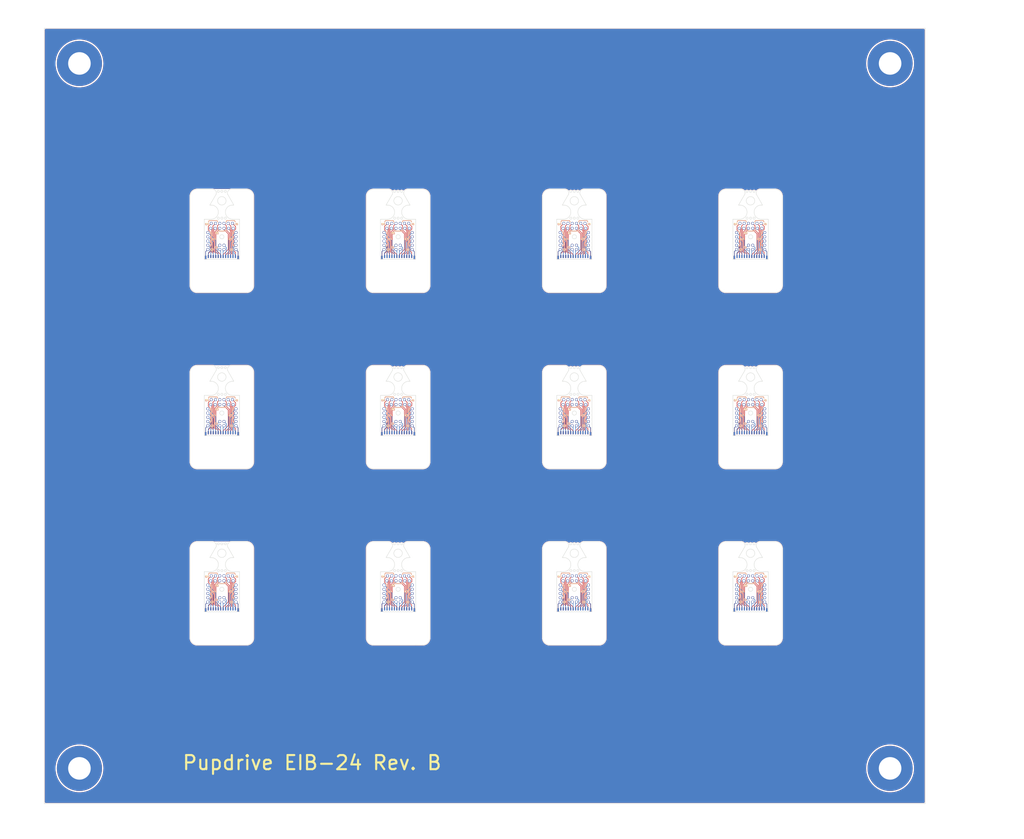
<source format=kicad_pcb>
(kicad_pcb (version 20211014) (generator pcbnew)
  (title_block (title "Pupdrive EIB-24") (date "2022-03-26") (rev "B") (company "Open Ephys, Inc.") (comment 1 "Jonathan P. Newman"))
  (layers (0 "F.Cu" signal) (31 "B.Cu" signal) (34 "B.Paste" user) (35 "F.Paste" user) (36 "B.SilkS" user "B.Silkscreen") (37 "F.SilkS" user "F.Silkscreen") (38 "B.Mask" user) (39 "F.Mask" user) (44 "Edge.Cuts" user))
  (net 0 "")
  (net 1 "GNDA")
  (net 2 "/E1")
  (net 3 "/E17")
  (net 4 "/E2")
  (net 5 "/E18")
  (net 6 "/E3")
  (net 7 "/E19")
  (net 8 "/E4")
  (net 9 "/E20")
  (net 10 "/E5")
  (net 11 "/E21")
  (net 12 "/E6")
  (net 13 "/E22")
  (net 14 "/E7")
  (net 15 "/E23")
  (net 16 "/E8")
  (net 17 "/E24")
  (net 18 "/E9")
  (net 19 "/E10")
  (net 20 "/E11")
  (net 21 "/E12")
  (net 22 "/E13")
  (net 23 "/E14")
  (net 24 "/E15")
  (net 25 "/E16")
  (net 26 "/REF")
  (footprint "jonnew:NEURALYNX_SMALL-GOLD-PIN" (layer "F.Cu") (at 147.708579 89.692088 90)
    (fp_text reference "TP8" hide)
    (fp_text value "TestPoint" hide)
  )
  (footprint "jonnew:NEURALYNX_SMALL-GOLD-PIN" (layer "F.Cu") (at 96.658579 89.092088 90)
    (fp_text reference "TP9" hide)
    (fp_text value "TestPoint" hide)
  )
  (footprint "jonnew:NEURALYNX_SMALL-GOLD-PIN" (layer "F.Cu") (at 171.008579 63.392088 90)
    (fp_text reference "TP11" hide)
    (fp_text value "TestPoint" hide)
  )
  (footprint "jonnew:NEURALYNX_SMALL-GOLD-PIN" (layer "F.Cu") (at 120.408579 89.092088 90)
    (fp_text reference "TP15" hide)
    (fp_text value "TestPoint" hide)
  )
  (footprint "jonnew:NEURALYNX_SMALL-GOLD-PIN" (layer "F.Cu") (at 170.408579 66.492088 90)
    (fp_text reference "TP16" hide)
    (fp_text value "TestPoint" hide)
  )
  (footprint "jonnew:NEURALYNX_SMALL-GOLD-PIN" (layer "F.Cu") (at 171.658579 89.092088 90)
    (fp_text reference "TP9" hide)
    (fp_text value "TestPoint" hide)
  )
  (footprint "jonnew:NEURALYNX_SMALL-GOLD-PIN" (layer "F.Cu") (at 171.608579 113.392088 180)
    (fp_text reference "TP7" hide)
    (fp_text value "TestPoint" hide)
  )
  (footprint "jonnew:NEURALYNX_SMALL-GOLD-PIN" (layer "F.Cu") (at 147.708579 115.292088 90)
    (fp_text reference "TP3" hide)
    (fp_text value "TestPoint" hide)
  )
  (footprint "jonnew:NEURALYNX_SMALL-GOLD-PIN" (layer "F.Cu") (at 96.608579 113.392088 180)
    (fp_text reference "TP7" hide)
    (fp_text value "TestPoint" hide)
  )
  (footprint "jonnew:NEURALYNX_SMALL-GOLD-PIN" (layer "F.Cu") (at 93.708579 117.092088 90)
    (fp_text reference "TP26" hide)
    (fp_text value "TestPoint" hide)
  )
  (footprint "jonnew:NEURALYNX_SMALL-GOLD-PIN" (layer "F.Cu") (at 95.408579 66.492088 90)
    (fp_text reference "TP16" hide)
    (fp_text value "TestPoint" hide)
  )
  (footprint "jonnew:NEURALYNX_SMALL-GOLD-PIN" (layer "F.Cu") (at 97.708579 64.692088 90)
    (fp_text reference "TP8" hide)
    (fp_text value "TestPoint" hide)
  )
  (footprint "jonnew:NEURALYNX_SMALL-GOLD-PIN" (layer "F.Cu") (at 93.708579 92.092088 90)
    (fp_text reference "TP26" hide)
    (fp_text value "TestPoint" hide)
  )
  (footprint "jonnew:NEURALYNX_SMALL-GOLD-PIN" (layer "F.Cu") (at 95.408579 114.092088 90)
    (fp_text reference "TP15" hide)
    (fp_text value "TestPoint" hide)
  )
  (footprint "jonnew:NEURALYNX_SMALL-GOLD-PIN" (layer "F.Cu") (at 121.008579 92.092088 90)
    (fp_text reference "TP12" hide)
    (fp_text value "TestPoint" hide)
  )
  (footprint "jonnew:NEURALYNX_SMALL-GOLD-PIN" (layer "F.Cu") (at 93.708579 90.892088 90)
    (fp_text reference "TP22" hide)
    (fp_text value "TestPoint" hide)
  )
  (footprint "jonnew:NEURALYNX_SMALL-GOLD-PIN" (layer "F.Cu") (at 97.708579 114.692088 90)
    (fp_text reference "TP8" hide)
    (fp_text value "TestPoint" hide)
  )
  (footprint "jonnew:NEURALYNX_SMALL-GOLD-PIN" (layer "F.Cu") (at 93.708579 116.492088 90)
    (fp_text reference "TP24" hide)
    (fp_text value "TestPoint" hide)
  )
  (footprint "jonnew:NEURALYNX_SMALL-GOLD-PIN" (layer "F.Cu") (at 172.708579 115.892088 90)
    (fp_text reference "TP2" hide)
    (fp_text value "TestPoint" hide)
  )
  (footprint "jonnew:NEURALYNX_SMALL-GOLD-PIN" (layer "F.Cu") (at 172.708579 90.292088 90)
    (fp_text reference "TP3" hide)
    (fp_text value "TestPoint" hide)
  )
  (footprint "jonnew:NEURALYNX_SMALL-GOLD-PIN" (layer "F.Cu") (at 168.708579 115.292088 90)
    (fp_text reference "TP20" hide)
    (fp_text value "TestPoint" hide)
  )
  (footprint "jonnew:NEURALYNX_SMALL-GOLD-PIN" (layer "F.Cu") (at 122.308579 64.092088 180)
    (fp_text reference "TP6" hide)
    (fp_text value "TestPoint" hide)
  )
  (footprint "jonnew:NEURALYNX_SMALL-GOLD-PIN" (layer "F.Cu") (at 145.408579 66.492088 90)
    (fp_text reference "TP16" hide)
    (fp_text value "TestPoint" hide)
  )
  (footprint "jonnew:NEURALYNX_SMALL-GOLD-PIN" (layer "F.Cu") (at 170.408579 91.492088 90)
    (fp_text reference "TP16" hide)
    (fp_text value "TestPoint" hide)
  )
  (footprint "jonnew:NEURALYNX_SMALL-GOLD-PIN" (layer "F.Cu") (at 147.708579 117.092088 90)
    (fp_text reference "TP4" hide)
    (fp_text value "TestPoint" hide)
  )
  (footprint "jonnew:NEURALYNX_SMALL-GOLD-PIN" (layer "F.Cu") (at 169.108579 89.092088 90)
    (fp_text reference "TP23" hide)
    (fp_text value "TestPoint" hide)
  )
  (footprint "jonnew:NEURALYNX_SMALL-GOLD-PIN" (layer "F.Cu") (at 96.008579 64.092088 90)
    (fp_text reference "TP13" hide)
    (fp_text value "TestPoint" hide)
  )
  (footprint "jonnew:MOLEX_5050702422" (layer "F.Cu") (at 120.708579 93.992088 180)
    (fp_text reference "J1" hide)
    (fp_text value "050702422" hide)
  )
  (footprint "jonnew:NEURALYNX_SMALL-GOLD-PIN" (layer "F.Cu") (at 168.708579 65.292088 90)
    (fp_text reference "TP20" hide)
    (fp_text value "TestPoint" hide)
  )
  (footprint "jonnew:NEURALYNX_SMALL-GOLD-PIN" (layer "F.Cu") (at 96.008579 67.092088 90)
    (fp_text reference "TP12" hide)
    (fp_text value "TestPoint" hide)
  )
  (footprint "jonnew:NEURALYNX_SMALL-GOLD-PIN" (layer "F.Cu") (at 96.008579 66.492088 90)
    (fp_text reference "TP10" hide)
    (fp_text value "TestPoint" hide)
  )
  (footprint "jonnew:NEURALYNX_SMALL-GOLD-PIN" (layer "F.Cu") (at 95.408579 63.392088 90)
    (fp_text reference "TP17" hide)
    (fp_text value "TestPoint" hide)
  )
  (footprint "jonnew:NEURALYNX_SMALL-GOLD-PIN" (layer "F.Cu") (at 169.208579 88.392088 90)
    (fp_text reference "TP25" hide)
    (fp_text value "TestPoint" hide)
  )
  (footprint "jonnew:NEURALYNX_SMALL-GOLD-PIN" (layer "F.Cu") (at 147.708579 67.092088 90)
    (fp_text reference "TP4" hide)
    (fp_text value "TestPoint" hide)
  )
  (footprint "jonnew:NEURALYNX_SMALL-GOLD-PIN" (layer "F.Cu") (at 171.008579 91.492088 90)
    (fp_text reference "TP10" hide)
    (fp_text value "TestPoint" hide)
  )
  (footprint "jonnew:NEURALYNX_SMALL-GOLD-PIN" (layer "F.Cu") (at 171.608579 88.392088 180)
    (fp_text reference "TP7" hide)
    (fp_text value "TestPoint" hide)
  )
  (footprint "jonnew:NEURALYNX_SMALL-GOLD-PIN" (layer "F.Cu") (at 121.008579 114.092088 90)
    (fp_text reference "TP13" hide)
    (fp_text value "TestPoint" hide)
  )
  (footprint "MountingHole:MountingHole_3.2mm_M3_Pad" (layer "F.Cu") (at 75.5 140.7)
    (fp_text reference "REF**" hide)
    (fp_text value "MountingHole_3.2mm_M3_Pad")
  )
  (footprint "jonnew:NEURALYNX_SMALL-GOLD-PIN" (layer "F.Cu") (at 93.708579 91.492088 90)
    (fp_text reference "TP24" hide)
    (fp_text value "TestPoint" hide)
  )
  (footprint "MountingHole:MountingHole_3.2mm_M3_Pad" (layer "F.Cu") (at 75.5 40.7)
    (fp_text reference "REF**" hide)
    (fp_text value "MountingHole_3.2mm_M3_Pad")
  )
  (footprint "jonnew:NEURALYNX_SMALL-GOLD-PIN" (layer "F.Cu") (at 122.208579 113.392088 180)
    (fp_text reference "TP5" hide)
    (fp_text value "TestPoint" hide)
  )
  (footprint "jonnew:NEURALYNX_SMALL-GOLD-PIN" (layer "F.Cu") (at 118.708579 90.292088 90)
    (fp_text reference "TP20" hide)
    (fp_text value "TestPoint" hide)
  )
  (footprint "jonnew:NEURALYNX_SMALL-GOLD-PIN" (layer "F.Cu") (at 147.708579 64.692088 90)
    (fp_text reference "TP8" hide)
    (fp_text value "TestPoint" hide)
  )
  (footprint "jonnew:NEURALYNX_SMALL-GOLD-PIN" (layer "F.Cu") (at 147.308579 64.092088 180)
    (fp_text reference "TP6" hide)
    (fp_text value "TestPoint" hide)
  )
  (footprint "jonnew:NEURALYNX_SMALL-GOLD-PIN" (layer "F.Cu") (at 121.008579 117.092088 90)
    (fp_text reference "TP12" hide)
    (fp_text value "TestPoint" hide)
  )
  (footprint "jonnew:NEURALYNX_SMALL-GOLD-PIN" (layer "F.Cu") (at 97.708579 116.492088 90)
    (fp_text reference "TP1" hide)
    (fp_text value "TestPoint" hide)
  )
  (footprint "jonnew:NEURALYNX_SMALL-GOLD-PIN" (layer "F.Cu") (at 94.208579 63.392088 90)
    (fp_text reference "TP25" hide)
    (fp_text value "TestPoint" hide)
  )
  (footprint "jonnew:NEURALYNX_SMALL-GOLD-PIN" (layer "F.Cu") (at 95.408579 64.092088 90)
    (fp_text reference "TP15" hide)
    (fp_text value "TestPoint" hide)
  )
  (footprint "jonnew:NEURALYNX_SMALL-GOLD-PIN" (layer "F.Cu") (at 147.708579 116.492088 90)
    (fp_text reference "TP1" hide)
    (fp_text value "TestPoint" hide)
  )
  (footprint "jonnew:NEURALYNX_SMALL-GOLD-PIN" (layer "F.Cu") (at 118.708579 90.892088 90)
    (fp_text reference "TP22" hide)
    (fp_text value "TestPoint" hide)
  )
  (footprint "jonnew:NEURALYNX_SMALL-GOLD-PIN" (layer "F.Cu") (at 121.658579 114.092088 90)
    (fp_text reference "TP9" hide)
    (fp_text value "TestPoint" hide)
  )
  (footprint "jonnew:NEURALYNX_SMALL-GOLD-PIN" (layer "F.Cu") (at 97.208579 113.392088 180)
    (fp_text reference "TP5" hide)
    (fp_text value "TestPoint" hide)
  )
  (footprint "jonnew:NEURALYNX_SMALL-GOLD-PIN" (layer "F.Cu") (at 144.108579 64.092088 90)
    (fp_text reference "TP23" hide)
    (fp_text value "TestPoint" hide)
  )
  (footprint "jonnew:NEURALYNX_SMALL-GOLD-PIN" (layer "F.Cu") (at 171.008579 114.092088 90)
    (fp_text reference "TP13" hide)
    (fp_text value "TestPoint" hide)
  )
  (footprint "jonnew:NEURALYNX_SMALL-GOLD-PIN" (layer "F.Cu") (at 145.408579 92.092088 90)
    (fp_text reference "TP14" hide)
    (fp_text value "TestPoint" hide)
  )
  (footprint "jonnew:NEURALYNX_SMALL-GOLD-PIN" (layer "F.Cu") (at 97.708579 90.892088 90)
    (fp_text reference "TP2" hide)
    (fp_text value "TestPoint" hide)
  )
  (footprint "jonnew:NEURALYNX_SMALL-GOLD-PIN" (layer "F.Cu") (at 95.408579 91.492088 90)
    (fp_text reference "TP16" hide)
    (fp_text value "TestPoint" hide)
  )
  (footprint "jonnew:NEURALYNX_SMALL-GOLD-PIN" (layer "F.Cu") (at 120.408579 64.092088 90)
    (fp_text reference "TP15" hide)
    (fp_text value "TestPoint" hide)
  )
  (footprint "jonnew-eagle:OE-LOGO-14X10" (layer "F.Cu") (at 165.82 137.9775)
    (fp_text reference "")
    (fp_text value "")
  )
  (footprint "jonnew:NEURALYNX_SMALL-GOLD-PIN" (layer "F.Cu") (at 172.708579 64.692088 90)
    (fp_text reference "TP8" hide)
    (fp_text value "TestPoint" hide)
  )
  (footprint "jonnew:NEURALYNX_SMALL-GOLD-PIN" (layer "F.Cu") (at 145.408579 88.392088 90)
    (fp_text reference "TP17" hide)
    (fp_text value "TestPoint" hide)
  )
  (footprint "jonnew:NEURALYNX_SMALL-GOLD-PIN" (layer "F.Cu") (at 96.008579 91.492088 90)
    (fp_text reference "TP10" hide)
    (fp_text value "TestPoint" hide)
  )
  (footprint "jonnew:NEURALYNX_SMALL-GOLD-PIN" (layer "F.Cu") (at 146.008579 91.492088 90)
    (fp_text reference "TP10" hide)
    (fp_text value "TestPoint" hide)
  )
  (footprint "jonnew:NEURALYNX_SMALL-GOLD-PIN" (layer "F.Cu") (at 95.408579 88.392088 90)
    (fp_text reference "TP17" hide)
    (fp_text value "TestPoint" hide)
  )
  (footprint "jonnew:NEURALYNX_SMALL-GOLD-PIN" (layer "F.Cu") (at 172.708579 117.092088 90)
    (fp_text reference "TP4" hide)
    (fp_text value "TestPoint" hide)
  )
  (footprint "jonnew:NEURALYNX_SMALL-GOLD-PIN" (layer "F.Cu") (at 168.708579 91.492088 90)
    (fp_text reference "TP24" hide)
    (fp_text value "TestPoint" hide)
  )
  (footprint "jonnew:NEURALYNX_SMALL-GOLD-PIN" (layer "F.Cu") (at 172.708579 115.292088 90)
    (fp_text reference "TP3" hide)
    (fp_text value "TestPoint" hide)
  )
  (footprint "jonnew:NEURALYNX_SMALL-GOLD-PIN" (layer "F.Cu") (at 168.708579 117.092088 90)
    (fp_text reference "TP26" hide)
    (fp_text value "TestPoint" hide)
  )
  (footprint "jonnew:NEURALYNX_SMALL-GOLD-PIN" (layer "F.Cu") (at 146.008579 92.092088 90)
    (fp_text reference "TP12" hide)
    (fp_text value "TestPoint" hide)
  )
  (footprint "jonnew:NEURALYNX_SMALL-GOLD-PIN" (layer "F.Cu") (at 147.708579 66.492088 90)
    (fp_text reference "TP1" hide)
    (fp_text value "TestPoint" hide)
  )
  (footprint "jonnew:NEURALYNX_SMALL-GOLD-PIN" (layer "F.Cu") (at 96.008579 114.092088 90)
    (fp_text reference "TP13" hide)
    (fp_text value "TestPoint" hide)
  )
  (footprint "jonnew:NEURALYNX_SMALL-GOLD-PIN" (layer "F.Cu") (at 143.708579 64.692088 90)
    (fp_text reference "TP18" hide)
    (fp_text value "TestPoint" hide)
  )
  (footprint "jonnew:NEURALYNX_SMALL-GOLD-PIN" (layer "F.Cu") (at 168.708579 92.092088 90)
    (fp_text reference "TP26" hide)
    (fp_text value "TestPoint" hide)
  )
  (footprint "jonnew:NEURALYNX_SMALL-GOLD-PIN" (layer "F.Cu") (at 93.708579 65.292088 90)
    (fp_text reference "TP20" hide)
    (fp_text value "TestPoint" hide)
  )
  (footprint "jonnew:NEURALYNX_SMALL-GOLD-PIN" (layer "F.Cu") (at 120.408579 117.092088 90)
    (fp_text reference "TP14" hide)
    (fp_text value "TestPoint" hide)
  )
  (footprint "jonnew:NEURALYNX_SMALL-GOLD-PIN" (layer "F.Cu") (at 119.208579 88.392088 90)
    (fp_text reference "TP25" hide)
    (fp_text value "TestPoint" hide)
  )
  (footprint "jonnew:NEURALYNX_SMALL-GOLD-PIN" (layer "F.Cu") (at 96.008579 117.092088 90)
    (fp_text reference "TP12" hide)
    (fp_text value "TestPoint" hide)
  )
  (footprint "jonnew:NEURALYNX_SMALL-GOLD-PIN" (layer "F.Cu") (at 122.708579 89.692088 90)
    (fp_text reference "TP8" hide)
    (fp_text value "TestPoint" hide)
  )
  (footprint "jonnew:NEURALYNX_SMALL-GOLD-PIN" (layer "F.Cu") (at 169.108579 64.092088 90)
    (fp_text reference "TP23" hide)
    (fp_text value "TestPoint" hide)
  )
  (footprint "jonnew:NEURALYNX_SMALL-GOLD-PIN" (layer "F.Cu") (at 145.408579 67.092088 90)
    (fp_text reference "TP14" hide)
    (fp_text value "TestPoint" hide)
  )
  (footprint "jonnew:NEURALYNX_SMALL-GOLD-PIN" (layer "F.Cu") (at 121.008579 64.092088 90)
    (fp_text reference "TP13" hide)
    (fp_text value "TestPoint" hide)
  )
  (footprint "jonnew:MOLEX_5050702422" (layer "F.Cu") (at 145.708579 118.992088 180)
    (fp_text reference "J1" hide)
    (fp_text value "050702422" hide)
  )
  (footprint "jonnew:NEURALYNX_SMALL-GOLD-PIN" (layer "F.Cu") (at 119.108579 89.092088 90)
    (fp_text reference "TP23" hide)
    (fp_text value "TestPoint" hide)
  )
  (footprint "jonnew:NEURALYNX_SMALL-GOLD-PIN" (layer "F.Cu") (at 118.708579 67.092088 90)
    (fp_text reference "TP26" hide)
    (fp_text value "TestPoint" hide)
  )
  (footprint "jonnew:NEURALYNX_SMALL-GOLD-PIN" (layer "F.Cu") (at 146.008579 114.092088 90)
    (fp_text reference "TP13" hide)
    (fp_text value "TestPoint" hide)
  )
  (footprint "jonnew:NEURALYNX_SMALL-GOLD-PIN" (layer "F.Cu") (at 168.708579 116.492088 90)
    (fp_text reference "TP24" hide)
    (fp_text value "TestPoint" hide)
  )
  (footprint "jonnew:NEURALYNX_SMALL-GOLD-PIN" (layer "F.Cu") (at 172.708579 92.092088 90)
    (fp_text reference "TP4" hide)
    (fp_text value "TestPoint" hide)
  )
  (footprint "jonnew:NEURALYNX_SMALL-GOLD-PIN" (layer "F.Cu") (at 97.708579 115.292088 90)
    (fp_text reference "TP3" hide)
    (fp_text value "TestPoint" hide)
  )
  (footprint "jonnew:NEURALYNX_SMALL-GOLD-PIN" (layer "F.Cu") (at 146.608579 113.392088 180)
    (fp_text reference "TP7" hide)
    (fp_text value "TestPoint" hide)
  )
  (footprint "jonnew:NEURALYNX_SMALL-GOLD-PIN" (layer "F.Cu") (at 118.708579 114.692088 90)
    (fp_text reference "TP18" hide)
    (fp_text value "TestPoint" hide)
  )
  (footprint "jonnew:NEURALYNX_SMALL-GOLD-PIN" (layer "F.Cu") (at 120.408579 67.092088 90)
    (fp_text reference "TP14" hide)
    (fp_text value "TestPoint" hide)
  )
  (footprint "jonnew:NEURALYNX_SMALL-GOLD-PIN" (layer "F.Cu") (at 146.008579 88.392088 90)
    (fp_text reference "TP11" hide)
    (fp_text value "TestPoint" hide)
  )
  (footprint "jonnew:NEURALYNX_SMALL-GOLD-PIN" (layer "F.Cu") (at 120.408579 63.392088 90)
    (fp_text reference "TP17" hide)
    (fp_text value "TestPoint" hide)
  )
  (footprint "jonnew:NEURALYNX_SMALL-GOLD-PIN" (layer "F.Cu") (at 97.708579 65.292088 90)
    (fp_text reference "TP3" hide)
    (fp_text value "TestPoint" hide)
  )
  (footprint "jonnew:NEURALYNX_SMALL-GOLD-PIN" (layer "F.Cu") (at 145.408579 113.392088 90)
    (fp_text reference "TP17" hide)
    (fp_text value "TestPoint" hide)
  )
  (footprint "jonnew:NEURALYNX_SMALL-GOLD-PIN" (layer "F.Cu") (at 93.708579 66.492088 90)
    (fp_text reference "TP24" hide)
    (fp_text value "TestPoint" hide)
  )
  (footprint "jonnew:NEURALYNX_SMALL-GOLD-PIN" (layer "F.Cu") (at 122.708579 116.492088 90)
    (fp_text reference "TP1" hide)
    (fp_text value "TestPoint" hide)
  )
  (footprint "jonnew:NEURALYNX_SMALL-GOLD-PIN" (layer "F.Cu") (at 97.708579 117.092088 90)
    (fp_text reference "TP4" hide)
    (fp_text value "TestPoint" hide)
  )
  (footprint "jonnew:NEURALYNX_SMALL-GOLD-PIN" (layer "F.Cu") (at 146.008579 64.092088 90)
    (fp_text reference "TP13" hide)
    (fp_text value "TestPoint" hide)
  )
  (footprint "jonnew:NEURALYNX_SMALL-GOLD-PIN" (layer "F.Cu") (at 121.608579 88.392088 180)
    (fp_text reference "TP7" hide)
    (fp_text value "TestPoint" hide)
  )
  (footprint "jonnew:NEURALYNX_SMALL-GOLD-PIN" (layer "F.Cu") (at 122.708579 64.692088 90)
    (fp_text reference "TP8" hide)
    (fp_text value "TestPoint" hide)
  )
  (footprint "jonnew:NEURALYNX_SMALL-GOLD-PIN" (layer "F.Cu") (at 121.008579 91.492088 90)
    (fp_text reference "TP10" hide)
    (fp_text value "TestPoint" hide)
  )
  (footprint "jonnew:NEURALYNX_SMALL-GOLD-PIN" (layer "F.Cu") (at 170.408579 116.492088 90)
    (fp_text reference "TP16" hide)
    (fp_text value "TestPoint" hide)
  )
  (footprint "jonnew:NEURALYNX_SMALL-GOLD-PIN" (layer "F.Cu") (at 171.008579 67.092088 90)
    (fp_text reference "TP12" hide)
    (fp_text value "TestPoint" hide)
  )
  (footprint "jonnew:NEURALYNX_SMALL-GOLD-PIN" (layer "F.Cu") (at 122.708579 115.292088 90)
    (fp_text reference "TP3" hide)
    (fp_text value "TestPoint" hide)
  )
  (footprint "jonnew:NEURALYNX_SMALL-GOLD-PIN" (layer "F.Cu") (at 169.108579 114.092088 90)
    (fp_text reference "TP23" hide)
    (fp_text value "TestPoint" hide)
  )
  (footprint "jonnew:NEURALYNX_SMALL-GOLD-PIN" (layer "F.Cu") (at 122.308579 114.092088 180)
    (fp_text reference "TP6" hide)
    (fp_text value "TestPoint" hide)
  )
  (footprint "jonnew:NEURALYNX_SMALL-GOLD-PIN" (layer "F.Cu") (at 144.808579 63.392088 90)
    (fp_text reference "TP21" hide)
    (fp_text value "TestPoint" hide)
  )
  (footprint "jonnew:NEURALYNX_SMALL-GOLD-PIN" (layer "F.Cu") (at 95.408579 92.092088 90)
    (fp_text reference "TP14" hide)
    (fp_text value "TestPoint" hide)
  )
  (footprint "jonnew:NEURALYNX_SMALL-GOLD-PIN" (layer "F.Cu") (at 118.708579 66.492088 90)
    (fp_text reference "TP24" hide)
    (fp_text value "TestPoint" hide)
  )
  (footprint "jonnew:NEURALYNX_SMALL-GOLD-PIN" (layer "F.Cu") (at 145.408579 91.492088 90)
    (fp_text reference "TP16" hide)
    (fp_text value "TestPoint" hide)
  )
  (footprint "jonnew:NEURALYNX_SMALL-GOLD-PIN" (layer "F.Cu") (at 147.708579 90.892088 90)
    (fp_text reference "TP2" hide)
    (fp_text value "TestPoint" hide)
  )
  (footprint "jonnew:MOLEX_5050702422" (layer "F.Cu") (at 170.708579 93.992088 180)
    (fp_text reference "J1" hide)
    (fp_text value "050702422" hide)
  )
  (footprint "jonnew:NEURALYNX_SMALL-GOLD-PIN" (layer "F.Cu") (at 146.008579 67.092088 90)
    (fp_text reference "TP12" hide)
    (fp_text value "TestPoint" hide)
  )
  (footprint "jonnew:NEURALYNX_SMALL-GOLD-PIN" (layer "F.Cu") (at 118.708579 91.492088 90)
    (fp_text reference "TP24" hide)
    (fp_text value "TestPoint" hide)
  )
  (footprint "jonnew:NEURALYNX_SMALL-GOLD-PIN" (layer "F.Cu") (at 97.308579 114.092088 180)
    (fp_text reference "TP6" hide)
    (fp_text value "TestPoint" hide)
  )
  (footprint "jonnew:NEURALYNX_SMALL-GOLD-PIN" (layer "F.Cu") (at 94.808579 88.392088 90)
    (fp_text reference "TP21" hide)
    (fp_text value "TestPoint" hide)
  )
  (footprint "jonnew:NEURALYNX_SMALL-GOLD-PIN" (layer "F.Cu") (at 119.108579 64.092088 90)
    (fp_text reference "TP23" hide)
    (fp_text value "TestPoint" hide)
  )
  (footprint "jonnew:NEURALYNX_SMALL-GOLD-PIN" (layer "F.Cu") (at 171.608579 63.392088 180)
    (fp_text reference "TP7" hide)
    (fp_text value "TestPoint" hide)
  )
  (footprint "jonnew:NEURALYNX_SMALL-GOLD-PIN" (layer "F.Cu") (at 122.708579 90.892088 90)
    (fp_text reference "TP2" hide)
    (fp_text value "TestPoint" hide)
  )
  (footprint "jonnew:NEURALYNX_SMALL-GOLD-PIN" (layer "F.Cu") (at 146.008579 63.392088 90)
    (fp_text reference "TP11" hide)
    (fp_text value "TestPoint" hide)
  )
  (footprint "jonnew:NEURALYNX_SMALL-GOLD-PIN" (layer "F.Cu") (at 122.308579 89.092088 180)
    (fp_text reference "TP6" hide)
    (fp_text value "TestPoint" hide)
  )
  (footprint "jonnew:NEURALYNX_SMALL-GOLD-PIN" (layer "F.Cu") (at 147.708579 115.892088 90)
    (fp_text reference "TP2" hide)
    (fp_text value "TestPoint" hide)
  )
  (footprint "jonnew:NEURALYNX_SMALL-GOLD-PIN" (layer "F.Cu") (at 120.408579 66.492088 90)
    (fp_text reference "TP16" hide)
    (fp_text value "TestPoint" hide)
  )
  (footprint "jonnew:NEURALYNX_SMALL-GOLD-PIN" (layer "F.Cu") (at 121.608579 63.392088 180)
    (fp_text reference "TP7" hide)
    (fp_text value "TestPoint" hide)
  )
  (footprint "jonnew:NEURALYNX_SMALL-GOLD-PIN" (layer "F.Cu") (at 120.408579 92.092088 90)
    (fp_text reference "TP14" hide)
    (fp_text value "TestPoint" hide)
  )
  (footprint "jonnew:NEURALYNX_SMALL-GOLD-PIN" (layer "F.Cu") (at 93.708579 64.692088 90)
    (fp_text reference "TP18" hide)
    (fp_text value "TestPoint" hide)
  )
  (footprint "jonnew:NEURALYNX_SMALL-GOLD-PIN" (layer "F.Cu") (at 97.708579 91.492088 90)
    (fp_text reference "TP1" hide)
    (fp_text value "TestPoint" hide)
  )
  (footprint "jonnew:NEURALYNX_SMALL-GOLD-PIN" (layer "F.Cu") (at 143.708579 90.292088 90)
    (fp_text reference "TP20" hide)
    (fp_text value "TestPoint" hide)
  )
  (footprint "jonnew:NEURALYNX_SMALL-GOLD-PIN" (layer "F.Cu") (at 93.708579 89.692088 90)
    (fp_text reference "TP18" hide)
    (fp_text value "TestPoint" hide)
  )
  (footprint "jonnew:MOLEX_5050702422" (layer "F.Cu") (at 145.708579 93.992088 180)
    (fp_text reference "J1" hide)
    (fp_text value "050702422" hide)
  )
  (footprint "jonnew:NEURALYNX_SMALL-GOLD-PIN" (layer "F.Cu") (at 122.708579 115.892088 90)
    (fp_text reference "TP2" hide)
    (fp_text value "TestPoint" hide)
  )
  (footprint "jonnew:NEURALYNX_SMALL-GOLD-PIN" (layer "F.Cu") (at 122.708579 114.692088 90)
    (fp_text reference "TP8" hide)
    (fp_text value "TestPoint" hide)
  )
  (footprint "jonnew:NEURALYNX_SMALL-GOLD-PIN" (layer "F.Cu") (at 96.008579 113.392088 90)
    (fp_text reference "TP11" hide)
    (fp_text value "TestPoint" hide)
  )
  (footprint "jonnew:NEURALYNX_SMALL-GOLD-PIN" (layer "F.Cu") (at 97.308579 89.092088 180)
    (fp_text reference "TP6" hide)
    (fp_text value "TestPoint" hide)
  )
  (footprint "jonnew:NEURALYNX_SMALL-GOLD-PIN" (layer "F.Cu") (at 169.758579 64.092088 90)
    (fp_text reference "TP19" hide)
    (fp_text value "TestPoint" hide)
  )
  (footprint "jonnew:NEURALYNX_SMALL-GOLD-PIN" (layer "F.Cu") (at 146.658579 114.092088 90)
    (fp_text reference "TP9" hide)
    (fp_text value "TestPoint" hide)
  )
  (footprint "jonnew:NEURALYNX_SMALL-GOLD-PIN" (layer "F.Cu") (at 168.708579 90.892088 90)
    (fp_text reference "TP22" hide)
    (fp_text value "TestPoint" hide)
  )
  (footprint "jonnew:NEURALYNX_SMALL-GOLD-PIN" (layer "F.Cu") (at 95.408579 116.492088 90)
    (fp_text reference "TP16" hide)
    (fp_text value "TestPoint" hide)
  )
  (footprint "jonnew:NEURALYNX_SMALL-GOLD-PIN" (layer "F.Cu") (at 93.708579 90.292088 90)
    (fp_text reference "TP20" hide)
    (fp_text value "TestPoint" hide)
  )
  (footprint "jonnew:NEURALYNX_SMALL-GOLD-PIN" (layer "F.Cu") (at 169.808579 88.392088 90)
    (fp_text reference "TP21" hide)
    (fp_text value "TestPoint" hide)
  )
  (footprint "jonnew:NEURALYNX_SMALL-GOLD-PIN" (layer "F.Cu") (at 144.808579 113.392088 90)
    (fp_text reference "TP21" hide)
    (fp_text value "TestPoint" hide)
  )
  (footprint "jonnew:NEURALYNX_SMALL-GOLD-PIN" (layer "F.Cu") (at 96.658579 114.092088 90)
    (fp_text reference "TP9" hide)
    (fp_text value "TestPoint" hide)
  )
  (footprint "jonnew:MOLEX_5050702422" (layer "F.Cu") (at 120.708579 68.992088 180)
    (fp_text reference "J1" hide)
    (fp_text value "050702422" hide)
  )
  (footprint "jonnew:NEURALYNX_SMALL-GOLD-PIN" (layer "F.Cu") (at 169.808579 113.392088 90)
    (fp_text reference "TP21" hide)
    (fp_text value "TestPoint" hide)
  )
  (footprint "jonnew:NEURALYNX_SMALL-GOLD-PIN" (layer "F.Cu") (at 143.708579 89.692088 90)
    (fp_text reference "TP18" hide)
    (fp_text value "TestPoint" hide)
  )
  (footprint "jonnew:NEURALYNX_SMALL-GOLD-PIN" (layer "F.Cu") (at 93.708579 115.892088 90)
    (fp_text reference "TP22" hide)
    (fp_text value "TestPoint" hide)
  )
  (footprint "jonnew:NEURALYNX_SMALL-GOLD-PIN" (layer "F.Cu") (at 170.408579 92.092088 90)
    (fp_text reference "TP14" hide)
    (fp_text value "TestPoint" hide)
  )
  (footprint "jonnew:NEURALYNX_SMALL-GOLD-PIN" (layer "F.Cu") (at 96.008579 89.092088 90)
    (fp_text reference "TP13" hide)
    (fp_text value "TestPoint" hide)
  )
  (footprint "jonnew:NEURALYNX_SMALL-GOLD-PIN" (layer "F.Cu") (at 93.708579 65.892088 90)
    (fp_text reference "TP22" hide)
    (fp_text value "TestPoint" hide)
  )
  (footprint "jonnew:NEURALYNX_SMALL-GOLD-PIN" (layer "F.Cu") (at 95.408579 67.092088 90)
    (fp_text reference "TP14" hide)
    (fp_text value "TestPoint" hide)
  )
  (footprint "jonnew:NEURALYNX_SMALL-GOLD-PIN" (layer "F.Cu") (at 147.208579 88.392088 180)
    (fp_text reference "TP5" hide)
    (fp_text value "TestPoint" hide)
  )
  (footprint "jonnew:NEURALYNX_SMALL-GOLD-PIN" (layer "F.Cu") (at 122.708579 91.492088 90)
    (fp_text reference "TP1" hide)
    (fp_text value "TestPoint" hide)
  )
  (footprint "jonnew:NEURALYNX_SMALL-GOLD-PIN" (layer "F.Cu") (at 143.708579 114.692088 90)
    (fp_text reference "TP18" hide)
    (fp_text value "TestPoint" hide)
  )
  (footprint "jonnew:NEURALYNX_SMALL-GOLD-PIN" (layer "F.Cu") (at 94.108579 114.092088 90)
    (fp_text reference "TP23" hide)
    (fp_text value "TestPoint" hide)
  )
  (footprint "jonnew:NEURALYNX_SMALL-GOLD-PIN" (layer "F.Cu") (at 169.208579 113.392088 90)
    (fp_text reference "TP25" hide)
    (fp_text value "TestPoint" hide)
  )
  (footprint "LOGO" (layer "F.Cu") (at 94 135.1)
    (fp_text reference "G***" hide)
    (fp_text value "LOGO" hide)
  )
  (footprint "jonnew:NEURALYNX_SMALL-GOLD-PIN" (layer "F.Cu") (at 120.408579 91.492088 90)
    (fp_text reference "TP16" hide)
    (fp_text value "TestPoint" hide)
  )
  (footprint "jonnew:NEURALYNX_SMALL-GOLD-PIN" (layer "F.Cu") (at 93.708579 114.692088 90)
    (fp_text reference "TP18" hide)
    (fp_text value "TestPoint" hide)
  )
  (footprint "jonnew:NEURALYNX_SMALL-GOLD-PIN" (layer "F.Cu") (at 122.708579 65.892088 90)
    (fp_text reference "TP2" hide)
    (fp_text value "TestPoint" hide)
  )
  (footprint "jonnew:NEURALYNX_SMALL-GOLD-PIN" (layer "F.Cu") (at 146.008579 113.392088 90)
    (fp_text reference "TP11" hide)
    (fp_text value "TestPoint" hide)
  )
  (footprint "jonnew:NEURALYNX_SMALL-GOLD-PIN" (layer "F.Cu") (at 146.008579 116.492088 90)
    (fp_text reference "TP10" hide)
    (fp_text value "TestPoint" hide)
  )
  (footprint "jonnew:NEURALYNX_SMALL-GOLD-PIN" (layer "F.Cu") (at 172.708579 66.492088 90)
    (fp_text reference "TP1" hide)
    (fp_text value "TestPoint" hide)
  )
  (footprint "jonnew:NEURALYNX_SMALL-GOLD-PIN" (layer "F.Cu") (at 119.758579 64.092088 90)
    (fp_text reference "TP19" hide)
    (fp_text value "TestPoint" hide)
  )
  (footprint "jonnew:NEURALYNX_SMALL-GOLD-PIN" (layer "F.Cu") (at 121.658579 64.092088 90)
    (fp_text reference "TP9" hide)
    (fp_text value "TestPoint" hide)
  )
  (footprint "jonnew:NEURALYNX_SMALL-GOLD-PIN" (layer "F.Cu") (at 96.608579 88.392088 180)
    (fp_text reference "TP7" hide)
    (fp_text value "TestPoint" hide)
  )
  (footprint "jonnew:NEURALYNX_SMALL-GOLD-PIN" (layer "F.Cu") (at 120.408579 116.492088 90)
    (fp_text reference "TP16" hide)
    (fp_text value "TestPoint" hide)
  )
  (footprint "jonnew:NEURALYNX_SMALL-GOLD-PIN" (layer "F.Cu") (at 172.208579 63.392088 180)
    (fp_text reference "TP5" hide)
    (fp_text value "TestPoint" hide)
  )
  (footprint "jonnew:MOLEX_5050702422" (layer "F.Cu") (at 170.708579 68.992088 180)
    (fp_text reference "J1" hide)
    (fp_text value "050702422" hide)
  )
  (footprint "jonnew:NEURALYNX_SMALL-GOLD-PIN" (layer "F.Cu") (at 145.408579 116.492088 90)
    (fp_text reference "TP16" hide)
    (fp_text value "TestPoint" hide)
  )
  (footprint "jonnew:NEURALYNX_SMALL-GOLD-PIN" (layer "F.Cu") (at 97.308579 64.092088 180)
    (fp_text reference "TP6" hide)
    (fp_text value "TestPoint" hide)
  )
  (footprint "jonnew:NEURALYNX_SMALL-GOLD-PIN" (layer "F.Cu") (at 118.708579 65.892088 90)
    (fp_text reference "TP22" hide)
    (fp_text value "TestPoint" hide)
  )
  (footprint "jonnew:NEURALYNX_SMALL-GOLD-PIN" (layer "F.Cu") (at 171.008579 66.492088 90)
    (fp_text reference "TP10" hide)
    (fp_text value "TestPoint" hide)
  )
  (footprint "jonnew:NEURALYNX_SMALL-GOLD-PIN" (layer "F.Cu") (at 121.658579 89.092088 90)
    (fp_text reference "TP9" hide)
    (fp_text value "TestPoint" hide)
  )
  (footprint "jonnew:NEURALYNX_SMALL-GOLD-PIN" (layer "F.Cu") (at 170.408579 117.092088 90)
    (fp_text reference "TP14" hide)
    (fp_text value "TestPoint" hide)
  )
  (footprint "jonnew:NEURALYNX_SMALL-GOLD-PIN" (layer "F.Cu") (at 97.708579 67.092088 90)
    (fp_text reference "TP4" hide)
    (fp_text value "TestPoint" hide)
  )
  (footprint "jonnew:NEURALYNX_SMALL-GOLD-PIN" (layer "F.Cu") (at 172.708579 116.492088 90)
    (fp_text reference "TP1" hide)
    (fp_text value "TestPoint" hide)
  )
  (footprint "jonnew:MOLEX_5050702422" (layer "F.Cu") (at 95.708579 68.992088 180)
    (fp_text reference "J1" hide)
    (fp_text value "050702422" hide)
  )
  (footprint "jonnew:NEURALYNX_SMALL-GOLD-PIN" (layer "F.Cu") (at 97.708579 66.492088 90)
    (fp_text reference "TP1" hide)
    (fp_text value "TestPoint" hide)
  )
  (footprint "jonnew:NEURALYNX_SMALL-GOLD-PIN" (layer "F.Cu") (at 169.808579 63.392088 90)
    (fp_text reference "TP21" hide)
    (fp_text value "TestPoint" hide)
  )
  (footprint "jonnew:NEURALYNX_SMALL-GOLD-PIN" (layer "F.Cu") (at 118.708579 65.292088 90)
    (fp_text reference "TP20" hide)
    (fp_text value "TestPoint" hide)
  )
  (footprint "jonnew:NEURALYNX_SMALL-GOLD-PIN" (layer "F.Cu") (at 146.008579 66.492088 90)
    (fp_text reference "TP10" hide)
    (fp_text value "TestPoint" hide)
  )
  (footprint "jonnew:NEURALYNX_SMALL-GOLD-PIN" (layer "F.Cu") (at 143.708579 65.292088 90)
    (fp_text reference "TP20" hide)
    (fp_text value "TestPoint" hide)
  )
  (footprint "jonnew:NEURALYNX_SMALL-GOLD-PIN" (layer "F.Cu") (at 122.708579 65.292088 90)
    (fp_text reference "TP3" hide)
    (fp_text value "TestPoint" hide)
  )
  (footprint "jonnew:MOLEX_5050702422" (layer "F.Cu") (at 145.708579 68.992088 180)
    (fp_text reference "J1" hide)
    (fp_text value "050702422" hide)
  )
  (footprint "jonnew:NEURALYNX_SMALL-GOLD-PIN" (layer "F.Cu") (at 119.758579 114.092088 90)
    (fp_text reference "TP19" hide)
    (fp_text value "TestPoint" hide)
  )
  (footprint "jonnew:NEURALYNX_SMALL-GOLD-PIN" (layer "F.Cu") (at 118.708579 115.892088 90)
    (fp_text reference "TP22" hide)
    (fp_text value "TestPoint" hide)
  )
  (footprint "jonnew:NEURALYNX_SMALL-GOLD-PIN" (layer "F.Cu") (at 171.008579 116.492088 90)
    (fp_text reference "TP10" hide)
    (fp_text value "TestPoint" hide)
  )
  (footprint "jonnew:NEURALYNX_SMALL-GOLD-PIN" (layer "F.Cu") (at 168.708579 115.892088 90)
    (fp_text reference "TP22" hide)
    (fp_text value "TestPoint" hide)
  )
  (footprint "jonnew:NEURALYNX_SMALL-GOLD-PIN" (layer "F.Cu") (at 97.708579 90.292088 90)
    (fp_text reference "TP3" hide)
    (fp_text value "TestPoint" hide)
  )
  (footprint "jonnew:NEURALYNX_SMALL-GOLD-PIN" (layer "F.Cu") (at 96.658579 64.092088 90)
    (fp_text reference "TP9" hide)
    (fp_text value "TestPoint" hide)
  )
  (footprint "jonnew:NEURALYNX_SMALL-GOLD-PIN" (layer "F.Cu") (at 147.708579 91.492088 90)
    (fp_text reference "TP1" hide)
    (fp_text value "TestPoint" hide)
  )
  (footprint "jonnew:NEURALYNX_SMALL-GOLD-PIN" (layer "F.Cu") (at 145.408579 89.092088 90)
    (fp_text reference "TP15" hide)
    (fp_text value "TestPoint" hide)
  )
  (footprint "jonnew:NEURALYNX_SMALL-GOLD-PIN" (layer "F.Cu") (at 118.708579 117.092088 90)
    (fp_text reference "TP26" hide)
    (fp_text value "TestPoint" hide)
  )
  (footprint "jonnew:NEURALYNX_SMALL-GOLD-PIN" (layer "F.Cu") (at 96.008579 92.092088 90)
    (fp_text reference "TP12" hide)
    (fp_text value "TestPoint" hide)
  )
  (footprint "jonnew:NEURALYNX_SMALL-GOLD-PIN" (layer "F.Cu") (at 172.208579 88.392088 180)
    (fp_text reference "TP5" hide)
    (fp_text value "TestPoint" hide)
  )
  (footprint "jonnew:NEURALYNX_SMALL-GOLD-PIN" (layer "F.Cu") (at 97.708579 89.692088 90)
    (fp_text reference "TP8" hide)
    (fp_text value "TestPoint" hide)
  )
  (footprint "jonnew:NEURALYNX_SMALL-GOLD-PIN" (layer "F.Cu") (at 145.408579 114.092088 90)
    (fp_text reference "TP15" hide)
    (fp_text value "TestPoint" hide)
  )
  (footprint "jonnew:NEURALYNX_SMALL-GOLD-PIN" (layer "F.Cu") (at 95.408579 113.392088 90)
    (fp_text reference "TP17" hide)
    (fp_text value "TestPoint" hide)
  )
  (footprint "jonnew:NEURALYNX_SMALL-GOLD-PIN" (layer "F.Cu") (at 172.708579 65.292088 90)
    (fp_text reference "TP3" hide)
    (fp_text value "TestPoint" hide)
  )
  (footprint "jonnew:NEURALYNX_SMALL-GOLD-PIN" (layer "F.Cu") (at 96.008579 63.392088 90)
    (fp_text reference "TP11" hide)
    (fp_text value "TestPoint" hide)
  )
  (footprint "jonnew:NEURALYNX_SMALL-GOLD-PIN" (layer "F.Cu") (at 171.008579 92.092088 90)
    (fp_text reference "TP12" hide)
    (fp_text value "TestPoint" hide)
  )
  (footprint "jonnew:NEURALYNX_SMALL-GOLD-PIN" (layer "F.Cu") (at 172.708579 114.692088 90)
    (fp_text reference "TP8" hide)
    (fp_text value "TestPoint" hide)
  )
  (footprint "jonnew:NEURALYNX_SMALL-GOLD-PIN" (layer "F.Cu") (at 172.708579 91.492088 90)
    (fp_text reference "TP1" hide)
    (fp_text value "TestPoint" hide)
  )
  (footprint "jonnew:NEURALYNX_SMALL-GOLD-PIN" (layer "F.Cu") (at 169.758579 89.092088 90)
    (fp_text reference "TP19" hide)
    (fp_text value "TestPoint" hide)
  )
  (footprint "jonnew:NEURALYNX_SMALL-GOLD-PIN" (layer "F.Cu") (at 96.008579 116.492088 90)
    (fp_text reference "TP10" hide)
    (fp_text value "TestPoint" hide)
  )
  (footprint "jonnew:NEURALYNX_SMALL-GOLD-PIN" (layer "F.Cu") (at 97.708579 92.092088 90)
    (fp_text reference "TP4" hide)
    (fp_text value "TestPoint" hide)
  )
  (footprint "jonnew:NEURALYNX_SMALL-GOLD-PIN" (layer "F.Cu") (at 95.408579 117.092088 90)
    (fp_text reference "TP14" hide)
    (fp_text value "TestPoint" hide)
  )
  (footprint "jonnew:NEURALYNX_SMALL-GOLD-PIN" (layer "F.Cu") (at 122.708579 66.492088 90)
    (fp_text reference "TP1" hide)
    (fp_text value "TestPoint" hide)
  )
  (footprint "jonnew:NEURALYNX_SMALL-GOLD-PIN" (layer "F.Cu") (at 147.308579 114.092088 180)
    (fp_text reference "TP6" hide)
    (fp_text value "TestPoint" hide)
  )
  (footprint "jonnew:NEURALYNX_SMALL-GOLD-PIN" (layer "F.Cu") (at 172.208579 113.392088 180)
    (fp_text reference "TP5" hide)
    (fp_text value "TestPoint" hide)
  )
  (footprint "jonnew:NEURALYNX_SMALL-GOLD-PIN" (layer "F.Cu") (at 146.658579 64.092088 90)
    (fp_text reference "TP9" hide)
    (fp_text value "TestPoint" hide)
  )
  (footprint "jonnew:NEURALYNX_SMALL-GOLD-PIN" (layer "F.Cu") (at 93.708579 67.092088 90)
    (fp_text reference "TP26" hide)
    (fp_text value "TestPoint" hide)
  )
  (footprint "jonnew:NEURALYNX_SMALL-GOLD-PIN" (layer "F.Cu") (at 146.008579 117.092088 90)
    (fp_text reference "TP12" hide)
    (fp_text value "TestPoint" hide)
  )
  (footprint "jonnew:NEURALYNX_SMALL-GOLD-PIN" (layer "F.Cu") (at 170.408579 114.092088 90)
    (fp_text reference "TP15" hide)
    (fp_text value "TestPoint" hide)
  )
  (footprint "jonnew:NEURALYNX_SMALL-GOLD-PIN" (layer "F.Cu") (at 121.008579 116.492088 90)
    (fp_text reference "TP10" hide)
    (fp_text value "TestPoint" hide)
  )
  (footprint "jonnew:NEURALYNX_SMALL-GOLD-PIN" (layer "F.Cu") (at 168.708579 89.692088 90)
    (fp_text reference "TP18" hide)
    (fp_text value "TestPoint" hide)
  )
  (footprint "jonnew:NEURALYNX_SMALL-GOLD-PIN" (layer "F.Cu") (at 94.208579 113.392088 90)
    (fp_text reference "TP25" hide)
    (fp_text value "TestPoint" hide)
  )
  (footprint "jonnew:NEURALYNX_SMALL-GOLD-PIN" (layer "F.Cu") (at 118.708579 92.092088 90)
    (fp_text reference "TP26" hide)
    (fp_text value "TestPoint" hide)
  )
  (footprint "jonnew:NEURALYNX_SMALL-GOLD-PIN" (layer "F.Cu") (at 143.708579 90.892088 90)
    (fp_text reference "TP22" hide)
    (fp_text value "TestPoint" hide)
  )
  (footprint "jonnew:NEURALYNX_SMALL-GOLD-PIN" (layer "F.Cu") (at 170.408579 113.392088 90)
    (fp_text reference "TP17" hide)
    (fp_text value "TestPoint" hide)
  )
  (footprint "jonnew:NEURALYNX_SMALL-GOLD-PIN" (layer "F.Cu") (at 172.308579 64.092088 180)
    (fp_text reference "TP6" hide)
    (fp_text value "TestPoint" hide)
  )
  (footprint "jonnew:NEURALYNX_SMALL-GOLD-PIN" (layer "F.Cu") (at 119.208579 63.392088 90)
    (fp_text reference "TP25" hide)
    (fp_text value "TestPoint" hide)
  )
  (footprint "jonnew:NEURALYNX_SMALL-GOLD-PIN" (layer "F.Cu") (at 94.758579 89.092088 90)
    (fp_text reference "TP19" hide)
    (fp_text value "TestPoint" hide)
  )
  (footprint "jonnew:NEURALYNX_SMALL-GOLD-PIN" (layer "F.Cu") (at 171.008579 113.392088 90)
    (fp_text reference "TP11" hide)
    (fp_text value "TestPoint" hide)
  )
  (footprint "jonnew:MOLEX_5050702422" (layer "F.Cu") (at 95.708579 118.992088 180)
    (fp_text reference "J1" hide)
    (fp_text value "050702422" hide)
  )
  (footprint "jonnew:NEURALYNX_SMALL-GOLD-PIN" (layer "F.Cu") (at 96.008579 88.392088 90)
    (fp_text reference "TP11" hide)
    (fp_text value "TestPoint" hide)
  )
  (footprint "jonnew:NEURALYNX_SMALL-GOLD-PIN" (layer "F.Cu") (at 143.708579 65.892088 90)
    (fp_text reference "TP22" hide)
    (fp_text value "TestPoint" hide)
  )
  (footprint "MountingHole:MountingHole_3.2mm_M3_Pad" (layer "F.Cu") (at 190.5 40.7)
    (fp_text reference "REF**" hide)
    (fp_text value "MountingHole_3.2mm_M3_Pad")
  )
  (footprint "jonnew:NEURALYNX_SMALL-GOLD-PIN" (layer "F.Cu") (at 171.658579 114.092088 90)
    (fp_text reference "TP9" hide)
    (fp_text value "TestPoint" hide)
  )
  (footprint "jonnew:NEURALYNX_SMALL-GOLD-PIN" (layer "F.Cu") (at 171.008579 89.092088 90)
    (fp_text reference "TP13" hide)
    (fp_text value "TestPoint" hide)
  )
  (footprint "jonnew:NEURALYNX_SMALL-GOLD-PIN" (layer "F.Cu") (at 119.808579 113.392088 90)
    (fp_text reference "TP21" hide)
    (fp_text value "TestPoint" hide)
  )
  (footprint "jonnew:NEURALYNX_SMALL-GOLD-PIN" (layer "F.Cu") (at 143.708579 92.092088 90)
    (fp_text reference "TP26" hide)
    (fp_text value "TestPoint" hide)
  )
  (footprint "jonnew:NEURALYNX_SMALL-GOLD-PIN" (layer "F.Cu") (at 145.408579 63.392088 90)
    (fp_text reference "TP17" hide)
    (fp_text value "TestPoint" hide)
  )
  (footprint "jonnew:NEURALYNX_SMALL-GOLD-PIN" (layer "F.Cu") (at 121.008579 89.092088 90)
    (fp_text reference "TP13" hide)
    (fp_text value "TestPoint" hide)
  )
  (footprint "jonnew:NEURALYNX_SMALL-GOLD-PIN" (layer "F.Cu") (at 122.208579 63.392088 180)
    (fp_text reference "TP5" hide)
    (fp_text value "TestPoint" hide)
  )
  (footprint "jonnew:MOLEX_5050702422" (layer "F.Cu") (at 120.708579 118.992088 180)
    (fp_text reference "J1" hide)
    (fp_text value "050702422" hide)
  )
  (footprint "jonnew:NEURALYNX_SMALL-GOLD-PIN" (layer "F.Cu") (at 144.208579 113.392088 90)
    (fp_text reference "TP25" hide)
    (fp_text value "TestPoint" hide)
  )
  (footprint "jonnew:NEURALYNX_SMALL-GOLD-PIN" (layer "F.Cu") (at 171.008579 88.392088 90)
    (fp_text reference "TP11" hide)
    (fp_text value "TestPoint" hide)
  )
  (footprint "jonnew:NEURALYNX_SMALL-GOLD-PIN" (layer "F.Cu") (at 168.708579 114.692088 90)
    (fp_text reference "TP18" hide)
    (fp_text value "TestPoint" hide)
  )
  (footprint "jonnew:MOLEX_5050702422" (layer "F.Cu") (at 170.708579 118.992088 180)
    (fp_text reference "J1" hide)
    (fp_text value "050702422" hide)
  )
  (footprint "jonnew:NEURALYNX_SMALL-GOLD-PIN" (layer "F.Cu") (at 144.108579 114.092088 90)
    (fp_text reference "TP23" hide)
    (fp_text value "TestPoint" hide)
  )
  (footprint "jonnew:NEURALYNX_SMALL-GOLD-PIN" (layer "F.Cu") (at 169.208579 63.392088 90)
    (fp_text reference "TP25" hide)
    (fp_text value "TestPoint" hide)
  )
  (footprint "jonnew:NEURALYNX_SMALL-GOLD-PIN" (layer "F.Cu") (at 143.708579 115.292088 90)
    (fp_text reference "TP20" hide)
    (fp_text value "TestPoint" hide)
  )
  (footprint "jonnew:NEURALYNX_SMALL-GOLD-PIN" (layer "F.Cu") (at 172.308579 89.092088 180)
    (fp_text reference "TP6" hide)
    (fp_text value "TestPoint" hide)
  )
  (footprint "jonnew:NEURALYNX_SMALL-GOLD-PIN" (layer "F.Cu") (at 144.808579 88.392088 90)
    (fp_text reference "TP21" hide)
    (fp_text value "TestPoint" hide)
  )
  (footprint "jonnew:NEURALYNX_SMALL-GOLD-PIN" (layer "F.Cu") (at 169.758579 114.092088 90)
    (fp_text reference "TP19" hide)
    (fp_text value "TestPoint" hide)
  )
  (footprint "jonnew:NEURALYNX_SMALL-GOLD-PIN" (layer "F.Cu") (at 94.108579 89.092088 90)
    (fp_text reference "TP23" hide)
    (fp_text value "TestPoint" hide)
  )
  (footprint "jonnew:NEURALYNX_SMALL-GOLD-PIN" (layer "F.Cu") (at 145.408579 117.092088 90)
    (fp_text reference "TP14" hide)
    (fp_text value "TestPoint" hide)
  )
  (footprint "jonnew:NEURALYNX_SMALL-GOLD-PIN" (layer "F.Cu") (at 118.708579 64.692088 90)
    (fp_text reference "TP18" hide)
    (fp_text value "TestPoint" hide)
  )
  (footprint "jonnew:NEURALYNX_SMALL-GOLD-PIN" (layer "F.Cu") (at 119.758579 89.092088 90)
    (fp_text reference "TP19" hide)
    (fp_text value "TestPoint" hide)
  )
  (footprint "jonnew:NEURALYNX_SMALL-GOLD-PIN" (layer "F.Cu") (at 147.708579 65.292088 90)
    (fp_text reference "TP3" hide)
    (fp_text value "TestPoint" hide)
  )
  (footprint "jonnew:NEURALYNX_SMALL-GOLD-PIN" (layer "F.Cu") (at 143.708579 67.092088 90)
    (fp_text reference "TP26" hide)
    (fp_text value "TestPoint" hide)
  )
  (footprint "jonnew:NEURALYNX_SMALL-GOLD-PIN" (layer "F.Cu") (at 143.708579 91.492088 90)
    (fp_text reference "TP24" hide)
    (fp_text value "TestPoint" hide)
  )
  (footprint "jonnew:NEURALYNX_SMALL-GOLD-PIN" (layer "F.Cu") (at 147.708579 65.892088 90)
    (fp_text reference "TP2" hide)
    (fp_text value "TestPoint" hide)
  )
  (footprint "jonnew:NEURALYNX_SMALL-GOLD-PIN" (layer "F.Cu") (at 143.708579 117.092088 90)
    (fp_text reference "TP26" hide)
    (fp_text value "TestPoint" hide)
  )
  (footprint "jonnew:NEURALYNX_SMALL-GOLD-PIN" (layer "F.Cu") (at 146.658579 89.092088 90)
    (fp_text reference "TP9" hide)
    (fp_text value "TestPoint" hide)
  )
  (footprint "jonnew:NEURALYNX_SMALL-GOLD-PIN" (layer "F.Cu") (at 146.008579 89.092088 90)
    (fp_text reference "TP13" hide)
    (fp_text value "TestPoint" hide)
  )
  (footprint "jonnew:NEURALYNX_SMALL-GOLD-PIN" (layer "F.Cu") (at 144.208579 63.392088 90)
    (fp_text reference "TP25" hide)
    (fp_text value "TestPoint" hide)
  )
  (footprint "jonnew:NEURALYNX_SMALL-GOLD-PIN" (layer "F.Cu") (at 172.708579 90.892088 90)
    (fp_text reference "TP2" hide)
    (fp_text value "TestPoint" hide)
  )
  (footprint "jonnew:NEURALYNX_SMALL-GOLD-PIN" (layer "F.Cu") (at 94.758579 114.092088 90)
    (fp_text reference "TP19" hide)
    (fp_text value "TestPoint" hide)
  )
  (footprint "jonnew:NEURALYNX_SMALL-GOLD-PIN" (layer "F.Cu") (at 97.708579 115.892088 90)
    (fp_text reference "TP2" hide)
    (fp_text value "TestPoint" hide)
  )
  (footprint "jonnew:NEURALYNX_SMALL-GOLD-PIN" (layer "F.Cu") (at 121.008579 113.392088 90)
    (fp_text reference "TP11" hide)
    (fp_text value "TestPoint" hide)
  )
  (footprint "jonnew:NEURALYNX_SMALL-GOLD-PIN" (layer "F.Cu") (at 168.708579 65.892088 90)
    (fp_text reference "TP22" hide)
    (fp_text value "TestPoint" hide)
  )
  (footprint "jonnew:NEURALYNX_SMALL-GOLD-PIN" (layer "F.Cu") (at 122.208579 88.392088 180)
    (fp_text reference "TP5" hide)
    (fp_text value "TestPoint" hide)
  )
  (footprint "jonnew:NEURALYNX_SMALL-GOLD-PIN" (layer "F.Cu") (at 97.208579 88.392088 180)
    (fp_text reference "TP5" hide)
    (fp_text value "TestPoint" hide)
  )
  (footprint "jonnew:NEURALYNX_SMALL-GOLD-PIN" (layer "F.Cu") (at 121.608579 113.392088 180)
    (fp_text reference "TP7" hide)
    (fp_text value "TestPoint" hide)
  )
  (footprint "jonnew:NEURALYNX_SMALL-GOLD-PIN" (layer "F.Cu") (at 94.808579 63.392088 90)
    (fp_text reference "TP21" hide)
    (fp_text value "TestPoint" hide)
  )
  (footprint "jonnew:NEURALYNX_SMALL-GOLD-PIN" (layer "F.Cu") (at 119.108579 114.092088 90)
    (fp_text reference "TP23" hide)
    (fp_text value "TestPoint" hide)
  )
  (footprint "jonnew:NEURALYNX_SMALL-GOLD-PIN" (layer "F.Cu") (at 119.208579 113.392088 90)
    (fp_text reference "TP25" hide)
    (fp_text value "TestPoint" hide)
  )
  (footprint "jonnew:NEURALYNX_SMALL-GOLD-PIN" (layer "F.Cu") (at 120.408579 114.092088 90)
    (fp_text reference "TP15" hide)
    (fp_text value "TestPoint" hide)
  )
  (footprint "jonnew:NEURALYNX_SMALL-GOLD-PIN" (layer "F.Cu") (at 170.408579 63.392088 90)
    (fp_text reference "TP17" hide)
    (fp_text value "TestPoint" hide)
  )
  (footprint "jonnew:NEURALYNX_SMALL-GOLD-PIN" (layer "F.Cu") (at 144.108579 89.092088 90)
    (fp_text reference "TP23" hide)
    (fp_text value "TestPoint" hide)
  )
  (footprint "jonnew:NEURALYNX_SMALL-GOLD-PIN" (layer "F.Cu") (at 119.808579 63.392088 90)
    (fp_text reference "TP21" hide)
    (fp_text value "TestPoint" hide)
  )
  (footprint "jonnew:NEURALYNX_SMALL-GOLD-PIN" (layer "F.Cu") (at 93.708579 115.292088 90)
    (fp_text reference "TP20" hide)
    (fp_text value "TestPoint" hide)
  )
  (footprint "jonnew:NEURALYNX_SMALL-GOLD-PIN" (layer "F.Cu") (at 168.708579 66.492088 90)
    (fp_text reference "TP24" hide)
    (fp_text value "TestPoint" hide)
  )
  (footprint "jonnew:NEURALYNX_SMALL-GOLD-PIN" (layer "F.Cu") (at 172.708579 67.092088 90)
    (fp_text reference "TP4" hide)
    (fp_text value "TestPoint" hide)
  )
  (footprint "jonnew:NEURALYNX_SMALL-GOLD-PIN" (layer "F.Cu") (at 147.708579 114.692088 90)
    (fp_text reference "TP8" hide)
    (fp_text value "TestPoint" hide)
  )
  (footprint "jonnew:NEURALYNX_SMALL-GOLD-PIN" (layer "F.Cu") (at 121.008579 67.092088 90)
    (fp_text reference "TP12" hide)
    (fp_text value "TestPoint" hide)
  )
  (footprint "jonnew:NEURALYNX_SMALL-GOLD-PIN" (layer "F.Cu") (at 143.708579 115.892088 90)
    (fp_text reference "TP22" hide)
    (fp_text value "TestPoint" hide)
  )
  (footprint "jonnew:NEURALYNX_SMALL-GOLD-PIN" (layer "F.Cu") (at 147.208579 113.392088 180)
    (fp_text reference "TP5" hide)
    (fp_text value "TestPoint" hide)
  )
  (footprint "jonnew:NEURALYNX_SMALL-GOLD-PIN" (layer "F.Cu") (at 143.708579 116.492088 90)
    (fp_text reference "TP24" hide)
    (fp_text value "TestPoint" hide)
  )
  (footprint "jonnew:NEURALYNX_SMALL-GOLD-PIN" (layer "F.Cu") (at 170.408579 89.092088 90)
    (fp_text reference "TP15" hide)
    (fp_text value "TestPoint" hide)
  )
  (footprint "jonnew:NEURALYNX_SMALL-GOLD-PIN" (layer "F.Cu") (at 144.758579 114.092088 90)
    (fp_text reference "TP19" hide)
    (fp_text value "TestPoint" hide)
  )
  (footprint "jonnew:NEURALYNX_SMALL-GOLD-PIN" (layer "F.Cu") (at 96.608579 63.392088 180)
    (fp_text reference "TP7" hide)
    (fp_text value "TestPoint" hide)
  )
  (footprint "jonnew:NEURALYNX_SMALL-GOLD-PIN" (layer "F.Cu") (at 147.308579 89.092088 180)
    (fp_text reference "TP6" hide)
    (fp_text value "TestPoint" hide)
  )
  (footprint "jonnew:NEURALYNX_SMALL-GOLD-PIN" (layer "F.Cu") (at 120.408579 88.392088 90)
    (fp_text reference "TP17" hide)
    (fp_text value "TestPoint" hide)
  )
  (footprint "jonnew:NEURALYNX_SMALL-GOLD-PIN" (layer "F.Cu") (at 146.608579 88.392088 180)
    (fp_text reference "TP7" hide)
    (fp_text value "TestPoint" hide)
  )
  (footprint "jonnew:NEURALYNX_SMALL-GOLD-PIN" (layer "F.Cu") (at 171.008579 117.092088 90)
    (fp_text reference "TP12" hide)
    (fp_text value "TestPoint" hide)
  )
  (footprint "jonnew:NEURALYNX_SMALL-GOLD-PIN" (layer "F.Cu") (at 147.708579 90.292088 90)
    (fp_text reference "TP3" hide)
    (fp_text value "TestPoint" hide)
  )
  (footprint "jonnew:NEURALYNX_SMALL-GOLD-PIN" (layer "F.Cu") (at 118.708579 89.692088 90)
    (fp_text reference "TP18" hide)
    (fp_text value "TestPoint" hide)
  )
  (footprint "jonnew:NEURALYNX_SMALL-GOLD-PIN" (layer "F.Cu") (at 170.408579 67.092088 90)
    (fp_text reference "TP14" hide)
    (fp_text value "TestPoint" hide)
  )
  (footprint "jonnew:NEURALYNX_SMALL-GOLD-PIN" (layer "F.Cu") (at 118.708579 116.492088 90)
    (fp_text reference "TP24" hide)
    (fp_text value "TestPoint" hide)
  )
  (footprint "jonnew:NEURALYNX_SMALL-GOLD-PIN" (layer "F.Cu") (at 122.708579 92.092088 90)
    (fp_text reference "TP4" hide)
    (fp_text value "TestPoint" hide)
  )
  (footprint "jonnew:NEURALYNX_SMALL-GOLD-PIN" (layer "F.Cu") (at 146.608579 63.392088 180)
    (fp_text reference "TP7" hide)
    (fp_text value "TestPoint" hide)
  )
  (footprint "jonnew:NEURALYNX_SMALL-GOLD-PIN" (layer "F.Cu") (at 168.708579 67.092088 90)
    (fp_text reference "TP26" hide)
    (fp_text value "TestPoint" hide)
  )
  (footprint "jonnew:NEURALYNX_SMALL-GOLD-PIN" (layer "F.Cu") (at 121.008579 88.392088 90)
    (fp_text reference "TP11" hide)
    (fp_text value "TestPoint" hide)
  )
  (footprint "jonnew:NEURALYNX_SMALL-GOLD-PIN" (layer "F.Cu") (at 144.758579 64.092088 90)
    (fp_text reference "TP19" hide)
    (fp_text value "TestPoint" hide)
  )
  (footprint "jonnew:NEURALYNX_SMALL-GOLD-PIN" (layer "F.Cu") (at 172.708579 65.892088 90)
    (fp_text reference "TP2" hide)
    (fp_text value "TestPoint" hide)
  )
  (footprint "jonnew:NEURALYNX_SMALL-GOLD-PIN" (layer "F.Cu") (at 145.408579 64.092088 90)
    (fp_text reference "TP15" hide)
    (fp_text value "TestPoint" hide)
  )
  (footprint "jonnew:NEURALYNX_SMALL-GOLD-PIN" (layer "F.Cu") (at 122.708579 67.092088 90)
    (fp_text reference "TP4" hide)
    (fp_text value "TestPoint" hide)
  )
  (footprint "jonnew:NEURALYNX_SMALL-GOLD-PIN" (layer "F.Cu") (at 118.708579 115.292088 90)
    (fp_text reference "TP20" hide)
    (fp_text value "TestPoint" hide)
  )
  (footprint "jonnew:NEURALYNX_SMALL-GOLD-PIN" (layer "F.Cu") (at 143.708579 66.492088 90)
    (fp_text reference "TP24" hide)
    (fp_text value "TestPoint" hide)
  )
  (footprint "jonnew:NEURALYNX_SMALL-GOLD-PIN" (layer "F.Cu") (at 97.208579 63.392088 180)
    (fp_text reference "TP5" hide)
    (fp_text value "TestPoint" hide)
  )
  (footprint "jonnew:NEURALYNX_SMALL-GOLD-PIN" (layer "F.Cu") (at 168.708579 64.692088 90)
    (fp_text reference "TP18" hide)
    (fp_text value "TestPoint" hide)
  )
  (footprint "jonnew:NEURALYNX_SMALL-GOLD-PIN" (layer "F.Cu") (at 170.408579 88.392088 90)
    (fp_text reference "TP17" hide)
    (fp_text value "TestPoint" hide)
  )
  (footprint "jonnew:NEURALYNX_SMALL-GOLD-PIN" (layer "F.Cu") (at 121.008579 66.492088 90)
    (fp_text reference "TP10" hide)
    (fp_text value "TestPoint" hide)
  )
  (footprint "jonnew:NEURALYNX_SMALL-GOLD-PIN" (layer "F.Cu") (at 97.708579 65.892088 90)
    (fp_text reference "TP2" hide)
    (fp_text value "TestPoint" hide)
  )
  (footprint "jonnew:NEURALYNX_SMALL-GOLD-PIN" (layer "F.Cu") (at 121.008579 63.392088 90)
    (fp_text reference "TP11" hide)
    (fp_text value "TestPoint" hide)
  )
  (footprint "jonnew:NEURALYNX_SMALL-GOLD-PIN" (layer "F.Cu") (at 147.708579 92.092088 90)
    (fp_text reference "TP4" hide)
    (fp_text value "TestPoint" hide)
  )
  (footprint "jonnew:NEURALYNX_SMALL-GOLD-PIN" (layer "F.Cu") (at 171.658579 64.092088 90)
    (fp_text reference "TP9" hide)
    (fp_text value "TestPoint" hide)
  )
  (footprint "jonnew:NEURALYNX_SMALL-GOLD-PIN" (layer "F.Cu") (at 144.758579 89.092088 90)
    (fp_text reference "TP19" hide)
    (fp_text value "TestPoint" hide)
  )
  (footprint "jonnew:NEURALYNX_SMALL-GOLD-PIN" (layer "F.Cu") (at 94.208579 88.392088 90)
    (fp_text reference "TP25" hide)
    (fp_text value "TestPoint" hide)
  )
  (footprint "jonnew:NEURALYNX_SMALL-GOLD-PIN" (layer "F.Cu") (at 94.808579 113.392088 90)
    (fp_text reference "TP21" hide)
    (fp_text value "TestPoint" hide)
  )
  (footprint "jonnew:NEURALYNX_SMALL-GOLD-PIN" (layer "F.Cu") (at 172.308579 114.092088 180)
    (fp_text reference "TP6" hide)
    (fp_text value "TestPoint" hide)
  )
  (footprint "jonnew:NEURALYNX_SMALL-GOLD-PIN" (layer "F.Cu") (at 147.208579 63.392088 180)
    (fp_text reference "TP5" hide)
    (fp_text value "TestPoint" hide)
  )
  (footprint "jonnew:NEURALYNX_SMALL-GOLD-PIN" (layer "F.Cu") (at 144.208579 88.392088 90)
    (fp_text reference "TP25" hide)
    (fp_text value "TestPoint" hide)
  )
  (footprint "jonnew:NEURALYNX_SMALL-GOLD-PIN" (layer "F.Cu") (at 172.708579 89.692088 90)
    (fp_text reference "TP8" hide)
    (fp_text value "TestPoint" hide)
  )
  (footprint "jonnew:NEURALYNX_SMALL-GOLD-PIN" (layer "F.Cu") (at 94.108579 64.092088 90)
    (fp_text reference "TP23" hide)
    (fp_text value "TestPoint" hide)
  )
  (footprint "MountingHole:MountingHole_3.2mm_M3_Pad" (layer "F.Cu") (at 190.5 140.7)
    (fp_text reference "REF**" hide)
    (fp_text value "MountingHole_3.2mm_M3_Pad")
  )
  (footprint "jonnew:NEURALYNX_SMALL-GOLD-PIN" (layer "F.Cu") (at 170.408579 64.092088 90)
    (fp_text reference "TP15" hide)
    (fp_text value "TestPoint" hide)
  )
  (footprint "jonnew:NEURALYNX_SMALL-GOLD-PIN" (layer "F.Cu") (at 120.408579 113.392088 90)
    (fp_text reference "TP17" hide)
    (fp_text value "TestPoint" hide)
  )
  (footprint "jonnew:MOLEX_5050702422" (layer "F.Cu") (at 95.708579 93.992088 180)
    (fp_text reference "J1" hide)
    (fp_text value "050702422" hide)
  )
  (footprint "jonnew:NEURALYNX_SMALL-GOLD-PIN" (layer "F.Cu") (at 119.808579 88.392088 90)
    (fp_text reference "TP21" hide)
    (fp_text value "TestPoint" hide)
  )
  (footprint "jonnew:NEURALYNX_SMALL-GOLD-PIN" (layer "F.Cu") (at 168.708579 90.292088 90)
    (fp_text reference "TP20" hide)
    (fp_text value "TestPoint" hide)
  )
  (footprint "jonnew:NEURALYNX_SMALL-GOLD-PIN" (layer "F.Cu") (at 171.008579 64.092088 90)
    (fp_text reference "TP13" hide)
    (fp_text value "TestPoint" hide)
  )
  (footprint "jonnew:NEURALYNX_SMALL-GOLD-PIN" (layer "F.Cu") (at 122.708579 117.092088 90)
    (fp_text reference "TP4" hide)
    (fp_text value "TestPoint" hide)
  )
  (footprint "jonnew:NEURALYNX_SMALL-GOLD-PIN" (layer "F.Cu") (at 122.708579 90.292088 90)
    (fp_text reference "TP3" hide)
    (fp_text value "TestPoint" hide)
  )
  (footprint "jonnew:NEURALYNX_SMALL-GOLD-PIN" (layer "F.Cu") (at 94.758579 64.092088 90)
    (fp_text reference "TP19" hide)
    (fp_text value "TestPoint" hide)
  )
  (footprint "jonnew:NEURALYNX_SMALL-GOLD-PIN" (layer "F.Cu") (at 95.408579 89.092088 90)
    (fp_text reference "TP15" hide)
    (fp_text value "TestPoint" hide)
  )
  (footprint "jonnew:MOLEX_5050702422" (layer "B.Cu") (at 120.708579 68.992088)
    (fp_text reference "J2" hide)
    (fp_text value "050702422")
  )
  (footprint "jonnew:MOLEX_5050702422" (layer "B.Cu") (at 145.708579 68.992088)
    (fp_text reference "J2" hide)
    (fp_text value "050702422")
  )
  (footprint "jonnew:MOLEX_5050702422" (layer "B.Cu") (at 145.708579 118.992088)
    (fp_text reference "J2" hide)
    (fp_text value "050702422")
  )
  (footprint "jonnew:MOLEX_5050702422" (layer "B.Cu") (at 95.708579 68.992088)
    (fp_text reference "J2" hide)
    (fp_text value "050702422")
  )
  (footprint "jonnew:MOLEX_5050702422" (layer "B.Cu") (at 145.708579 93.992088)
    (fp_text reference "J2" hide)
    (fp_text value "050702422")
  )
  (footprint "jonnew:MOLEX_5050702422" (layer "B.Cu") (at 170.708579 93.992088)
    (fp_text reference "J2" hide)
    (fp_text value "050702422")
  )
  (footprint "jonnew:MOLEX_5050702422" (layer "B.Cu") (at 170.708579 118.992088)
    (fp_text reference "J2" hide)
    (fp_text value "050702422")
  )
  (footprint "jonnew:MOLEX_5050702422" (layer "B.Cu") (at 120.708579 118.992088)
    (fp_text reference "J2" hide)
    (fp_text value "050702422")
  )
  (footprint "jonnew:MOLEX_5050702422" (layer "B.Cu") (at 120.708579 93.992088)
    (fp_text reference "J2" hide)
    (fp_text value "050702422")
  )
  (footprint "jonnew:MOLEX_5050702422" (layer "B.Cu") (at 170.708579 68.992088)
    (fp_text reference "J2" hide)
    (fp_text value "050702422")
  )
  (footprint "jonnew:MOLEX_5050702422" (layer "B.Cu") (at 95.708579 93.992088)
    (fp_text reference "J2" hide)
    (fp_text value "050702422")
  )
  (footprint "jonnew:MOLEX_5050702422" (layer "B.Cu") (at 95.708579 118.992088)
    (fp_text reference "J2" hide)
    (fp_text value "050702422")
  )
  (gr_line (start 171.408579 87.992088) (end 172.508579 87.992088) (layer "B.SilkS") (width 0.12))
  (gr_line (start 169.208579 116.442088) (end 169.008579 116.642088) (layer "B.SilkS") (width 0.12))
  (gr_line (start 146.208579 89.492088) (end 146.308579 89.292088) (layer "B.SilkS") (width 0.12))
  (gr_line (start 95.108579 63.192088) (end 95.008579 62.992088) (layer "B.SilkS") (width 0.12))
  (gr_line (start 145.208579 89.492088) (end 146.208579 89.492088) (layer "B.SilkS") (width 0.12))
  (gr_line (start 145.108579 63.192088) (end 145.008579 62.992088) (layer "B.SilkS") (width 0.12))
  (gr_line (start 122.208579 114.742088) (end 122.408579 114.542088) (layer "B.SilkS") (width 0.12))
  (gr_line (start 171.408579 62.992088) (end 172.508579 62.992088) (layer "B.SilkS") (width 0.12))
  (gr_line (start 95.108579 113.192088) (end 95.008579 112.992088) (layer "B.SilkS") (width 0.12))
  (gr_line (start 118.908579 87.992088) (end 118.808579 88.192088) (layer "B.SilkS") (width 0.12))
  (gr_line (start 143.908579 87.992088) (end 143.808579 88.192088) (layer "B.SilkS") (width 0.12))
  (gr_line (start 147.508579 112.992088) (end 147.608579 113.192088) (layer "B.SilkS") (width 0.12))
  (gr_line (start 169.008579 114.542088) (end 169.208579 114.742088) (layer "B.SilkS") (width 0.12))
  (gr_line (start 97.508579 87.992088) (end 97.608579 88.192088) (layer "B.SilkS") (width 0.12))
  (gr_line (start 96.208579 64.492088) (end 96.308579 64.292088) (layer "B.SilkS") (width 0.12))
  (gr_line (start 119.208579 66.442088) (end 119.008579 66.642088) (layer "B.SilkS") (width 0.12))
  (gr_line (start 147.508579 87.992088) (end 147.608579 88.192088) (layer "B.SilkS") (width 0.12))
  (gr_line (start 121.208579 89.492088) (end 121.308579 89.292088) (layer "B.SilkS") (width 0.12))
  (gr_line (start 170.108579 88.192088) (end 170.008579 87.992088) (layer "B.SilkS") (width 0.12))
  (gr_line (start 169.208579 114.742088) (end 169.208579 116.442088) (layer "B.SilkS") (width 0.12))
  (gr_line (start 122.508579 112.992088) (end 122.608579 113.192088) (layer "B.SilkS") (width 0.12))
  (gr_line (start 170.008579 62.992088) (end 168.908579 62.992088) (layer "B.SilkS") (width 0.12))
  (gr_line (start 146.208579 64.492088) (end 146.308579 64.292088) (layer "B.SilkS") (width 0.12))
  (gr_line (start 147.208579 116.442088) (end 147.208579 114.742088) (layer "B.SilkS") (width 0.12))
  (gr_line (start 120.008579 87.992088) (end 118.908579 87.992088) (layer "B.SilkS") (width 0.12))
  (gr_line (start 144.008579 89.542088) (end 144.208579 89.742088) (layer "B.SilkS") (width 0.12))
  (gr_line (start 169.008579 64.542088) (end 169.208579 64.742088) (layer "B.SilkS") (width 0.12))
  (gr_line (start 170.208579 64.492088) (end 171.208579 64.492088) (layer "B.SilkS") (width 0.12))
  (gr_line (start 146.308579 88.192088) (end 146.408579 87.992088) (layer "B.SilkS") (width 0.12))
  (gr_line (start 145.108579 89.292088) (end 145.208579 89.492088) (layer "B.SilkS") (width 0.12))
  (gr_line (start 96.208579 114.492088) (end 96.308579 114.292088) (layer "B.SilkS") (width 0.12))
  (gr_line (start 146.308579 63.192088) (end 146.408579 62.992088) (layer "B.SilkS") (width 0.12))
  (gr_line (start 119.208579 89.742088) (end 119.208579 91.442088) (layer "B.SilkS") (width 0.12))
  (gr_line (start 97.208579 64.742088) (end 97.408579 64.542088) (layer "B.SilkS") (width 0.12))
  (gr_line (start 144.208579 64.742088) (end 144.208579 66.442088) (layer "B.SilkS") (width 0.12))
  (gr_line (start 96.308579 113.192088) (end 96.408579 112.992088) (layer "B.SilkS") (width 0.12))
  (gr_line (start 95.008579 112.992088) (end 93.908579 112.992088) (layer "B.SilkS") (width 0.12))
  (gr_line (start 147.208579 64.742088) (end 147.408579 64.542088) (layer "B.SilkS") (width 0.12))
  (gr_line (start 95.108579 88.192088) (end 95.008579 87.992088) (layer "B.SilkS") (width 0.12))
  (gr_line (start 168.908579 112.992088) (end 168.808579 113.192088) (layer "B.SilkS") (width 0.12))
  (gr_line (start 144.208579 66.442088) (end 144.008579 66.642088) (layer "B.SilkS") (width 0.12))
  (gr_line (start 145.108579 88.192088) (end 145.008579 87.992088) (layer "B.SilkS") (width 0.12))
  (gr_line (start 97.208579 114.742088) (end 97.408579 114.542088) (layer "B.SilkS") (width 0.12))
  (gr_line (start 96.408579 112.992088) (end 97.508579 112.992088) (layer "B.SilkS") (width 0.12))
  (gr_line (start 144.208579 91.442088) (end 144.008579 91.642088) (layer "B.SilkS") (width 0.12))
  (gr_line (start 143.908579 62.992088) (end 143.808579 63.192088) (layer "B.SilkS") (width 0.12))
  (gr_line (start 146.308579 113.192088) (end 146.408579 112.992088) (layer "B.SilkS") (width 0.12))
  (gr_line (start 147.208579 66.442088) (end 147.208579 64.742088) (layer "B.SilkS") (width 0.12))
  (gr_line (start 170.108579 64.292088) (end 170.208579 64.492088) (layer "B.SilkS") (width 0.12))
  (gr_line (start 121.408579 62.992088) (end 122.508579 62.992088) (layer "B.SilkS") (width 0.12))
  (gr_line (start 94.008579 114.542088) (end 94.208579 114.742088) (layer "B.SilkS") (width 0.12))
  (gr_line (start 170.008579 87.992088) (end 168.908579 87.992088) (layer "B.SilkS") (width 0.12))
  (gr_line (start 172.508579 62.992088) (end 172.608579 63.192088) (layer "B.SilkS") (width 0.12))
  (gr_line (start 168.908579 62.992088) (end 168.808579 63.192088) (layer "B.SilkS") (width 0.12))
  (gr_line (start 95.008579 87.992088) (end 93.908579 87.992088) (layer "B.SilkS") (width 0.12))
  (gr_line (start 120.208579 64.492088) (end 121.208579 64.492088) (layer "B.SilkS") (width 0.12))
  (gr_line (start 170.208579 114.492088) (end 171.208579 114.492088) (layer "B.SilkS") (width 0.12))
  (gr_line (start 94.208579 66.442088) (end 94.008579 66.642088) (layer "B.SilkS") (width 0.12))
  (gr_line (start 122.208579 116.442088) (end 122.208579 114.742088) (layer "B.SilkS") (width 0.12))
  (gr_line (start 97.208579 91.442088) (end 97.208579 89.742088) (layer "B.SilkS") (width 0.12))
  (gr_line (start 172.508579 112.992088) (end 172.608579 113.192088) (layer "B.SilkS") (width 0.12))
  (gr_line (start 145.108579 64.292088) (end 145.208579 64.492088) (layer "B.SilkS") (width 0.12))
  (gr_line (start 146.408579 112.992088) (end 147.508579 112.992088) (layer "B.SilkS") (width 0.12))
  (gr_line (start 96.408579 87.992088) (end 97.508579 87.992088) (layer "B.SilkS") (width 0.12))
  (gr_line (start 120.108579 89.292088) (end 120.208579 89.492088) (layer "B.SilkS") (width 0.12))
  (gr_line (start 121.308579 88.192088) (end 121.408579 87.992088) (layer "B.SilkS") (width 0.12))
  (gr_line (start 119.008579 64.542088) (end 119.208579 64.742088) (layer "B.SilkS") (width 0.12))
  (gr_line (start 145.008579 112.992088) (end 143.908579 112.992088) (layer "B.SilkS") (width 0.12))
  (gr_line (start 119.208579 116.442088) (end 119.008579 116.642088) (layer "B.SilkS") (width 0.12))
  (gr_line (start 122.208579 91.442088) (end 122.208579 89.742088) (layer "B.SilkS") (width 0.12))
  (gr_line (start 122.508579 87.992088) (end 122.608579 88.192088) (layer "B.SilkS") (width 0.12))
  (gr_line (start 145.108579 114.292088) (end 145.208579 114.492088) (layer "B.SilkS") (width 0.12))
  (gr_line (start 120.208579 89.492088) (end 121.208579 89.492088) (layer "B.SilkS") (width 0.12))
  (gr_line (start 171.208579 89.492088) (end 171.308579 89.292088) (layer "B.SilkS") (width 0.12))
  (gr_line (start 95.108579 114.292088) (end 95.208579 114.492088) (layer "B.SilkS") (width 0.12))
  (gr_line (start 146.408579 87.992088) (end 147.508579 87.992088) (layer "B.SilkS") (width 0.12))
  (gr_line (start 171.208579 114.492088) (end 171.308579 114.292088) (layer "B.SilkS") (width 0.12))
  (gr_line (start 171.408579 112.992088) (end 172.508579 112.992088) (layer "B.SilkS") (width 0.12))
  (gr_line (start 121.208579 114.492088) (end 121.308579 114.292088) (layer "B.SilkS") (width 0.12))
  (gr_line (start 171.308579 88.192088) (end 171.408579 87.992088) (layer "B.SilkS") (width 0.12))
  (gr_line (start 144.008579 114.542088) (end 144.208579 114.742088) (layer "B.SilkS") (width 0.12))
  (gr_line (start 122.408579 91.642088) (end 122.208579 91.442088) (layer "B.SilkS") (width 0.12))
  (gr_line (start 97.508579 112.992088) (end 97.608579 113.192088) (layer "B.SilkS") (width 0.12))
  (gr_line (start 95.108579 64.292088) (end 95.208579 64.492088) (layer "B.SilkS") (width 0.12))
  (gr_line (start 143.908579 112.992088) (end 143.808579 113.192088) (layer "B.SilkS") (width 0.12))
  (gr_line (start 172.208579 114.742088) (end 172.408579 114.542088) (layer "B.SilkS") (width 0.12))
  (gr_line (start 172.508579 87.992088) (end 172.608579 88.192088) (layer "B.SilkS") (width 0.12))
  (gr_line (start 119.008579 114.542088) (end 119.208579 114.742088) (layer "B.SilkS") (width 0.12))
  (gr_line (start 97.408579 91.642088) (end 97.208579 91.442088) (layer "B.SilkS") (width 0.12))
  (gr_line (start 93.908579 112.992088) (end 93.808579 113.192088) (layer "B.SilkS") (width 0.12))
  (gr_line (start 121.308579 63.192088) (end 121.408579 62.992088) (layer "B.SilkS") (width 0.12))
  (gr_line (start 94.208579 114.742088) (end 94.208579 116.442088) (layer "B.SilkS") (width 0.12))
  (gr_line (start 97.208579 89.742088) (end 97.408579 89.542088) (layer "B.SilkS") (width 0.12))
  (gr_line (start 145.108579 113.192088) (end 145.008579 112.992088) (layer "B.SilkS") (width 0.12))
  (gr_line (start 94.208579 91.442088) (end 94.008579 91.642088) (layer "B.SilkS") (width 0.12))
  (gr_line (start 93.908579 87.992088) (end 93.808579 88.192088) (layer "B.SilkS") (width 0.12))
  (gr_line (start 122.208579 64.742088) (end 122.408579 64.542088) (layer "B.SilkS") (width 0.12))
  (gr_line (start 120.008579 112.992088) (end 118.908579 112.992088) (layer "B.SilkS") (width 0.12))
  (gr_line (start 147.508579 62.992088) (end 147.608579 63.192088) (layer "B.SilkS") (width 0.12))
  (gr_line (start 147.208579 114.742088) (end 147.408579 114.542088) (layer "B.SilkS") (width 0.12))
  (gr_line (start 119.208579 91.442088) (end 119.008579 91.642088) (layer "B.SilkS") (width 0.12))
  (gr_line (start 96.308579 63.192088) (end 96.408579 62.992088) (layer "B.SilkS") (width 0.12))
  (gr_line (start 94.008579 89.542088) (end 94.208579 89.742088) (layer "B.SilkS") (width 0.12))
  (gr_line (start 121.208579 64.492088) (end 121.308579 64.292088) (layer "B.SilkS") (width 0.12))
  (gr_line (start 172.208579 66.442088) (end 172.208579 64.742088) (layer "B.SilkS") (width 0.12))
  (gr_line (start 120.108579 114.292088) (end 120.208579 114.492088) (layer "B.SilkS") (width 0.12))
  (gr_line (start 144.208579 116.442088) (end 144.008579 116.642088) (layer "B.SilkS") (width 0.12))
  (gr_line (start 121.408579 87.992088) (end 122.508579 87.992088) (layer "B.SilkS") (width 0.12))
  (gr_line (start 118.908579 62.992088) (end 118.808579 63.192088) (layer "B.SilkS") (width 0.12))
  (gr_line (start 147.208579 91.442088) (end 147.208579 89.742088) (layer "B.SilkS") (width 0.12))
  (gr_line (start 122.508579 62.992088) (end 122.608579 63.192088) (layer "B.SilkS") (width 0.12))
  (gr_line (start 96.208579 89.492088) (end 96.308579 89.292088) (layer "B.SilkS") (width 0.12))
  (gr_line (start 169.008579 89.542088) (end 169.208579 89.742088) (layer "B.SilkS") (width 0.12))
  (gr_line (start 170.108579 113.192088) (end 170.008579 112.992088) (layer "B.SilkS") (width 0.12))
  (gr_line (start 170.008579 112.992088) (end 168.908579 112.992088) (layer "B.SilkS") (width 0.12))
  (gr_line (start 122.208579 89.742088) (end 122.408579 89.542088) (layer "B.SilkS") (width 0.12))
  (gr_line (start 171.308579 63.192088) (end 171.408579 62.992088) (layer "B.SilkS") (width 0.12))
  (gr_line (start 170.108579 63.192088) (end 170.008579 62.992088) (layer "B.SilkS") (width 0.12))
  (gr_line (start 168.908579 87.992088) (end 168.808579 88.192088) (layer "B.SilkS") (width 0.12))
  (gr_line (start 172.208579 89.742088) (end 172.408579 89.542088) (layer "B.SilkS") (width 0.12))
  (gr_line (start 95.008579 62.992088) (end 93.908579 62.992088) (layer "B.SilkS") (width 0.12))
  (gr_line (start 96.408579 62.992088) (end 97.508579 62.992088) (layer "B.SilkS") (width 0.12))
  (gr_line (start 147.408579 116.642088) (end 147.208579 116.442088) (layer "B.SilkS") (width 0.12))
  (gr_line (start 145.008579 87.992088) (end 143.908579 87.992088) (layer "B.SilkS") (width 0.12))
  (gr_line (start 145.208579 114.492088) (end 146.208579 114.492088) (layer "B.SilkS") (width 0.12))
  (gr_line (start 146.408579 62.992088) (end 147.508579 62.992088) (layer "B.SilkS") (width 0.12))
  (gr_line (start 120.108579 113.192088) (end 120.008579 112.992088) (layer "B.SilkS") (width 0.12))
  (gr_line (start 147.408579 66.642088) (end 147.208579 66.442088) (layer "B.SilkS") (width 0.12))
  (gr_line (start 93.908579 62.992088) (end 93.808579 63.192088) (layer "B.SilkS") (width 0.12))
  (gr_line (start 171.208579 64.492088) (end 171.308579 64.292088) (layer "B.SilkS") (width 0.12))
  (gr_line (start 120.008579 62.992088) (end 118.908579 62.992088) (layer "B.SilkS") (width 0.12))
  (gr_line (start 169.208579 64.742088) (end 169.208579 66.442088) (layer "B.SilkS") (width 0.12))
  (gr_line (start 122.408579 66.642088) (end 122.208579 66.442088) (layer "B.SilkS") (width 0.12))
  (gr_line (start 95.208579 89.492088) (end 96.208579 89.492088) (layer "B.SilkS") (width 0.12))
  (gr_line (start 172.208579 116.442088) (end 172.208579 114.742088) (layer "B.SilkS") (width 0.12))
  (gr_line (start 120.108579 88.192088) (end 120.008579 87.992088) (layer "B.SilkS") (width 0.12))
  (gr_line (start 144.208579 89.742088) (end 144.208579 91.442088) (layer "B.SilkS") (width 0.12))
  (gr_line (start 170.108579 114.292088) (end 170.208579 114.492088) (layer "B.SilkS") (width 0.12))
  (gr_line (start 97.208579 116.442088) (end 97.208579 114.742088) (layer "B.SilkS") (width 0.12))
  (gr_line (start 145.008579 62.992088) (end 143.908579 62.992088) (layer "B.SilkS") (width 0.12))
  (gr_line (start 145.208579 64.492088) (end 146.208579 64.492088) (layer "B.SilkS") (width 0.12))
  (gr_line (start 97.508579 62.992088) (end 97.608579 63.192088) (layer "B.SilkS") (width 0.12))
  (gr_line (start 172.208579 91.442088) (end 172.208579 89.742088) (layer "B.SilkS") (width 0.12))
  (gr_line (start 169.208579 89.742088) (end 169.208579 91.442088) (layer "B.SilkS") (width 0.12))
  (gr_line (start 120.108579 63.192088) (end 120.008579 62.992088) (layer "B.SilkS") (width 0.12))
  (gr_line (start 172.408579 116.642088) (end 172.208579 116.442088) (layer "B.SilkS") (width 0.12))
  (gr_line (start 144.208579 114.742088) (end 144.208579 116.442088) (layer "B.SilkS") (width 0.12))
  (gr_line (start 120.208579 114.492088) (end 121.208579 114.492088) (layer "B.SilkS") (width 0.12))
  (gr_line (start 95.108579 89.292088) (end 95.208579 89.492088) (layer "B.SilkS") (width 0.12))
  (gr_line (start 147.408579 91.642088) (end 147.208579 91.442088) (layer "B.SilkS") (width 0.12))
  (gr_line (start 119.208579 114.742088) (end 119.208579 116.442088) (layer "B.SilkS") (width 0.12))
  (gr_line (start 172.208579 64.742088) (end 172.408579 64.542088) (layer "B.SilkS") (width 0.12))
  (gr_line (start 96.308579 88.192088) (end 96.408579 87.992088) (layer "B.SilkS") (width 0.12))
  (gr_line (start 97.408579 66.642088) (end 97.208579 66.442088) (layer "B.SilkS") (width 0.12))
  (gr_line (start 120.108579 64.292088) (end 120.208579 64.492088) (layer "B.SilkS") (width 0.12))
  (gr_line (start 122.208579 66.442088) (end 122.208579 64.742088) (layer "B.SilkS") (width 0.12))
  (gr_line (start 94.208579 64.742088) (end 94.208579 66.442088) (layer "B.SilkS") (width 0.12))
  (gr_line (start 144.008579 64.542088) (end 144.208579 64.742088) (layer "B.SilkS") (width 0.12))
  (gr_line (start 147.208579 89.742088) (end 147.408579 89.542088) (layer "B.SilkS") (width 0.12))
  (gr_line (start 172.408579 66.642088) (end 172.208579 66.442088) (layer "B.SilkS") (width 0.12))
  (gr_line (start 119.208579 64.742088) (end 119.208579 66.442088) (layer "B.SilkS") (width 0.12))
  (gr_line (start 121.308579 113.192088) (end 121.408579 112.992088) (layer "B.SilkS") (width 0.12))
  (gr_line (start 170.208579 89.492088) (end 171.208579 89.492088) (layer "B.SilkS") (width 0.12))
  (gr_line (start 118.908579 112.992088) (end 118.808579 113.192088) (layer "B.SilkS") (width 0.12))
  (gr_line (start 94.208579 116.442088) (end 94.008579 116.642088) (layer "B.SilkS") (width 0.12))
  (gr_line (start 171.308579 113.192088) (end 171.408579 112.992088) (layer "B.SilkS") (width 0.12))
  (gr_line (start 95.208579 64.492088) (end 96.208579 64.492088) (layer "B.SilkS") (width 0.12))
  (gr_line (start 121.408579 112.992088) (end 122.508579 112.992088) (layer "B.SilkS") (width 0.12))
  (gr_line (start 170.108579 89.292088) (end 170.208579 89.492088) (layer "B.SilkS") (width 0.12))
  (gr_line (start 122.408579 116.642088) (end 122.208579 116.442088) (layer "B.SilkS") (width 0.12))
  (gr_line (start 97.208579 66.442088) (end 97.208579 64.742088) (layer "B.SilkS") (width 0.12))
  (gr_line (start 169.208579 66.442088) (end 169.008579 66.642088) (layer "B.SilkS") (width 0.12))
  (gr_line (start 95.208579 114.492088) (end 96.208579 114.492088) (layer "B.SilkS") (width 0.12))
  (gr_line (start 172.408579 91.642088) (end 172.208579 91.442088) (layer "B.SilkS") (width 0.12))
  (gr_line (start 119.008579 89.542088) (end 119.208579 89.742088) (layer "B.SilkS") (width 0.12))
  (gr_line (start 97.408579 116.642088) (end 97.208579 116.442088) (layer "B.SilkS") (width 0.12))
  (gr_line (start 94.008579 64.542088) (end 94.208579 64.742088) (layer "B.SilkS") (width 0.12))
  (gr_line (start 146.208579 114.492088) (end 146.308579 114.292088) (layer "B.SilkS") (width 0.12))
  (gr_line (start 169.208579 91.442088) (end 169.008579 91.642088) (layer "B.SilkS") (width 0.12))
  (gr_line (start 94.208579 89.742088) (end 94.208579 91.442088) (layer "B.SilkS") (width 0.12))
  (gr_line (start 121.408579 62.992088) (end 121.308579 63.192088) (layer "F.SilkS") (width 0.12))
  (gr_line (start 172.208579 91.442088) (end 172.208579 89.742088) (layer "F.SilkS") (width 0.12))
  (gr_line (start 97.208579 116.442088) (end 97.208579 114.742088) (layer "F.SilkS") (width 0.12))
  (gr_line (start 169.208579 64.742088) (end 169.208579 66.442088) (layer "F.SilkS") (width 0.12))
  (gr_line (start 172.508579 87.992088) (end 171.408579 87.992088) (layer "F.SilkS") (width 0.12))
  (gr_line (start 122.508579 112.992088) (end 121.408579 112.992088) (layer "F.SilkS") (width 0.12))
  (gr_line (start 122.208579 91.442088) (end 122.208579 89.742088) (layer "F.SilkS") (width 0.12))
  (gr_line (start 169.208579 116.442088) (end 169.008579 116.642088) (layer "F.SilkS") (width 0.12))
  (gr_line (start 97.408579 91.642088) (end 97.208579 91.442088) (layer "F.SilkS") (width 0.12))
  (gr_line (start 119.208579 91.442088) (end 119.008579 91.642088) (layer "F.SilkS") (width 0.12))
  (gr_line (start 146.408579 112.992088) (end 146.308579 113.192088) (layer "F.SilkS") (width 0.12))
  (gr_line (start 119.208579 89.742088) (end 119.208579 91.442088) (layer "F.SilkS") (width 0.12))
  (gr_line (start 97.608579 113.192088) (end 97.508579 112.992088) (layer "F.SilkS") (width 0.12))
  (gr_line (start 172.408579 66.642088) (end 172.208579 66.442088) (layer "F.SilkS") (width 0.12))
  (gr_line (start 146.208579 89.492088) (end 146.308579 89.292088) (layer "F.SilkS") (width 0.12))
  (gr_line (start 97.408579 116.642088) (end 97.208579 116.442088) (layer "F.SilkS") (width 0.12))
  (gr_line (start 120.108579 89.292088) (end 120.208579 89.492088) (layer "F.SilkS") (width 0.12))
  (gr_line (start 97.208579 91.442088) (end 97.208579 89.742088) (layer "F.SilkS") (width 0.12))
  (gr_line (start 146.408579 87.992088) (end 146.308579 88.192088) (layer "F.SilkS") (width 0.12))
  (gr_line (start 122.408579 116.642088) (end 122.208579 116.442088) (layer "F.SilkS") (width 0.12))
  (gr_line (start 168.808579 63.192088) (end 168.908579 62.992088) (layer "F.SilkS") (width 0.12))
  (gr_line (start 122.208579 66.442088) (end 122.208579 64.742088) (layer "F.SilkS") (width 0.12))
  (gr_line (start 119.208579 64.742088) (end 119.208579 66.442088) (layer "F.SilkS") (width 0.12))
  (gr_line (start 146.408579 62.992088) (end 146.308579 63.192088) (layer "F.SilkS") (width 0.12))
  (gr_line (start 168.808579 88.192088) (end 168.908579 87.992088) (layer "F.SilkS") (width 0.12))
  (gr_line (start 96.408579 112.992088) (end 96.308579 113.192088) (layer "F.SilkS") (width 0.12))
  (gr_line (start 97.208579 64.742088) (end 97.408579 64.542088) (layer "F.SilkS") (width 0.12))
  (gr_line (start 147.408579 116.642088) (end 147.208579 116.442088) (layer "F.SilkS") (width 0.12))
  (gr_line (start 172.208579 64.742088) (end 172.408579 64.542088) (layer "F.SilkS") (width 0.12))
  (gr_line (start 145.208579 114.492088) (end 146.208579 114.492088) (layer "F.SilkS") (width 0.12))
  (gr_line (start 169.208579 66.442088) (end 169.008579 66.642088) (layer "F.SilkS") (width 0.12))
  (gr_line (start 96.208579 64.492088) (end 96.308579 64.292088) (layer "F.SilkS") (width 0.12))
  (gr_line (start 94.008579 89.542088) (end 94.208579 89.742088) (layer "F.SilkS") (width 0.12))
  (gr_line (start 145.008579 87.992088) (end 145.108579 88.192088) (layer "F.SilkS") (width 0.12))
  (gr_line (start 118.808579 113.192088) (end 118.908579 112.992088) (layer "F.SilkS") (width 0.12))
  (gr_line (start 94.008579 64.542088) (end 94.208579 64.742088) (layer "F.SilkS") (width 0.12))
  (gr_line (start 93.808579 88.192088) (end 93.908579 87.992088) (layer "F.SilkS") (width 0.12))
  (gr_line (start 147.208579 116.442088) (end 147.208579 114.742088) (layer "F.SilkS") (width 0.12))
  (gr_line (start 172.508579 112.992088) (end 171.408579 112.992088) (layer "F.SilkS") (width 0.12))
  (gr_line (start 97.408579 66.642088) (end 97.208579 66.442088) (layer "F.SilkS") (width 0.12))
  (gr_line (start 170.208579 64.492088) (end 171.208579 64.492088) (layer "F.SilkS") (width 0.12))
  (gr_line (start 170.208579 89.492088) (end 171.208579 89.492088) (layer "F.SilkS") (width 0.12))
  (gr_line (start 97.508579 62.992088) (end 96.408579 62.992088) (layer "F.SilkS") (width 0.12))
  (gr_line (start 120.208579 114.492088) (end 121.208579 114.492088) (layer "F.SilkS") (width 0.12))
  (gr_line (start 144.208579 116.442088) (end 144.008579 116.642088) (layer "F.SilkS") (width 0.12))
  (gr_line (start 120.208579 89.492088) (end 121.208579 89.492088) (layer "F.SilkS") (width 0.12))
  (gr_line (start 146.208579 114.492088) (end 146.308579 114.292088) (layer "F.SilkS") (width 0.12))
  (gr_line (start 144.208579 66.442088) (end 144.008579 66.642088) (layer "F.SilkS") (width 0.12))
  (gr_line (start 168.808579 113.192088) (end 168.908579 112.992088) (layer "F.SilkS") (width 0.12))
  (gr_line (start 172.408579 91.642088) (end 172.208579 91.442088) (layer "F.SilkS") (width 0.12))
  (gr_line (start 118.808579 88.192088) (end 118.908579 87.992088) (layer "F.SilkS") (width 0.12))
  (gr_line (start 95.108579 114.292088) (end 95.208579 114.492088) (layer "F.SilkS") (width 0.12))
  (gr_line (start 147.208579 64.742088) (end 147.408579 64.542088) (layer "F.SilkS") (width 0.12))
  (gr_line (start 94.208579 114.742088) (end 94.208579 116.442088) (layer "F.SilkS") (width 0.12))
  (gr_line (start 170.008579 112.992088) (end 170.108579 113.192088) (layer "F.SilkS") (width 0.12))
  (gr_line (start 93.808579 63.192088) (end 93.908579 62.992088) (layer "F.SilkS") (width 0.12))
  (gr_line (start 147.508579 62.992088) (end 146.408579 62.992088) (layer "F.SilkS") (width 0.12))
  (gr_line (start 94.208579 91.442088) (end 94.008579 91.642088) (layer "F.SilkS") (width 0.12))
  (gr_line (start 143.908579 112.992088) (end 145.008579 112.992088) (layer "F.SilkS") (width 0.12))
  (gr_line (start 119.208579 116.442088) (end 119.008579 116.642088) (layer "F.SilkS") (width 0.12))
  (gr_line (start 96.408579 87.992088) (end 96.308579 88.192088) (layer "F.SilkS") (width 0.12))
  (gr_line (start 93.908579 62.992088) (end 95.008579 62.992088) (layer "F.SilkS") (width 0.12))
  (gr_line (start 97.208579 114.742088) (end 97.408579 114.542088) (layer "F.SilkS") (width 0.12))
  (gr_line (start 143.908579 87.992088) (end 145.008579 87.992088) (layer "F.SilkS") (width 0.12))
  (gr_line (start 144.008579 89.542088) (end 144.208579 89.742088) (layer "F.SilkS") (width 0.12))
  (gr_line (start 169.208579 89.742088) (end 169.208579 91.442088) (layer "F.SilkS") (width 0.12))
  (gr_line (start 145.208579 89.492088) (end 146.208579 89.492088) (layer "F.SilkS") (width 0.12))
  (gr_line (start 119.008579 114.542088) (end 119.208579 114.742088) (layer "F.SilkS") (width 0.12))
  (gr_line (start 147.608579 88.192088) (end 147.508579 87.992088) (layer "F.SilkS") (width 0.12))
  (gr_line (start 172.208579 114.742088) (end 172.408579 114.542088) (layer "F.SilkS") (width 0.12))
  (gr_line (start 172.608579 63.192088) (end 172.508579 62.992088) (layer "F.SilkS") (width 0.12))
  (gr_line (start 120.108579 64.292088) (end 120.208579 64.492088) (layer "F.SilkS") (width 0.12))
  (gr_line (start 121.408579 112.992088) (end 121.308579 113.192088) (layer "F.SilkS") (width 0.12))
  (gr_line (start 95.208579 114.492088) (end 96.208579 114.492088) (layer "F.SilkS") (width 0.12))
  (gr_line (start 169.008579 64.542088) (end 169.208579 64.742088) (layer "F.SilkS") (width 0.12))
  (gr_line (start 172.208579 66.442088) (end 172.208579 64.742088) (layer "F.SilkS") (width 0.12))
  (gr_line (start 144.208579 114.742088) (end 144.208579 116.442088) (layer "F.SilkS") (width 0.12))
  (gr_line (start 95.208579 89.492088) (end 96.208579 89.492088) (layer "F.SilkS") (width 0.12))
  (gr_line (start 170.208579 114.492088) (end 171.208579 114.492088) (layer "F.SilkS") (width 0.12))
  (gr_line (start 93.808579 113.192088) (end 93.908579 112.992088) (layer "F.SilkS") (width 0.12))
  (gr_line (start 147.208579 89.742088) (end 147.408579 89.542088) (layer "F.SilkS") (width 0.12))
  (gr_line (start 145.008579 112.992088) (end 145.108579 113.192088) (layer "F.SilkS") (width 0.12))
  (gr_line (start 120.208579 64.492088) (end 121.208579 64.492088) (layer "F.SilkS") (width 0.12))
  (gr_line (start 171.208579 64.492088) (end 171.308579 64.292088) (layer "F.SilkS") (width 0.12))
  (gr_line (start 97.508579 112.992088) (end 96.408579 112.992088) (layer "F.SilkS") (width 0.12))
  (gr_line (start 171.408579 87.992088) (end 171.308579 88.192088) (layer "F.SilkS") (width 0.12))
  (gr_line (start 172.208579 116.442088) (end 172.208579 114.742088) (layer "F.SilkS") (width 0.12))
  (gr_line (start 118.808579 63.192088) (end 118.908579 62.992088) (layer "F.SilkS") (width 0.12))
  (gr_line (start 119.008579 64.542088) (end 119.208579 64.742088) (layer "F.SilkS") (width 0.12))
  (gr_line (start 122.208579 114.742088) (end 122.408579 114.542088) (layer "F.SilkS") (width 0.12))
  (gr_line (start 147.208579 114.742088) (end 147.408579 114.542088) (layer "F.SilkS") (width 0.12))
  (gr_line (start 171.408579 112.992088) (end 171.308579 113.192088) (layer "F.SilkS") (width 0.12))
  (gr_line (start 95.008579 87.992088) (end 95.108579 88.192088) (layer "F.SilkS") (width 0.12))
  (gr_line (start 95.108579 89.292088) (end 95.208579 89.492088) (layer "F.SilkS") (width 0.12))
  (gr_line (start 122.208579 116.442088) (end 122.208579 114.742088) (layer "F.SilkS") (width 0.12))
  (gr_line (start 94.208579 66.442088) (end 94.008579 66.642088) (layer "F.SilkS") (width 0.12))
  (gr_line (start 94.208579 89.742088) (end 94.208579 91.442088) (layer "F.SilkS") (width 0.12))
  (gr_line (start 169.008579 114.542088) (end 169.208579 114.742088) (layer "F.SilkS") (width 0.12))
  (gr_line (start 169.208579 91.442088) (end 169.008579 91.642088) (layer "F.SilkS") (width 0.12))
  (gr_line (start 147.508579 112.992088) (end 146.408579 112.992088) (layer "F.SilkS") (width 0.12))
  (gr_line (start 118.908579 87.992088) (end 120.008579 87.992088) (layer "F.SilkS") (width 0.12))
  (gr_line (start 96.208579 89.492088) (end 96.308579 89.292088) (layer "F.SilkS") (width 0.12))
  (gr_line (start 121.208579 114.492088) (end 121.308579 114.292088) (layer "F.SilkS") (width 0.12))
  (gr_line (start 96.408579 62.992088) (end 96.308579 63.192088) (layer "F.SilkS") (width 0.12))
  (gr_line (start 171.208579 89.492088) (end 171.308579 89.292088) (layer "F.SilkS") (width 0.12))
  (gr_line (start 94.008579 114.542088) (end 94.208579 114.742088) (layer "F.SilkS") (width 0.12))
  (gr_line (start 95.008579 62.992088) (end 95.108579 63.192088) (layer "F.SilkS") (width 0.12))
  (gr_line (start 122.408579 66.642088) (end 122.208579 66.442088) (layer "F.SilkS") (width 0.12))
  (gr_line (start 97.208579 66.442088) (end 97.208579 64.742088) (layer "F.SilkS") (width 0.12))
  (gr_line (start 120.008579 112.992088) (end 120.108579 113.192088) (layer "F.SilkS") (width 0.12))
  (gr_line (start 170.008579 87.992088) (end 170.108579 88.192088) (layer "F.SilkS") (width 0.12))
  (gr_line (start 147.408579 66.642088) (end 147.208579 66.442088) (layer "F.SilkS") (width 0.12))
  (gr_line (start 122.408579 91.642088) (end 122.208579 91.442088) (layer "F.SilkS") (width 0.12))
  (gr_line (start 172.508579 62.992088) (end 171.408579 62.992088) (layer "F.SilkS") (width 0.12))
  (gr_line (start 121.408579 87.992088) (end 121.308579 88.192088) (layer "F.SilkS") (width 0.12))
  (gr_line (start 120.008579 62.992088) (end 120.108579 63.192088) (layer "F.SilkS") (width 0.12))
  (gr_line (start 122.608579 88.192088) (end 122.508579 87.992088) (layer "F.SilkS") (width 0.12))
  (gr_line (start 145.108579 64.292088) (end 145.208579 64.492088) (layer "F.SilkS") (width 0.12))
  (gr_line (start 145.108579 89.292088) (end 145.208579 89.492088) (layer "F.SilkS") (width 0.12))
  (gr_line (start 170.008579 62.992088) (end 170.108579 63.192088) (layer "F.SilkS") (width 0.12))
  (gr_line (start 94.208579 64.742088) (end 94.208579 66.442088) (layer "F.SilkS") (width 0.12))
  (gr_line (start 93.908579 112.992088) (end 95.008579 112.992088) (layer "F.SilkS") (width 0.12))
  (gr_line (start 120.108579 114.292088) (end 120.208579 114.492088) (layer "F.SilkS") (width 0.12))
  (gr_line (start 144.208579 89.742088) (end 144.208579 91.442088) (layer "F.SilkS") (width 0.12))
  (gr_line (start 170.108579 89.292088) (end 170.208579 89.492088) (layer "F.SilkS") (width 0.12))
  (gr_line (start 97.208579 89.742088) (end 97.408579 89.542088) (layer "F.SilkS") (width 0.12))
  (gr_line (start 118.908579 112.992088) (end 120.008579 112.992088) (layer "F.SilkS") (width 0.12))
  (gr_line (start 143.808579 113.192088) (end 143.908579 112.992088) (layer "F.SilkS") (width 0.12))
  (gr_line (start 170.108579 64.292088) (end 170.208579 64.492088) (layer "F.SilkS") (width 0.12))
  (gr_line (start 147.408579 91.642088) (end 147.208579 91.442088) (layer "F.SilkS") (width 0.12))
  (gr_line (start 144.208579 91.442088) (end 144.008579 91.642088) (layer "F.SilkS") (width 0.12))
  (gr_line (start 94.208579 116.442088) (end 94.008579 116.642088) (layer "F.SilkS") (width 0.12))
  (gr_line (start 143.908579 62.992088) (end 145.008579 62.992088) (layer "F.SilkS") (width 0.12))
  (gr_line (start 122.508579 87.992088) (end 121.408579 87.992088) (layer "F.SilkS") (width 0.12))
  (gr_line (start 144.008579 114.542088) (end 144.208579 114.742088) (layer "F.SilkS") (width 0.12))
  (gr_line (start 145.108579 114.292088) (end 145.208579 114.492088) (layer "F.SilkS") (width 0.12))
  (gr_line (start 172.208579 89.742088) (end 172.408579 89.542088) (layer "F.SilkS") (width 0.12))
  (gr_line (start 97.608579 88.192088) (end 97.508579 87.992088) (layer "F.SilkS") (width 0.12))
  (gr_line (start 147.608579 113.192088) (end 147.508579 112.992088) (layer "F.SilkS") (width 0.12))
  (gr_line (start 119.208579 66.442088) (end 119.008579 66.642088) (layer "F.SilkS") (width 0.12))
  (gr_line (start 122.608579 113.192088) (end 122.508579 112.992088) (layer "F.SilkS") (width 0.12))
  (gr_line (start 144.208579 64.742088) (end 144.208579 66.442088) (layer "F.SilkS") (width 0.12))
  (gr_line (start 147.208579 66.442088) (end 147.208579 64.742088) (layer "F.SilkS") (width 0.12))
  (gr_line (start 95.008579 112.992088) (end 95.108579 113.192088) (layer "F.SilkS") (width 0.12))
  (gr_line (start 119.008579 89.542088) (end 119.208579 89.742088) (layer "F.SilkS") (width 0.12))
  (gr_line (start 93.908579 87.992088) (end 95.008579 87.992088) (layer "F.SilkS") (width 0.12))
  (gr_line (start 121.208579 89.492088) (end 121.308579 89.292088) (layer "F.SilkS") (width 0.12))
  (gr_line (start 121.208579 64.492088) (end 121.308579 64.292088) (layer "F.SilkS") (width 0.12))
  (gr_line (start 97.508579 87.992088) (end 96.408579 87.992088) (layer "F.SilkS") (width 0.12))
  (gr_line (start 171.208579 114.492088) (end 171.308579 114.292088) (layer "F.SilkS") (width 0.12))
  (gr_line (start 172.608579 113.192088) (end 172.508579 112.992088) (layer "F.SilkS") (width 0.12))
  (gr_line (start 172.408579 116.642088) (end 172.208579 116.442088) (layer "F.SilkS") (width 0.12))
  (gr_line (start 143.808579 63.192088) (end 143.908579 62.992088) (layer "F.SilkS") (width 0.12))
  (gr_line (start 120.008579 87.992088) (end 120.108579 88.192088) (layer "F.SilkS") (width 0.12))
  (gr_line (start 169.008579 89.542088) (end 169.208579 89.742088) (layer "F.SilkS") (width 0.12))
  (gr_line (start 95.208579 64.492088) (end 96.208579 64.492088) (layer "F.SilkS") (width 0.12))
  (gr_line (start 95.108579 64.292088) (end 95.208579 64.492088) (layer "F.SilkS") (width 0.12))
  (gr_line (start 171.408579 62.992088) (end 171.308579 63.192088) (layer "F.SilkS") (width 0.12))
  (gr_line (start 97.608579 63.192088) (end 97.508579 62.992088) (layer "F.SilkS") (width 0.12))
  (gr_line (start 169.208579 114.742088) (end 169.208579 116.442088) (layer "F.SilkS") (width 0.12))
  (gr_line (start 144.008579 64.542088) (end 144.208579 64.742088) (layer "F.SilkS") (width 0.12))
  (gr_line (start 170.108579 114.292088) (end 170.208579 114.492088) (layer "F.SilkS") (width 0.12))
  (gr_line (start 119.208579 114.742088) (end 119.208579 116.442088) (layer "F.SilkS") (width 0.12))
  (gr_line (start 96.208579 114.492088) (end 96.308579 114.292088) (layer "F.SilkS") (width 0.12))
  (gr_line (start 122.208579 89.742088) (end 122.408579 89.542088) (layer "F.SilkS") (width 0.12))
  (gr_line (start 145.008579 62.992088) (end 145.108579 63.192088) (layer "F.SilkS") (width 0.12))
  (gr_line (start 147.208579 91.442088) (end 147.208579 89.742088) (layer "F.SilkS") (width 0.12))
  (gr_line (start 147.608579 63.192088) (end 147.508579 62.992088) (layer "F.SilkS") (width 0.12))
  (gr_line (start 143.808579 88.192088) (end 143.908579 87.992088) (layer "F.SilkS") (width 0.12))
  (gr_line (start 118.908579 62.992088) (end 120.008579 62.992088) (layer "F.SilkS") (width 0.12))
  (gr_line (start 145.208579 64.492088) (end 146.208579 64.492088) (layer "F.SilkS") (width 0.12))
  (gr_line (start 122.208579 64.742088) (end 122.408579 64.542088) (layer "F.SilkS") (width 0.12))
  (gr_line (start 122.608579 63.192088) (end 122.508579 62.992088) (layer "F.SilkS") (width 0.12))
  (gr_line (start 168.908579 87.992088) (end 170.008579 87.992088) (layer "F.SilkS") (width 0.12))
  (gr_line (start 147.508579 87.992088) (end 146.408579 87.992088) (layer "F.SilkS") (width 0.12))
  (gr_line (start 172.608579 88.192088) (end 172.508579 87.992088) (layer "F.SilkS") (width 0.12))
  (gr_line (start 146.208579 64.492088) (end 146.308579 64.292088) (layer "F.SilkS") (width 0.12))
  (gr_line (start 122.508579 62.992088) (end 121.408579 62.992088) (layer "F.SilkS") (width 0.12))
  (gr_line (start 168.908579 62.992088) (end 170.008579 62.992088) (layer "F.SilkS") (width 0.12))
  (gr_line (start 168.908579 112.992088) (end 170.008579 112.992088) (layer "F.SilkS") (width 0.12))
  (gr_line (start 94.355025 58.542088) (end 92.208579 58.542088) (layer "Edge.Cuts") (width 0.05))
  (gr_line (start 150.208579 97.192088) (end 150.208579 84.542088) (layer "Edge.Cuts") (width 0.05))
  (gr_circle (center 170.701472 60.184981) (end 171.301472 60.184981) (layer "Edge.Cuts") (width 0.05) (fill none))
  (gr_line (start 168.208579 68.492088) (end 168.208579 62.792088) (layer "Edge.Cuts") (width 0.05))
  (gr_line (start 144.355025 108.542088) (end 142.208579 108.542088) (layer "Edge.Cuts") (width 0.05))
  (gr_line (start 146.517791 109.242088) (end 147.403973 110.792088) (layer "Edge.Cuts") (width 0.05))
  (gr_line (start 143.208579 112.792088) (end 144.208579 112.792088) (layer "Edge.Cuts") (width 0.05))
  (gr_circle (center 121.208579 112.642088) (end 121.208579 112.489688) (layer "Edge.Cuts") (width 0.05) (fill none))
  (gr_line (start 141.208579 68.492088) (end 141.208579 72.192088) (layer "Edge.Cuts") (width 0.05))
  (gr_line (start 166.208579 118.492088) (end 166.208579 122.192088) (layer "Edge.Cuts") (width 0.05))
  (gr_circle (center 145.208579 87.642088) (end 145.208579 87.489688) (layer "Edge.Cuts") (width 0.05) (fill none))
  (gr_line (start 119.208579 85.792088) (end 118.999367 85.792088) (layer "Edge.Cuts") (width 0.05))
  (gr_line (start 142.208579 123.192088) (end 148.208579 123.192088) (layer "Edge.Cuts") (width 0.05))
  (gr_line (start 122.403973 85.792088) (end 122.194761 85.792088) (layer "Edge.Cuts") (width 0.05))
  (gr_circle (center 120.199367 58.842088) (end 120.199367 58.689688) (layer "Edge.Cuts") (width 0.05) (fill none))
  (gr_line (start 141.208579 84.542088) (end 141.208579 93.492088) (layer "Edge.Cuts") (width 0.05))
  (gr_line (start 116.208579 84.542088) (end 116.208579 93.492088) (layer "Edge.Cuts") (width 0.05))
  (gr_circle (center 95.701472 60.184981) (end 96.301472 60.184981) (layer "Edge.Cuts") (width 0.05) (fill none))
  (gr_circle (center 170.199367 58.842088) (end 170.199367 58.689688) (layer "Edge.Cuts") (width 0.05) (fill none))
  (gr_circle (center 120.708579 65.292088) (end 120.708579 64.992088) (layer "Edge.Cuts") (width 0.05) (fill none))
  (gr_circle (center 145.699367 108.842088) (end 145.699367 108.689688) (layer "Edge.Cuts") (width 0.05) (fill none))
  (gr_line (start 93.208579 118.492088) (end 93.208579 112.792088) (layer "Edge.Cuts") (width 0.05))
  (gr_line (start 124.208579 83.542088) (end 122.062133 83.542088) (layer "Edge.Cuts") (width 0.05))
  (gr_arc (start 171.517791 84.242088) (mid 171.609712 83.75192) (end 172.062133 83.542088) (layer "Edge.Cuts") (width 0.05))
  (gr_line (start 119.355025 58.542088) (end 117.208579 58.542088) (layer "Edge.Cuts") (width 0.05))
  (gr_arc (start 175.208579 97.192088) (mid 174.915686 97.899195) (end 174.208579 98.192088) (layer "Edge.Cuts") (width 0.05))
  (gr_line (start 97.403973 110.792088) (end 97.194761 110.792088) (layer "Edge.Cuts") (width 0.05))
  (gr_arc (start 121.517791 84.242088) (mid 121.609712 83.75192) (end 122.062133 83.542088) (layer "Edge.Cuts") (width 0.05))
  (gr_circle (center 120.701472 60.184981) (end 121.301472 60.184981) (layer "Edge.Cuts") (width 0.05) (fill none))
  (gr_arc (start 146.517791 59.242088) (mid 146.609712 58.75192) (end 147.062133 58.542088) (layer "Edge.Cuts") (width 0.05))
  (gr_line (start 150.208579 122.192088) (end 150.208579 109.542088) (layer "Edge.Cuts") (width 0.05))
  (gr_circle (center 120.708579 87.642088) (end 120.708579 87.489688) (layer "Edge.Cuts") (width 0.05) (fill none))
  (gr_line (start 119.355025 108.542088) (end 117.208579 108.542088) (layer "Edge.Cuts") (width 0.05))
  (gr_line (start 93.208579 93.492088) (end 93.208579 87.792088) (layer "Edge.Cuts") (width 0.05))
  (gr_line (start 142.208579 73.192088) (end 148.208579 73.192088) (layer "Edge.Cuts") (width 0.05))
  (gr_arc (start 100.208579 122.192088) (mid 99.915686 122.899195) (end 99.208579 123.192088) (layer "Edge.Cuts") (width 0.05))
  (gr_arc (start 117.208579 123.192088) (mid 116.501472 122.899195) (end 116.208579 122.192088) (layer "Edge.Cuts") (width 0.05))
  (gr_line (start 168.208579 112.792088) (end 169.208579 112.792088) (layer "Edge.Cuts") (width 0.05))
  (gr_line (start 142.208579 98.192088) (end 148.208579 98.192088) (layer "Edge.Cuts") (width 0.05))
  (gr_line (start 118.208579 87.792088) (end 119.208579 87.792088) (layer "Edge.Cuts") (width 0.05))
  (gr_line (start 123.208579 112.792088) (end 122.208579 112.792088) (layer "Edge.Cuts") (width 0.05))
  (gr_line (start 123.208579 87.792088) (end 123.208579 93.492088) (layer "Edge.Cuts") (width 0.05))
  (gr_arc (start 124.208579 108.542088) (mid 124.915686 108.834981) (end 125.208579 109.542088) (layer "Edge.Cuts") (width 0.05))
  (gr_arc (start 174.208579 108.542088) (mid 174.915686 108.834981) (end 175.208579 109.542088) (layer "Edge.Cuts") (width 0.05))
  (gr_arc (start 122.208579 112.792088) (mid 121.208579 111.792088) (end 122.208579 110.792088) (layer "Edge.Cuts") (width 0.05))
  (gr_line (start 125.208579 97.192088) (end 125.208579 84.542088) (layer "Edge.Cuts") (width 0.05))
  (gr_line (start 173.208579 73.192088) (end 174.208579 73.192088) (layer "Edge.Cuts") (width 0.05))
  (gr_line (start 116.208579 109.542088) (end 116.208579 118.492088) (layer "Edge.Cuts") (width 0.05))
  (gr_line (start 172.403973 60.792088) (end 172.194761 60.792088) (layer "Edge.Cuts") (width 0.05))
  (gr_line (start 171.517791 109.242088) (end 172.403973 110.792088) (layer "Edge.Cuts") (width 0.05))
  (gr_line (start 124.208579 108.542088) (end 122.062133 108.542088) (layer "Edge.Cuts") (width 0.05))
  (gr_line (start 100.208579 122.192088) (end 100.208579 109.542088) (layer "Edge.Cuts") (width 0.05))
  (gr_line (start 166.208579 93.492088) (end 166.208579 97.192088) (layer "Edge.Cuts") (width 0.05))
  (gr_arc (start 117.208579 98.192088) (mid 116.501472 97.899195) (end 116.208579 97.192088) (layer "Edge.Cuts") (width 0.05))
  (gr_circle (center 95.699367 83.842088) (end 95.699367 83.689688) (layer "Edge.Cuts") (width 0.05) (fill none))
  (gr_line (start 166.208579 59.542088) (end 166.208579 68.492088) (layer "Edge.Cuts") (width 0.05))
  (gr_arc (start 96.517791 84.242088) (mid 96.609712 83.75192) (end 97.062133 83.542088) (layer "Edge.Cuts") (width 0.05))
  (gr_circle (center 145.701472 110.184981) (end 146.301472 110.184981) (layer "Edge.Cuts") (width 0.05) (fill none))
  (gr_arc (start 169.355025 83.542088) (mid 169.807446 83.75192) (end 169.899367 84.242088) (layer "Edge.Cuts") (width 0.05))
  (gr_circle (center 171.199367 58.842088) (end 171.199367 58.689688) (layer "Edge.Cuts") (width 0.05) (fill none))
  (gr_line (start 148.208579 62.792088) (end 148.208579 68.492088) (layer "Edge.Cuts") (width 0.05))
  (gr_circle (center 120.199367 83.842088) (end 120.199367 83.689688) (layer "Edge.Cuts") (width 0.05) (fill none))
  (gr_arc (start 92.208579 73.192088) (mid 91.501472 72.899195) (end 91.208579 72.192088) (layer "Edge.Cuts") (width 0.05))
  (gr_circle (center 120.199367 108.842088) (end 120.199367 108.689688) (layer "Edge.Cuts") (width 0.05) (fill none))
  (gr_line (start 147.403973 85.792088) (end 147.194761 85.792088) (layer "Edge.Cuts") (width 0.05))
  (gr_circle (center 145.708579 62.642088) (end 145.708579 62.489688) (layer "Edge.Cuts") (width 0.05) (fill none))
  (gr_line (start 143.999367 110.792088) (end 144.899367 109.242088) (layer "Edge.Cuts") (width 0.05))
  (gr_line (start 172.403973 85.792088) (end 172.194761 85.792088) (layer "Edge.Cuts") (width 0.05))
  (gr_line (start 169.355025 83.542088) (end 167.208579 83.542088) (layer "Edge.Cuts") (width 0.05))
  (gr_line (start 169.208579 85.792088) (end 168.999367 85.792088) (layer "Edge.Cuts") (width 0.05))
  (gr_line (start 123.208579 62.792088) (end 122.208579 62.792088) (layer "Edge.Cuts") (width 0.05))
  (gr_circle (center 145.199367 58.842088) (end 145.199367 58.689688) (layer "Edge.Cuts") (width 0.05) (fill none))
  (gr_line (start 117.208579 123.192088) (end 123.208579 123.192088) (layer "Edge.Cuts") (width 0.05))
  (gr_line (start 93.999367 60.792088) (end 94.899367 59.242088) (layer "Edge.Cuts") (width 0.05))
  (gr_arc (start 116.208579 109.542088) (mid 116.501472 108.834981) (end 117.208579 108.542088) (layer "Edge.Cuts") (width 0.05))
  (gr_circle (center 145.708579 65.292088) (end 145.708579 64.992088) (layer "Edge.Cuts") (width 0.05) (fill none))
  (gr_arc (start 149.208579 83.542088) (mid 149.915686 83.834981) (end 150.208579 84.542088) (layer "Edge.Cuts") (width 0.05))
  (gr_circle (center 120.699367 108.842088) (end 120.699367 108.689688) (layer "Edge.Cuts") (width 0.05) (fill none))
  (gr_arc (start 142.208579 123.192088) (mid 141.501472 122.899195) (end 141.208579 122.192088) (layer "Edge.Cuts") (width 0.05))
  (gr_line (start 118.999367 60.792088) (end 119.899367 59.242088) (layer "Edge.Cuts") (width 0.05))
  (gr_line (start 124.208579 58.542088) (end 122.062133 58.542088) (layer "Edge.Cuts") (width 0.05))
  (gr_line (start 148.208579 118.492088) (end 143.208579 118.492088) (layer "Edge.Cuts") (width 0.05))
  (gr_circle (center 120.708579 62.642088) (end 120.708579 62.489688) (layer "Edge.Cuts") (width 0.05) (fill none))
  (gr_line (start 146.517791 84.242088) (end 147.403973 85.792088) (layer "Edge.Cuts") (width 0.05))
  (gr_line (start 93.208579 68.492088) (end 93.208579 62.792088) (layer "Edge.Cuts") (width 0.05))
  (gr_circle (center 171.208579 112.642088) (end 171.208579 112.489688) (layer "Edge.Cuts") (width 0.05) (fill none))
  (gr_arc (start 122.208579 62.792088) (mid 121.208579 61.792088) (end 122.208579 60.792088) (layer "Edge.Cuts") (width 0.05))
  (gr_line (start 166.208579 68.492088) (end 166.208579 72.192088) (layer "Edge.Cuts") (width 0.05))
  (gr_circle (center 95.699367 58.842088) (end 95.699367 58.689688) (layer "Edge.Cuts") (width 0.05) (fill none))
  (gr_circle (center 145.708579 90.292088) (end 145.708579 89.992088) (layer "Edge.Cuts") (width 0.05) (fill none))
  (gr_arc (start 147.208579 112.792088) (mid 146.208579 111.792088) (end 147.208579 110.792088) (layer "Edge.Cuts") (width 0.05))
  (gr_line (start 93.999367 110.792088) (end 94.899367 109.242088) (layer "Edge.Cuts") (width 0.05))
  (gr_line (start 98.208579 98.192088) (end 99.208579 98.192088) (layer "Edge.Cuts") (width 0.05))
  (gr_arc (start 167.208579 73.192088) (mid 166.501472 72.899195) (end 166.208579 72.192088) (layer "Edge.Cuts") (width 0.05))
  (gr_line (start 98.208579 62.792088) (end 97.208579 62.792088) (layer "Edge.Cuts") (width 0.05))
  (gr_line (start 144.208579 110.792088) (end 143.999367 110.792088) (layer "Edge.Cuts") (width 0.05))
  (gr_line (start 123.208579 62.792088) (end 123.208579 68.492088) (layer "Edge.Cuts") (width 0.05))
  (gr_arc (start 169.208579 110.792088) (mid 170.208579 111.792088) (end 169.208579 112.792088) (layer "Edge.Cuts") (width 0.05))
  (gr_line (start 118.208579 62.792088) (end 119.208579 62.792088) (layer "Edge.Cuts") (width 0.05))
  (gr_arc (start 146.517791 84.242088) (mid 146.609712 83.75192) (end 147.062133 83.542088) (layer "Edge.Cuts") (width 0.05))
  (gr_circle (center 170.708579 62.642088) (end 170.708579 62.489688) (layer "Edge.Cuts") (width 0.05) (fill none))
  (gr_arc (start 94.355025 108.542088) (mid 94.807446 108.75192) (end 94.899367 109.242088) (layer "Edge.Cuts") (width 0.05))
  (gr_line (start 96.517791 59.242088) (end 97.403973 60.792088) (layer "Edge.Cuts") (width 0.05))
  (gr_line (start 123.208579 98.192088) (end 124.208579 98.192088) (layer "Edge.Cuts") (width 0.05))
  (gr_circle (center 95.699367 108.842088) (end 95.699367 108.689688) (layer "Edge.Cuts") (width 0.05) (fill none))
  (gr_circle (center 145.699367 83.842088) (end 145.699367 83.689688) (layer "Edge.Cuts") (width 0.05) (fill none))
  (gr_line (start 144.355025 83.542088) (end 142.208579 83.542088) (layer "Edge.Cuts") (width 0.05))
  (gr_circle (center 170.208579 87.642088) (end 170.208579 87.489688) (layer "Edge.Cuts") (width 0.05) (fill none))
  (gr_circle (center 95.701472 110.184981) (end 96.301472 110.184981) (layer "Edge.Cuts") (width 0.05) (fill none))
  (gr_circle (center 95.701472 85.184981) (end 96.301472 85.184981) (layer "Edge.Cuts") (width 0.05) (fill none))
  (gr_line (start 91.208579 118.492088) (end 91.208579 122.192088) (layer "Edge.Cuts") (width 0.05))
  (gr_line (start 98.208579 87.792088) (end 97.208579 87.792088) (layer "Edge.Cuts") (width 0.05))
  (gr_line (start 98.208579 68.492088) (end 93.208579 68.492088) (layer "Edge.Cuts") (width 0.05))
  (gr_line (start 118.208579 93.492088) (end 118.208579 87.792088) (layer "Edge.Cuts") (width 0.05))
  (gr_arc (start 142.208579 98.192088) (mid 141.501472 97.899195) (end 141.208579 97.192088) (layer "Edge.Cuts") (width 0.05))
  (gr_line (start 149.208579 83.542088) (end 147.062133 83.542088) (layer "Edge.Cuts") (width 0.05))
  (gr_line (start 144.208579 60.792088) (end 143.999367 60.792088) (layer "Edge.Cuts") (width 0.05))
  (gr_line (start 123.208579 118.492088) (end 118.208579 118.492088) (layer "Edge.Cuts") (width 0.05))
  (gr_circle (center 170.208579 112.642088) (end 170.208579 112.489688) (layer "Edge.Cuts") (width 0.05) (fill none))
  (gr_circle (center 146.199367 58.842088) (end 146.199367 58.689688) (layer "Edge.Cuts") (width 0.05) (fill none))
  (gr_line (start 172.403973 110.792088) (end 172.194761 110.792088) (layer "Edge.Cuts") (width 0.05))
  (gr_circle (center 170.199367 108.842088) (end 170.199367 108.689688) (layer "Edge.Cuts") (width 0.05) (fill none))
  (gr_arc (start 150.208579 72.192088) (mid 149.915686 72.899195) (end 149.208579 73.192088) (layer "Edge.Cuts") (width 0.05))
  (gr_circle (center 121.208579 62.642088) (end 121.208579 62.489688) (layer "Edge.Cuts") (width 0.05) (fill none))
  (gr_circle (center 96.208579 112.642088) (end 96.208579 112.489688) (layer "Edge.Cuts") (width 0.05) (fill none))
  (gr_circle (center 95.708579 62.642088) (end 95.708579 62.489688) (layer "Edge.Cuts") (width 0.05) (fill none))
  (gr_arc (start 171.517791 59.242088) (mid 171.609712 58.75192) (end 172.062133 58.542088) (layer "Edge.Cuts") (width 0.05))
  (gr_line (start 148.208579 112.792088) (end 147.208579 112.792088) (layer "Edge.Cuts") (width 0.05))
  (gr_line (start 141.208579 118.492088) (end 141.208579 122.192088) (layer "Edge.Cuts") (width 0.05))
  (gr_line (start 150.208579 72.192088) (end 150.208579 59.542088) (layer "Edge.Cuts") (width 0.05))
  (gr_line (start 99.208579 108.542088) (end 97.062133 108.542088) (layer "Edge.Cuts") (width 0.05))
  (gr_line (start 98.208579 73.192088) (end 99.208579 73.192088) (layer "Edge.Cuts") (width 0.05))
  (gr_line (start 149.208579 58.542088) (end 147.062133 58.542088) (layer "Edge.Cuts") (width 0.05))
  (gr_line (start 94.355025 108.542088) (end 92.208579 108.542088) (layer "Edge.Cuts") (width 0.05))
  (gr_line (start 148.208579 73.192088) (end 149.208579 73.192088) (layer "Edge.Cuts") (width 0.05))
  (gr_arc (start 94.208579 60.792088) (mid 95.208579 61.792088) (end 94.208579 62.792088) (layer "Edge.Cuts") (width 0.05))
  (gr_line (start 97.403973 60.792088) (end 97.194761 60.792088) (layer "Edge.Cuts") (width 0.05))
  (gr_line (start 147.403973 60.792088) (end 147.194761 60.792088) (layer "Edge.Cuts") (width 0.05))
  (gr_line (start 168.999367 85.792088) (end 169.899367 84.242088) (layer "Edge.Cuts") (width 0.05))
  (gr_circle (center 95.708579 87.642088) (end 95.708579 87.489688) (layer "Edge.Cuts") (width 0.05) (fill none))
  (gr_circle (center 170.208579 62.642088) (end 170.208579 62.489688) (layer "Edge.Cuts") (width 0.05) (fill none))
  (gr_arc (start 97.208579 112.792088) (mid 96.208579 111.792088) (end 97.208579 110.792088) (layer "Edge.Cuts") (width 0.05))
  (gr_arc (start 94.208579 85.792088) (mid 95.208579 86.792088) (end 94.208579 87.792088) (layer "Edge.Cuts") (width 0.05))
  (gr_line (start 97.403973 85.792088) (end 97.194761 85.792088) (layer "Edge.Cuts") (width 0.05))
  (gr_arc (start 141.208579 109.542088) (mid 141.501472 108.834981) (end 142.208579 108.542088) (layer "Edge.Cuts") (width 0.05))
  (gr_arc (start 116.208579 59.542088) (mid 116.501472 58.834981) (end 117.208579 58.542088) (layer "Edge.Cuts") (width 0.05))
  (gr_line (start 123.208579 123.192088) (end 124.208579 123.192088) (layer "Edge.Cuts") (width 0.05))
  (gr_line (start 93.208579 62.792088) (end 94.208579 62.792088) (layer "Edge.Cuts") (width 0.05))
  (gr_circle (center 120.708579 115.292088) (end 120.708579 114.992088) (layer "Edge.Cuts") (width 0.05) (fill none))
  (gr_circle (center 170.708579 65.292088) (end 170.708579 64.992088) (layer "Edge.Cuts") (width 0.05) (fill none))
  (gr_circle (center 145.199367 108.842088) (end 145.199367 108.689688) (layer "Edge.Cuts") (width 0.05) (fill none))
  (gr_line (start 99.208579 58.542088) (end 97.062133 58.542088) (layer "Edge.Cuts") (width 0.05))
  (gr_line (start 96.517791 84.242088) (end 97.403973 85.792088) (layer "Edge.Cuts") (width 0.05))
  (gr_line (start 173.208579 68.492088) (end 168.208579 68.492088) (layer "Edge.Cuts") (width 0.05))
  (gr_arc (start 149.208579 58.542088) (mid 149.915686 58.834981) (end 150.208579 59.542088) (layer "Edge.Cuts") (width 0.05))
  (gr_line (start 141.208579 109.542088) (end 141.208579 118.492088) (layer "Edge.Cuts") (width 0.05))
  (gr_circle (center 95.208579 62.642088) (end 95.208579 62.489688) (layer "Edge.Cuts") (width 0.05) (fill none))
  (gr_line (start 117.208579 98.192088) (end 123.208579 98.192088) (layer "Edge.Cuts") (width 0.05))
  (gr_line (start 98.208579 123.192088) (end 99.208579 123.192088) (layer "Edge.Cuts") (width 0.05))
  (gr_line (start 125.208579 72.192088) (end 125.208579 59.542088) (layer "Edge.Cuts") (width 0.05))
  (gr_line (start 91.208579 109.542088) (end 91.208579 118.492088) (layer "Edge.Cuts") (width 0.05))
  (gr_circle (center 170.701472 85.184981) (end 171.301472 85.184981) (layer "Edge.Cuts") (width 0.05) (fill none))
  (gr_arc (start 141.208579 59.542088) (mid 141.501472 58.834981) (end 142.208579 58.542088) (layer "Edge.Cuts") (width 0.05))
  (gr_circle (center 120.699367 58.842088) (end 120.699367 58.689688) (layer "Edge.Cuts") (width 0.05) (fill none))
  (gr_circle (center 96.208579 87.642088) (end 96.208579 87.489688) (layer "Edge.Cuts") (width 0.05) (fill none))
  (gr_arc (start 119.208579 110.792088) (mid 120.208579 111.792088) (end 119.208579 112.792088) (layer "Edge.Cuts") (width 0.05))
  (gr_line (start 94.208579 60.792088) (end 93.999367 60.792088) (layer "Edge.Cuts") (width 0.05))
  (gr_line (start 116.208579 68.492088) (end 116.208579 72.192088) (layer "Edge.Cuts") (width 0.05))
  (gr_circle (center 96.199367 58.842088) (end 96.199367 58.689688) (layer "Edge.Cuts") (width 0.05) (fill none))
  (gr_line (start 94.208579 110.792088) (end 93.999367 110.792088) (layer "Edge.Cuts") (width 0.05))
  (gr_line (start 121.517791 59.242088) (end 122.403973 60.792088) (layer "Edge.Cuts") (width 0.05))
  (gr_arc (start 125.208579 122.192088) (mid 124.915686 122.899195) (end 124.208579 123.192088) (layer "Edge.Cuts") (width 0.05))
  (gr_arc (start 122.208579 87.792088) (mid 121.208579 86.792088) (end 122.208579 85.792088) (layer "Edge.Cuts") (width 0.05))
  (gr_arc (start 94.355025 58.542088) (mid 94.807446 58.75192) (end 94.899367 59.242088) (layer "Edge.Cuts") (width 0.05))
  (gr_rect (start 70.5 35.7) (end 195.5 145.7) (layer "Edge.Cuts") (width 0.05) (fill none))
  (gr_arc (start 144.208579 85.792088) (mid 145.208579 86.792088) (end 144.208579 87.792088) (layer "Edge.Cuts") (width 0.05))
  (gr_arc (start 172.208579 87.792088) (mid 171.208579 86.792088) (end 172.208579 85.792088) (layer "Edge.Cuts") (width 0.05))
  (gr_circle (center 120.708579 90.292088) (end 120.708579 89.992088) (layer "Edge.Cuts") (width 0.05) (fill none))
  (gr_line (start 173.208579 112.792088) (end 173.208579 118.492088) (layer "Edge.Cuts") (width 0.05))
  (gr_line (start 118.208579 112.792088) (end 119.208579 112.792088) (layer "Edge.Cuts") (width 0.05))
  (gr_arc (start 125.208579 97.192088) (mid 124.915686 97.899195) (end 124.208579 98.192088) (layer "Edge.Cuts") (width 0.05))
  (gr_line (start 118.999367 110.792088) (end 119.899367 109.242088) (layer "Edge.Cuts") (width 0.05))
  (gr_arc (start 117.208579 73.192088) (mid 116.501472 72.899195) (end 116.208579 72.192088) (layer "Edge.Cuts") (width 0.05))
  (gr_line (start 148.208579 112.792088) (end 148.208579 118.492088) (layer "Edge.Cuts") (width 0.05))
  (gr_arc (start 91.208579 109.542088) (mid 91.501472 108.834981) (end 92.208579 108.542088) (layer "Edge.Cuts") (width 0.05))
  (gr_line (start 93.999367 85.792088) (end 94.899367 84.242088) (layer "Edge.Cuts") (width 0.05))
  (gr_circle (center 95.708579 112.642088) (end 95.708579 112.489688) (layer "Edge.Cuts") (width 0.05) (fill none))
  (gr_circle (center 146.199367 83.842088) (end 146.199367 83.689688) (layer "Edge.Cuts") (width 0.05) (fill none))
  (gr_circle (center 145.699367 58.842088) (end 145.699367 58.689688) (layer "Edge.Cuts") (width 0.05) (fill none))
  (gr_line (start 98.208579 93.492088) (end 93.208579 93.492088) (layer "Edge.Cuts") (width 0.05))
  (gr_circle (center 171.199367 108.842088) (end 171.199367 108.689688) (layer "Edge.Cuts") (width 0.05) (fill none))
  (gr_arc (start 166.208579 109.542088) (mid 166.501472 108.834981) (end 167.208579 108.542088) (layer "Edge.Cuts") (width 0.05))
  (gr_arc (start 124.208579 58.542088) (mid 124.915686 58.834981) (end 125.208579 59.542088) (layer "Edge.Cuts") (width 0.05))
  (gr_circle (center 95.199367 83.842088) (end 95.199367 83.689688) (layer "Edge.Cuts") (width 0.05) (fill none))
  (gr_line (start 174.208579 108.542088) (end 172.062133 108.542088) (layer "Edge.Cuts") (width 0.05))
  (gr_arc (start 92.208579 123.192088) (mid 91.501472 122.899195) (end 91.208579 122.192088) (layer "Edge.Cuts") (width 0.05))
  (gr_arc (start 119.355025 83.542088) (mid 119.807446 83.75192) (end 119.899367 84.242088) (layer "Edge.Cuts") (width 0.05))
  (gr_arc (start 100.208579 72.192088) (mid 99.915686 72.899195) (end 99.208579 73.192088) (layer "Edge.Cuts") (width 0.05))
  (gr_circle (center 146.208579 87.642088) (end 146.208579 87.489688) (layer "Edge.Cuts") (width 0.05) (fill none))
  (gr_line (start 173.208579 87.792088) (end 173.208579 93.492088) (layer "Edge.Cuts") (width 0.05))
  (gr_line (start 168.208579 118.492088) (end 168.208579 112.792088) (layer "Edge.Cuts") (width 0.05))
  (gr_arc (start 99.208579 108.542088) (mid 99.915686 108.834981) (end 100.208579 109.542088) (layer "Edge.Cuts") (width 0.05))
  (gr_line (start 141.208579 93.492088) (end 141.208579 97.192088) (layer "Edge.Cuts") (width 0.05))
  (gr_arc (start 96.517791 109.242088) (mid 96.609712 108.75192) (end 97.062133 108.542088) (layer "Edge.Cuts") (width 0.05))
  (gr_line (start 169.355025 58.542088) (end 167.208579 58.542088) (layer "Edge.Cuts") (width 0.05))
  (gr_line (start 168.208579 93.492088) (end 168.208579 87.792088) (layer "Edge.Cuts") (width 0.05))
  (gr_arc (start 142.208579 73.192088) (mid 141.501472 72.899195) (end 141.208579 72.192088) (layer "Edge.Cuts") (width 0.05))
  (gr_line (start 141.208579 59.542088) (end 141.208579 68.492088) (layer "Edge.Cuts") (width 0.05))
  (gr_arc (start 144.355025 58.542088) (mid 144.807446 58.75192) (end 144.899367 59.242088) (layer "Edge.Cuts") (width 0.05))
  (gr_circle (center 145.708579 87.642088) (end 145.708579 87.489688) (layer "Edge.Cuts") (width 0.05) (fill none))
  (gr_arc (start 147.208579 87.792088) (mid 146.208579 86.792088) (end 147.208579 85.792088) (layer "Edge.Cuts") (width 0.05))
  (gr_line (start 122.403973 110.792088) (end 122.194761 110.792088) (layer "Edge.Cuts") (width 0.05))
  (gr_arc (start 146.517791 109.242088) (mid 146.609712 108.75192) (end 147.062133 108.542088) (layer "Edge.Cuts") (width 0.05))
  (gr_line (start 175.208579 122.192088) (end 175.208579 109.542088) (layer "Edge.Cuts") (width 0.05))
  (gr_arc (start 94.355025 83.542088) (mid 94.807446 83.75192) (end 94.899367 84.242088) (layer "Edge.Cuts") (width 0.05))
  (gr_arc (start 149.208579 108.542088) (mid 149.915686 108.834981) (end 150.208579 109.542088) (layer "Edge.Cuts") (width 0.05))
  (gr_arc (start 172.208579 62.792088) (mid 171.208579 61.792088) (end 172.208579 60.792088) (layer "Edge.Cuts") (width 0.05))
  (gr_line (start 123.208579 93.492088) (end 118.208579 93.492088) (layer "Edge.Cuts") (width 0.05))
  (gr_line (start 167.208579 98.192088) (end 173.208579 98.192088) (layer "Edge.Cuts") (width 0.05))
  (gr_line (start 166.208579 84.542088) (end 166.208579 93.492088) (layer "Edge.Cuts") (width 0.05))
  (gr_circle (center 146.208579 112.642088) (end 146.208579 112.489688) (layer "Edge.Cuts") (width 0.05) (fill none))
  (gr_line (start 96.517791 109.242088) (end 97.403973 110.792088) (layer "Edge.Cuts") (width 0.05))
  (gr_arc (start 141.208579 84.542088) (mid 141.501472 83.834981) (end 142.208579 83.542088) (layer "Edge.Cuts") (width 0.05))
  (gr_arc (start 121.517791 109.242088) (mid 121.609712 108.75192) (end 122.062133 108.542088) (layer "Edge.Cuts") (width 0.05))
  (gr_circle (center 96.199367 83.842088) (end 96.199367 83.689688) (layer "Edge.Cuts") (width 0.05) (fill none))
  (gr_line (start 143.999367 85.792088) (end 144.899367 84.242088) (layer "Edge.Cuts") (width 0.05))
  (gr_circle (center 170.699367 108.842088) (end 170.699367 108.689688) (layer "Edge.Cuts") (width 0.05) (fill none))
  (gr_line (start 148.208579 62.792088) (end 147.208579 62.792088) (layer "Edge.Cuts") (width 0.05))
  (gr_line (start 168.999367 110.792088) (end 169.899367 109.242088) (layer "Edge.Cuts") (width 0.05))
  (gr_line (start 148.208579 98.192088) (end 149.208579 98.192088) (layer "Edge.Cuts") (width 0.05))
  (gr_line (start 123.208579 87.792088) (end 122.208579 87.792088) (layer "Edge.Cuts") (width 0.05))
  (gr_line (start 168.208579 62.792088) (end 169.208579 62.792088) (layer "Edge.Cuts") (width 0.05))
  (gr_line (start 143.999367 60.792088) (end 144.899367 59.242088) (layer "Edge.Cuts") (width 0.05))
  (gr_line (start 100.208579 97.192088) (end 100.208579 84.542088) (layer "Edge.Cuts") (width 0.05))
  (gr_line (start 92.208579 98.192088) (end 98.208579 98.192088) (layer "Edge.Cuts") (width 0.05))
  (gr_line (start 119.208579 60.792088) (end 118.999367 60.792088) (layer "Edge.Cuts") (width 0.05))
  (gr_circle (center 145.701472 60.184981) (end 146.301472 60.184981) (layer "Edge.Cuts") (width 0.05) (fill none))
  (gr_arc (start 119.355025 108.542088) (mid 119.807446 108.75192) (end 119.899367 109.242088) (layer "Edge.Cuts") (width 0.05))
  (gr_circle (center 170.699367 58.842088) (end 170.699367 58.689688) (layer "Edge.Cuts") (width 0.05) (fill none))
  (gr_arc (start 175.208579 122.192088) (mid 174.915686 122.899195) (end 174.208579 123.192088) (layer "Edge.Cuts") (width 0.05))
  (gr_line (start 173.208579 112.792088) (end 172.208579 112.792088) (layer "Edge.Cuts") (width 0.05))
  (gr_circle (center 121.199367 108.842088) (end 121.199367 108.689688) (layer "Edge.Cuts") (width 0.05) (fill none))
  (gr_circle (center 145.208579 62.642088) (end 145.208579 62.489688) (layer "Edge.Cuts") (width 0.05) (fill none))
  (gr_circle (center 145.708579 112.642088) (end 145.708579 112.489688) (layer "Edge.Cuts") (width 0.05) (fill none))
  (gr_line (start 123.208579 73.192088) (end 124.208579 73.192088) (layer "Edge.Cuts") (width 0.05))
  (gr_line (start 174.208579 83.542088) (end 172.062133 83.542088) (layer "Edge.Cuts") (width 0.05))
  (gr_arc (start 172.208579 112.792088) (mid 171.208579 111.792088) (end 172.208579 110.792088) (layer "Edge.Cuts") (width 0.05))
  (gr_line (start 123.208579 68.492088) (end 118.208579 68.492088) (layer "Edge.Cuts") (width 0.05))
  (gr_circle (center 120.208579 62.642088) (end 120.208579 62.489688) (layer "Edge.Cuts") (width 0.05) (fill none))
  (gr_circle (center 95.208579 87.642088) (end 95.208579 87.489688) (layer "Edge.Cuts") (width 0.05) (fill none))
  (gr_arc (start 150.208579 122.192088) (mid 149.915686 122.899195) (end 149.208579 123.192088) (layer "Edge.Cuts") (width 0.05))
  (gr_circle (center 120.708579 112.642088) (end 120.708579 112.489688) (layer "Edge.Cuts") (width 0.05) (fill none))
  (gr_arc (start 121.517791 59.242088) (mid 121.609712 58.75192) (end 122.062133 58.542088) (layer "Edge.Cuts") (width 0.05))
  (gr_arc (start 166.208579 59.542088) (mid 166.501472 58.834981) (end 167.208579 58.542088) (layer "Edge.Cuts") (width 0.05))
  (gr_circle (center 95.199367 108.842088) (end 95.199367 108.689688) (layer "Edge.Cuts") (width 0.05) (fill none))
  (gr_line (start 171.517791 84.242088) (end 172.403973 85.792088) (layer "Edge.Cuts") (width 0.05))
  (gr_line (start 171.517791 59.242088) (end 172.403973 60.792088) (layer "Edge.Cuts") (width 0.05))
  (gr_line (start 98.208579 62.792088) (end 98.208579 68.492088) (layer "Edge.Cuts") (width 0.05))
  (gr_line (start 123.208579 112.792088) (end 123.208579 118.492088) (layer "Edge.Cuts") (width 0.05))
  (gr_arc (start 97.208579 87.792088) (mid 96.208579 86.792088) (end 97.208579 85.792088) (layer "Edge.Cuts") (width 0.05))
  (gr_line (start 143.208579 87.792088) (end 144.208579 87.792088) (layer "Edge.Cuts") (width 0.05))
  (gr_arc (start 171.517791 109.242088) (mid 171.609712 108.75192) (end 172.062133 108.542088) (layer "Edge.Cuts") (width 0.05))
  (gr_arc (start 99.208579 83.542088) (mid 99.915686 83.834981) (end 100.208579 84.542088) (layer "Edge.Cuts") (width 0.05))
  (gr_circle (center 146.208579 62.642088) (end 146.208579 62.489688) (layer "Edge.Cuts") (width 0.05) (fill none))
  (gr_circle (center 120.208579 112.642088) (end 120.208579 112.489688) (layer "Edge.Cuts") (width 0.05) (fill none))
  (gr_circle (center 171.208579 87.642088) (end 171.208579 87.489688) (layer "Edge.Cuts") (width 0.05) (fill none))
  (gr_line (start 173.208579 87.792088) (end 172.208579 87.792088) (layer "Edge.Cuts") (width 0.05))
  (gr_arc (start 166.208579 84.542088) (mid 166.501472 83.834981) (end 167.208579 83.542088) (layer "Edge.Cuts") (width 0.05))
  (gr_circle (center 95.208579 112.642088) (end 95.208579 112.489688) (layer "Edge.Cuts") (width 0.05) (fill none))
  (gr_circle (center 95.708579 115.292088) (end 95.708579 114.992088) (layer "Edge.Cuts") (width 0.05) (fill none))
  (gr_line (start 144.208579 85.792088) (end 143.999367 85.792088) (layer "Edge.Cuts") (width 0.05))
  (gr_line (start 125.208579 122.192088) (end 125.208579 109.542088) (layer "Edge.Cuts") (width 0.05))
  (gr_arc (start 144.208579 110.792088) (mid 145.208579 111.792088) (end 144.208579 112.792088) (layer "Edge.Cuts") (width 0.05))
  (gr_line (start 92.208579 73.192088) (end 98.208579 73.192088) (layer "Edge.Cuts") (width 0.05))
  (gr_circle (center 170.708579 115.292088) (end 170.708579 114.992088) (layer "Edge.Cuts") (width 0.05) (fill none))
  (gr_circle (center 120.701472 110.184981) (end 121.301472 110.184981) (layer "Edge.Cuts") (width 0.05) (fill none))
  (gr_arc (start 96.517791 59.242088) (mid 96.609712 58.75192) (end 97.062133 58.542088) (layer "Edge.Cuts") (width 0.05))
  (gr_line (start 91.208579 84.542088) (end 91.208579 93.492088) (layer "Edge.Cuts") (width 0.05))
  (gr_line (start 118.999367 85.792088) (end 119.899367 84.242088) (layer "Edge.Cuts") (width 0.05))
  (gr_arc (start 116.208579 84.542088) (mid 116.501472 83.834981) (end 117.208579 83.542088) (layer "Edge.Cuts") (width 0.05))
  (gr_circle (center 145.701472 85.184981) (end 146.301472 85.184981) (layer "Edge.Cuts") (width 0.05) (fill none))
  (gr_line (start 175.208579 97.192088) (end 175.208579 84.542088) (layer "Edge.Cuts") (width 0.05))
  (gr_line (start 149.208579 108.542088) (end 147.062133 108.542088) (layer "Edge.Cuts") (width 0.05))
  (gr_arc (start 167.208579 98.192088) (mid 166.501472 97.899195) (end 166.208579 97.192088) (layer "Edge.Cuts") (width 0.05))
  (gr_line (start 169.208579 110.792088) (end 168.999367 110.792088) (layer "Edge.Cuts") (width 0.05))
  (gr_line (start 173.208579 93.492088) (end 168.208579 93.492088) (layer "Edge.Cuts") (width 0.05))
  (gr_arc (start 92.208579 98.192088) (mid 91.501472 97.899195) (end 91.208579 97.192088) (layer "Edge.Cuts") (width 0.05))
  (gr_arc (start 150.208579 97.192088) (mid 149.915686 97.899195) (end 149.208579 98.192088) (layer "Edge.Cuts") (width 0.05))
  (gr_line (start 148.208579 93.492088) (end 143.208579 93.492088) (layer "Edge.Cuts") (width 0.05))
  (gr_arc (start 147.208579 62.792088) (mid 146.208579 61.792088) (end 147.208579 60.792088) (layer "Edge.Cuts") (width 0.05))
  (gr_arc (start 91.208579 84.542088) (mid 91.501472 83.834981) (end 92.208579 83.542088) (layer "Edge.Cuts") (width 0.05))
  (gr_arc (start 99.208579 58.542088) (mid 99.915686 58.834981) (end 100.208579 59.542088) (layer "Edge.Cuts") (width 0.05))
  (gr_line (start 173.208579 123.192088) (end 174.208579 123.192088) (layer "Edge.Cuts") (width 0.05))
  (gr_line (start 92.208579 123.192088) (end 98.208579 123.192088) (layer "Edge.Cuts") (width 0.05))
  (gr_line (start 168.999367 60.792088) (end 169.899367 59.242088) (layer "Edge.Cuts") (width 0.05))
  (gr_line (start 148.208579 87.792088) (end 147.208579 87.792088) (layer "Edge.Cuts") (width 0.05))
  (gr_circle (center 121.199367 58.842088) (end 121.199367 58.689688) (layer "Edge.Cuts") (width 0.05) (fill none))
  (gr_line (start 143.208579 68.492088) (end 143.208579 62.792088) (layer "Edge.Cuts") (width 0.05))
  (gr_arc (start 174.208579 83.542088) (mid 174.915686 83.834981) (end 175.208579 84.542088) (layer "Edge.Cuts") (width 0.05))
  (gr_line (start 173.208579 62.792088) (end 172.208579 62.792088) (layer "Edge.Cuts") (width 0.05))
  (gr_line (start 116.208579 93.492088) (end 116.208579 97.192088) (layer "Edge.Cuts") (width 0.05))
  (gr_circle (center 170.708579 87.642088) (end 170.708579 87.489688) (layer "Edge.Cuts") (width 0.05) (fill none))
  (gr_line (start 175.208579 72.192088) (end 175.208579 59.542088) (layer "Edge.Cuts") (width 0.05))
  (gr_line (start 99.208579 83.542088) (end 97.062133 83.542088) (layer "Edge.Cuts") (width 0.05))
  (gr_arc (start 124.208579 83.542088) (mid 124.915686 83.834981) (end 125.208579 84.542088) (layer "Edge.Cuts") (width 0.05))
  (gr_arc (start 144.355025 108.542088) (mid 144.807446 108.75192) (end 144.899367 109.242088) (layer "Edge.Cuts") (width 0.05))
  (gr_circle (center 145.708579 115.292088) (end 145.708579 114.992088) (layer "Edge.Cuts") (width 0.05) (fill none))
  (gr_line (start 118.208579 118.492088) (end 118.208579 112.792088) (layer "Edge.Cuts") (width 0.05))
  (gr_line (start 98.208579 87.792088) (end 98.208579 93.492088) (layer "Edge.Cuts") (width 0.05))
  (gr_line (start 144.355025 58.542088) (end 142.208579 58.542088) (layer "Edge.Cuts") (width 0.05))
  (gr_line (start 173.208579 118.492088) (end 168.208579 118.492088) (layer "Edge.Cuts") (width 0.05))
  (gr_line (start 119.208579 110.792088) (end 118.999367 110.792088) (layer "Edge.Cuts") (width 0.05))
  (gr_arc (start 125.208579 72.192088) (mid 124.915686 72.899195) (end 124.208579 73.192088) (layer "Edge.Cuts") (width 0.05))
  (gr_line (start 98.208579 112.792088) (end 97.208579 112.792088) (layer "Edge.Cuts") (width 0.05))
  (gr_line (start 91.208579 93.492088) (end 91.208579 97.192088) (layer "Edge.Cuts") (width 0.05))
  (gr_line (start 91.208579 59.542088) (end 91.208579 68.492088) (layer "Edge.Cuts") (width 0.05))
  (gr_line (start 174.208579 58.542088) (end 172.062133 58.542088) (layer "Edge.Cuts") (width 0.05))
  (gr_arc (start 167.208579 123.192088) (mid 166.501472 122.899195) (end 166.208579 122.192088) (layer "Edge.Cuts") (width 0.05))
  (gr_line (start 117.208579 73.192088) (end 123.208579 73.192088) (layer "Edge.Cuts") (width 0.05))
  (gr_circle (center 145.199367 83.842088) (end 145.199367 83.689688) (layer "Edge.Cuts") (width 0.05) (fill none))
  (gr_circle (center 121.208579 87.642088) (end 121.208579 87.489688) (layer "Edge.Cuts") (width 0.05) (fill none))
  (gr_arc (start 169.208579 85.792088) (mid 170.208579 86.792088) (end 169.208579 87.792088) (layer "Edge.Cuts") (width 0.05))
  (gr_circle (center 171.199367 83.842088) (end 171.199367 83.689688) (layer "Edge.Cuts") (width 0.05) (fill none))
  (gr_line (start 119.355025 83.542088) (end 117.208579 83.542088) (layer "Edge.Cuts") (width 0.05))
  (gr_circle (center 170.708579 90.292088) (end 170.708579 89.992088) (layer "Edge.Cuts") (width 0.05) (fill none))
  (gr_line (start 146.517791 59.242088) (end 147.403973 60.792088) (layer "Edge.Cuts") (width 0.05))
  (gr_line (start 93.208579 112.792088) (end 94.208579 112.792088) (layer "Edge.Cuts") (width 0.05))
  (gr_line (start 169.355025 108.542088) (end 167.208579 108.542088) (layer "Edge.Cuts") (width 0.05))
  (gr_line (start 143.208579 118.492088) (end 143.208579 112.792088) (layer "Edge.Cuts") (width 0.05))
  (gr_line (start 148.208579 68.492088) (end 143.208579 68.492088) (layer "Edge.Cuts") (width 0.05))
  (gr_circle (center 95.708579 65.292088) (end 95.708579 64.992088) (layer "Edge.Cuts") (width 0.05) (fill none))
  (gr_line (start 148.208579 123.192088) (end 149.208579 123.192088) (layer "Edge.Cuts") (width 0.05))
  (gr_arc (start 100.208579 97.192088) (mid 99.915686 97.899195) (end 99.208579 98.192088) (layer "Edge.Cuts") (width 0.05))
  (gr_circle (center 171.208579 62.642088) (end 171.208579 62.489688) (layer "Edge.Cuts") (width 0.05) (fill none))
  (gr_line (start 94.355025 83.542088) (end 92.208579 83.542088) (layer "Edge.Cuts") (width 0.05))
  (gr_circle (center 146.199367 108.842088) (end 146.199367 108.689688) (layer "Edge.Cuts") (width 0.05) (fill none))
  (gr_arc (start 97.208579 62.792088) (mid 96.208579 61.792088) (end 97.208579 60.792088) (layer "Edge.Cuts") (width 0.05))
  (gr_circle (center 170.699367 83.842088) (end 170.699367 83.689688) (layer "Edge.Cuts") (width 0.05) (fill none))
  (gr_arc (start 91.208579 59.542088) (mid 91.501472 58.834981) (end 92.208579 58.542088) (layer "Edge.Cuts") (width 0.05))
  (gr_line (start 100.208579 72.192088) (end 100.208579 59.542088) (layer "Edge.Cuts") (width 0.05))
  (gr_arc (start 119.208579 85.792088) (mid 120.208579 86.792088) (end 119.208579 87.792088) (layer "Edge.Cuts") (width 0.05))
  (gr_line (start 143.208579 93.492088) (end 143.208579 87.792088) (layer "Edge.Cuts") (width 0.05))
  (gr_arc (start 169.355025 108.542088) (mid 169.807446 108.75192) (end 169.899367 109.242088) (layer "Edge.Cuts") (width 0.05))
  (gr_circle (center 121.199367 83.842088) (end 121.199367 83.689688) (layer "Edge.Cuts") (width 0.05) (fill none))
  (gr_line (start 98.208579 118.492088) (end 93.208579 118.492088) (layer "Edge.Cuts") (width 0.05))
  (gr_line (start 148.208579 87.792088) (end 148.208579 93.492088) (layer "Edge.Cuts") (width 0.05))
  (gr_line (start 166.208579 109.542088) (end 166.208579 118.492088) (layer "Edge.Cuts") (width 0.05))
  (gr_arc (start 94.208579 110.792088) (mid 95.208579 111.792088) (end 94.208579 112.792088) (layer "Edge.Cuts") (width 0.05))
  (gr_line (start 98.208579 112.792088) (end 98.208579 118.492088) (layer "Edge.Cuts") (width 0.05))
  (gr_circle (center 96.208579 62.642088) (end 96.208579 62.489688) (layer "Edge.Cuts") (width 0.05) (fill none))
  (gr_circle (center 120.699367 83.842088) (end 120.699367 83.689688) (layer "Edge.Cuts") (width 0.05) (fill none))
  (gr_circle (center 120.208579 87.642088) (end 120.208579 87.489688) (layer "Edge.Cuts") (width 0.05) (fill none))
  (gr_line (start 122.403973 60.792088) (end 122.194761 60.792088) (layer "Edge.Cuts") (width 0.05))
  (gr_arc (start 174.208579 58.542088) (mid 174.915686 58.834981) (end 175.208579 59.542088) (layer "Edge.Cuts") (width 0.05))
  (gr_arc (start 144.355025 83.542088) (mid 144.807446 83.75192) (end 144.899367 84.242088) (layer "Edge.Cuts") (width 0.05))
  (gr_circle (center 145.208579 112.642088) (end 145.208579 112.489688) (layer "Edge.Cuts") (width 0.05) (fill none))
  (gr_circle (center 96.199367 108.842088) (end 96.199367 108.689688) (layer "Edge.Cuts") (width 0.05) (fill none))
  (gr_circle (center 95.708579 90.292088) (end 95.708579 89.992088) (layer "Edge.Cuts") (width 0.05) (fill none))
  (gr_circle (center 120.701472 85.184981) (end 121.301472 85.184981) (layer "Edge.Cuts") (width 0.05) (fill none))
  (gr_arc (start 119.208579 60.792088) (mid 120.208579 61.792088) (end 119.208579 62.792088) (layer "Edge.Cuts") (width 0.05))
  (gr_line (start 143.208579 62.792088) (end 144.208579 62.792088) (layer "Edge.Cuts") (width 0.05))
  (gr_circle (center 170.708579 112.642088) (end 170.708579 112.489688) (layer "Edge.Cuts") (width 0.05) (fill none))
  (gr_line (start 167.208579 73.192088) (end 173.208579 73.192088) (layer "Edge.Cuts") (width 0.05))
  (gr_line (start 116.208579 118.492088) (end 116.208579 122.192088) (layer "Edge.Cuts") (width 0.05))
  (gr_line (start 94.208579 85.792088) (end 93.999367 85.792088) (layer "Edge.Cuts") (width 0.05))
  (gr_circle (center 170.701472 110.184981) (end 171.301472 110.184981) (layer "Edge.Cuts") (width 0.05) (fill none))
  (gr_circle (center 170.199367 83.842088) (end 170.199367 83.689688) (layer "Edge.Cuts") (width 0.05) (fill none))
  (gr_line (start 118.208579 68.492088) (end 118.208579 62.792088) (layer "Edge.Cuts") (width 0.05))
  (gr_arc (start 144.208579 60.792088) (mid 145.208579 61.792088) (end 144.208579 62.792088) (layer "Edge.Cuts") (width 0.05))
  (gr_line (start 116.208579 59.542088) (end 116.208579 68.492088) (layer "Edge.Cuts") (width 0.05))
  (gr_arc (start 169.355025 58.542088) (mid 169.807446 58.75192) (end 169.899367 59.242088) (layer "Edge.Cuts") (width 0.05))
  (gr_line (start 91.208579 68.492088) (end 91.208579 72.192088) (layer "Edge.Cuts") (width 0.05))
  (gr_arc (start 169.208579 60.792088) (mid 170.208579 61.792088) (end 169.208579 62.792088) (layer "Edge.Cuts") (width 0.05))
  (gr_line (start 121.517791 109.242088) (end 122.403973 110.792088) (layer "Edge.Cuts") (width 0.05))
  (gr_arc (start 119.355025 58.542088) (mid 119.807446 58.75192) (end 119.899367 59.242088) (layer "Edge.Cuts") (width 0.05))
  (gr_line (start 169.208579 60.792088) (end 168.999367 60.792088) (layer "Edge.Cuts") (width 0.05))
  (gr_line (start 173.208579 98.192088) (end 174.208579 98.192088) (layer "Edge.Cuts") (width 0.05))
  (gr_line (start 168.208579 87.792088) (end 169.208579 87.792088) (layer "Edge.Cuts") (width 0.05))
  (gr_circle (center 95.199367 58.842088) (end 95.199367 58.689688) (layer "Edge.Cuts") (width 0.05) (fill none))
  (gr_line (start 173.208579 62.792088) (end 173.208579 68.492088) (layer "Edge.Cuts") (width 0.05))
  (gr_line (start 167.208579 123.192088) (end 173.208579 123.192088) (layer "Edge.Cuts") (width 0.05))
  (gr_line (start 147.403973 110.792088) (end 147.194761 110.792088) (layer "Edge.Cuts") (width 0.05))
  (gr_line (start 93.208579 87.792088) (end 94.208579 87.792088) (layer "Edge.Cuts") (width 0.05))
  (gr_arc (start 175.208579 72.192088) (mid 174.915686 72.899195) (end 174.208579 73.192088) (layer "Edge.Cuts") (width 0.05))
  (gr_line (start 121.517791 84.242088) (end 122.403973 85.792088) (layer "Edge.Cuts") (width 0.05))
  (gr_text "2" (at 143.608579 113.492088 90) (layer "B.SilkS") (effects (font (size 0.4 0.4) (thickness 0.1)) (justify mirror)))
  (gr_text "2" (at 143.608579 63.492088 90) (layer "B.SilkS") (effects (font (size 0.4 0.4) (thickness 0.1)) (justify mirror)))
  (gr_text "R" (at 97.108579 67.092088 90) (layer "B.SilkS") (effects (font (size 0.4 0.4) (thickness 0.1)) (justify mirror)))
  (gr_text "R" (at 147.108579 67.092088 90) (layer "B.SilkS") (effects (font (size 0.4 0.4) (thickness 0.1)) (justify mirror)))
  (gr_text "5" (at 96.908579 90.592088 90) (layer "B.SilkS") (effects (font (size 0.4 0.4) (thickness 0.1)) (justify mirror)))
  (gr_text "5" (at 121.908579 115.592088 90) (layer "B.SilkS") (effects (font (size 0.4 0.4) (thickness 0.1)) (justify mirror)))
  (gr_text "4" (at 97.808579 63.492088 90) (layer "B.SilkS") (effects (font (size 0.4 0.4) (thickness 0.1)) (justify mirror)))
  (gr_text "5" (at 96.908579 115.592088 90) (layer "B.SilkS") (effects (font (size 0.4 0.4) (thickness 0.1)) (justify mirror)))
  (gr_text "1" (at 144.608579 115.592088 90) (layer "B.SilkS") (effects (font (size 0.4 0.4) (thickness 0.1)) (justify mirror)))
  (gr_text "G" (at 119.308579 67.082088 90) (layer "B.SilkS") (effects (font (size 0.4 0.4) (thickness 0.1)) (justify mirror)))
  (gr_text "G" (at 169.308579 117.082088 90) (layer "B.SilkS") (effects (font (size 0.4 0.4) (thickness 0.1)) (justify mirror)))
  (gr_text "5" (at 171.908579 115.592088 90) (layer "B.SilkS") (effects (font (size 0.4 0.4) (thickness 0.1)) (justify mirror)))
  (gr_text "3" (at 145.008579 114.792088 90) (layer "B.SilkS") (effects (font (size 0.4 0.4) (thickness 0.1)) (justify mirror)))
  (gr_text "R" (at 172.108579 67.092088 90) (layer "B.SilkS") (effects (font (size 0.4 0.4) (thickness 0.1)) (justify mirror)))
  (gr_text "G" (at 144.308579 92.082088 90) (layer "B.SilkS") (effects (font (size 0.4 0.4) (thickness 0.1)) (justify mirror)))
  (gr_text "2" (at 118.608579 88.492088 90) (layer "B.SilkS") (effects (font (size 0.4 0.4) (thickness 0.1)) (justify mirror)))
  (gr_text "3" (at 95.008579 114.792088 90) (layer "B.SilkS") (effects (font (size 0.4 0.4) (thickness 0.1)) (justify mirror)))
  (gr_text "1" (at 169.608579 115.592088 90) (layer "B.SilkS") (effects (font (size 0.4 0.4) (thickness 0.1)) (justify mirror)))
  (gr_text "5" (at 171.908579 90.592088 90) (layer "B.SilkS") (effects (font (size 0.4 0.4) (thickness 0.1)) (justify mirror)))
  (gr_text "R" (at 147.108579 117.092088 90) (layer "B.SilkS") (effects (font (size 0.4 0.4) (thickness 0.1)) (justify mirror)))
  (gr_text "R" (at 147.108579 92.092088 90) (layer "B.SilkS") (effects (font (size 0.4 0.4) (thickness 0.1)) (justify mirror)))
  (gr_text "4" (at 147.808579 88.492088 90) (layer "B.SilkS") (effects (font (size 0.4 0.4) (thickness 0.1)) (justify mirror)))
  (gr_text "1" (at 94.608579 65.592088 90) (layer "B.SilkS") (effects (font (size 0.4 0.4) (thickness 0.1)) (justify mirror)))
  (gr_text "0" (at 169.908579 116.792088 90) (layer "B.SilkS") (effects (font (size 0.4 0.4) (thickness 0.1)) (justify mirror)))
  (gr_text "0" (at 94.908579 91.792088 90) (layer "B.SilkS") (effects (font (size 0.4 0.4) (thickness 0.1)) (justify mirror)))
  (gr_text "3" (at 120.008579 114.792088 90) (layer "B.SilkS") (effects (font (size 0.4 0.4) (thickness 0.1)) (justify mirror)))
  (gr_text "G" (at 169.308579 67.082088 90) (layer "B.SilkS") (effects (font (size 0.4 0.4) (thickness 0.1)) (justify mirror)))
  (gr_text "2" (at 168.608579 88.492088 90) (layer "B.SilkS") (effects (font (size 0.4 0.4) (thickness 0.1)) (justify mirror)))
  (gr_text "R" (at 122.108579 92.092088 90) (layer "B.SilkS") (effects (font (size 0.4 0.4) (thickness 0.1)) (justify mirror)))
  (gr_text "4" (at 172.808579 63.492088 90) (layer "B.SilkS") (effects (font (size 0.4 0.4) (thickness 0.1)) (justify mirror)))
  (gr_text "4" (at 172.808579 113.492088 90) (layer "B.SilkS") (effects (font (size 0.4 0.4) (thickness 0.1)) (justify mirror)))
  (gr_text "3" (at 95.008579 89.792088 90) (layer "B.SilkS") (effects (font (size 0.4 0.4) (thickness 0.1)) (justify mirror)))
  (gr_text "R" (at 97.108579 92.092088 90) (layer "B.SilkS") (effects (font (size 0.4 0.4) (thickness 0.1)) (justify mirror)))
  (gr_text "5" (at 121.908579 65.592088 90) (layer "B.SilkS") (effects (font (size 0.4 0.4) (thickness 0.1)) (justify mirror)))
  (gr_text "1" (at 169.608579 90.592088 90) (layer "B.SilkS") (effects (font (size 0.4 0.4) (thickness 0.1)) (justify mirror)))
  (gr_text "3" (at 170.008579 89.792088 90) (layer "B.SilkS") (effects (font (size 0.4 0.4) (thickness 0.1)) (justify mirror)))
  (gr_text "1" (at 94.608579 90.592088 90) (layer "B.SilkS") (effects (font (size 0.4 0.4) (thickness 0.1)) (justify mirror)))
  (gr_text "0" (at 169.908579 91.792088 90) (layer "B.SilkS") (effects (font (size 0.4 0.4) (thickness 0.1)) (justify mirror)))
  (gr_text "4" (at 122.808579 88.492088 90) (layer "B.SilkS") (effects (font (size 0.4 0.4) (thickness 0.1)) (justify mirror)))
  (gr_text "G" (at 169.308579 92.082088 90) (layer "B.SilkS") (effects (font (size 0.4 0.4) (thickness 0.1)) (justify mirror)))
  (gr_text "0" (at 119.908579 116.792088 90) (layer "B.SilkS") (effects (font (size 0.4 0.4) (thickness 0.1)) (justify mirror)))
  (gr_text "4" (at 97.808579 88.492088 90) (layer "B.SilkS") (effects (font (size 0.4 0.4) (thickness 0.1)) (justify mirror)))
  (gr_text "G" (at 119.308579 92.082088 90) (layer "B.SilkS") (effects (font (size 0.4 0.4) (thickness 0.1)) (justify mirror)))
  (gr_text "G" (at 144.308579 117.082088 90) (layer "B.SilkS") (effects (font (size 0.4 0.4) (thickness 0.1)) (justify mirror)))
  (gr_text "R" (at 122.108579 117.092088 90) (layer "B.SilkS") (effects (font (size 0.4 0.4) (thickness 0.1)) (justify mirror)))
  (gr_text "0" (at 94.908579 66.792088 90) (layer "B.SilkS") (effects (font (size 0.4 0.4) (thickness 0.1)) (justify mirror)))
  (gr_text "0" (at 94.908579 116.792088 90) (layer "B.SilkS") (effects (font (size 0.4 0.4) (thickness 0.1)) (justify mirror)))
  (gr_text "G" (at 144.308579 67.082088 90) (layer "B.SilkS") (effects (font (size 0.4 0.4) (thickness 0.1)) (justify mirror)))
  (gr_text "1" (at 144.608579 90.592088 90) (layer "B.SilkS") (effects (font (size 0.4 0.4) (thickness 0.1)) (justify mirror)))
  (gr_text "5" (at 146.908579 115.592088 90) (layer "B.SilkS") (effects (font (size 0.4 0.4) (thickness 0.1)) (justify mirror)))
  (gr_text "4" (at 147.808579 113.492088 90) (layer "B.SilkS") (effects (font (size 0.4 0.4) (thickness 0.1)) (justify mirror)))
  (gr_text "0" (at 119.908579 66.792088 90) (layer "B.SilkS") (effects (font (size 0.4 0.4) (thickness 0.1)) (justify mirror)))
  (gr_text "2" (at 93.608579 113.492088 90) (layer "B.SilkS") (effects (font (size 0.4 0.4) (thickness 0.1)) (justify mirror)))
  (gr_text "2" (at 93.608579 63.492088 90) (layer "B.SilkS") (effects (font (size 0.4 0.4) (thickness 0.1)) (justify mirror)))
  (gr_text "1" (at 119.608579 115.592088 90) (layer "B.SilkS") (effects (font (size 0.4 0.4) (thickness 0.1)) (justify mirror)))
  (gr_text "2" (at 118.608579 113.492088 90) (layer "B.SilkS") (effects (font (size 0.4 0.4) (thickness 0.1)) (justify mirror)))
  (gr_text "G" (at 94.308579 92.082088 90) (layer "B.SilkS") (effects (font (size 0.4 0.4) (thickness 0.1)) (justify mirror)))
  (gr_text "3" (at 170.008579 64.792088 90) (layer "B.SilkS") (effects (font (size 0.4 0.4) (thickness 0.1)) (justify mirror)))
  (gr_text "3" (at 170.008579 114.792088 90) (layer "B.SilkS") (effects (font (size 0.4 0.4) (thickness 0.1)) (justify mirror)))
  (gr_text "5" (at 146.908579 90.592088 90) (layer "B.SilkS") (effects (font (size 0.4 0.4) (thickness 0.1)) (justify mirror)))
  (gr_text "4" (at 172.808579 88.492088 90) (layer "B.SilkS") (effects (font (size 0.4 0.4) (thickness 0.1)) (justify mirror)))
  (gr_text "1" (at 94.608579 115.592088 90) (layer "B.SilkS") (effects (font (size 0.4 0.4) (thickness 0.1)) (justify mirror)))
  (gr_text "5" (at 121.908579 90.592088 90) (layer "B.SilkS") (effects (font (size 0.4 0.4) (thickness 0.1)) (justify mirror)))
  (gr_text "3" (at 120.008579 64.792088 90) (layer "B.SilkS") (effects (font (size 0.4 0.4) (thickness 0.1)) (justify mirror)))
  (gr_text "3" (at 120.008579 89.792088 90) (layer "B.SilkS") (effects (font (size 0.4 0.4) (thickness 0.1)) (justify mirror)))
  (gr_text "2" (at 168.608579 63.492088 90) (layer "B.SilkS") (effects (font (size 0.4 0.4) (thickness 0.1)) (justify mirror)))
  (gr_text "2" (at 93.608579 88.492088 90) (layer "B.SilkS") (effects (font (size 0.4 0.4) (thickness 0.1)) (justify mirror)))
  (gr_text "4" (at 147.808579 63.492088 90) (layer "B.SilkS") (effects (font (size 0.4 0.4) (thickness 0.1)) (justify mirror)))
  (gr_text "4" (at 122.808579 113.492088 90) (layer "B.SilkS") (effects (font (size 0.4 0.4) (thickness 0.1)) (justify mirror)))
  (gr_text "2" (at 118.608579 63.492088 90) (layer "B.SilkS") (effects (font (size 0.4 0.4) (thickness 0.1)) (justify mirror)))
  (gr_text "2" (at 143.608579 88.492088 90) (layer "B.SilkS") (effects (font (size 0.4 0.4) (thickness 0.1)) (justify mirror)))
  (gr_text "2" (at 168.608579 113.492088 90) (layer "B.SilkS") (effects (font (size 0.4 0.4) (thickness 0.1)) (justify mirror)))
  (gr_text "1" (at 119.608579 90.592088 90) (layer "B.SilkS") (effects (font (size 0.4 0.4) (thickness 0.1)) (justify mirror)))
  (gr_text "4" (at 97.808579 113.492088 90) (layer "B.SilkS") (effects (font (size 0.4 0.4) (thickness 0.1)) (justify mirror)))
  (gr_text "3" (at 145.008579 89.792088 90) (layer "B.SilkS") (effects (font (size 0.4 0.4) (thickness 0.1)) (justify mirror)))
  (gr_text "R" (at 97.108579 117.092088 90) (layer "B.SilkS") (effects (font (size 0.4 0.4) (thickness 0.1)) (justify mirror)))
  (gr_text "3" (at 95.008579 64.792088 90) (layer "B.SilkS") (effects (font (size 0.4 0.4) (thickness 0.1)) (justify mirror)))
  (gr_text "5" (at 146.908579 65.592088 90) (layer "B.SilkS") (effects (font (size 0.4 0.4) (thickness 0.1)) (justify mirror)))
  (gr_text "0" (at 144.908579 116.792088 90) (layer "B.SilkS") (effects (font (size 0.4 0.4) (thickness 0.1)) (justify mirror)))
  (gr_text "R" (at 172.108579 92.092088 90) (layer "B.SilkS") (effects (font (size 0.4 0.4) (thickness 0.1)) (justify mirror)))
  (gr_text "0" (at 119.908579 91.792088 90) (layer "B.SilkS") (effects (font (size 0.4 0.4) (thickness 0.1)) (justify mirror)))
  (gr_text "0" (at 144.908579 91.792088 90) (layer "B.SilkS") (effects (font (size 0.4 0.4) (thickness 0.1)) (justify mirror)))
  (gr_text "G" (at 94.308579 67.082088 90) (layer "B.SilkS") (effects (font (size 0.4 0.4) (thickness 0.1)) (justify mirror)))
  (gr_text "R" (at 122.108579 67.092088 90) (layer "B.SilkS") (effects (font (size 0.4 0.4) (thickness 0.1)) (justify mirror)))
  (gr_text "G" (at 119.308579 117.082088 90) (layer "B.SilkS") (effects (font (size 0.4 0.4) (thickness 0.1)) (justify mirror)))
  (gr_text "R" (at 172.108579 117.092088 90) (layer "B.SilkS") (effects (font (size 0.4 0.4) (thickness 0.1)) (justify mirror)))
  (gr_text "4" (at 122.808579 63.492088 90) (layer "B.SilkS") (effects (font (size 0.4 0.4) (thickness 0.1)) (justify mirror)))
  (gr_text "5" (at 96.908579 65.592088 90) (layer "B.SilkS") (effects (font (size 0.4 0.4) (thickness 0.1)) (justify mirror)))
  (gr_text "5" (at 171.908579 65.592088 90) (layer "B.SilkS") (effects (font (size 0.4 0.4) (thickness 0.1)) (justify mirror)))
  (gr_text "1" (at 144.608579 65.592088 90) (layer "B.SilkS") (effects (font (size 0.4 0.4) (thickness 0.1)) (justify mirror)))
  (gr_text "G" (at 94.308579 117.082088 90) (layer "B.SilkS") (effects (font (size 0.4 0.4) (thickness 0.1)) (justify mirror)))
  (gr_text "0" (at 144.908579 66.792088 90) (layer "B.SilkS") (effects (font (size 0.4 0.4) (thickness 0.1)) (justify mirror)))
  (gr_text "0" (at 169.908579 66.792088 90) (layer "B.SilkS") (effects (font (size 0.4 0.4) (thickness 0.1)) (justify mirror)))
  (gr_text "3" (at 145.008579 64.792088 90) (layer "B.SilkS") (effects (font (size 0.4 0.4) (thickness 0.1)) (justify mirror)))
  (gr_text "1" (at 119.608579 65.592088 90) (layer "B.SilkS") (effects (font (size 0.4 0.4) (thickness 0.1)) (justify mirror)))
  (gr_text "1" (at 169.608579 65.592088 90) (layer "B.SilkS") (effects (font (size 0.4 0.4) (thickness 0.1)) (justify mirror)))
  (gr_text "4" (at 172.808579 88.492088 90) (layer "F.SilkS") (effects (font (size 0.4 0.4) (thickness 0.1))))
  (gr_text "G" (at 94.308579 117.101612 90) (layer "F.SilkS") (effects (font (size 0.4 0.4) (thickness 0.1))))
  (gr_text "3" (at 145.008579 89.792088 90) (layer "F.SilkS") (effects (font (size 0.4 0.4) (thickness 0.1))))
  (gr_text "2" (at 118.608579 88.492088 90) (layer "F.SilkS") (effects (font (size 0.4 0.4) (thickness 0.1))))
  (gr_text "0" (at 94.908579 116.792088 90) (layer "F.SilkS") (effects (font (size 0.4 0.4) (thickness 0.1))))
  (gr_text "3" (at 170.008579 89.792088 90) (layer "F.SilkS") (effects (font (size 0.4 0.4) (thickness 0.1))))
  (gr_text "R" (at 172.108579 92.111612 90) (layer "F.SilkS") (effects (font (size 0.4 0.4) (thickness 0.1))))
  (gr_text "4" (at 147.808579 63.492088 90) (layer "F.SilkS") (effects (font (size 0.4 0.4) (thickness 0.1))))
  (gr_text "3" (at 170.008579 114.792088 90) (layer "F.SilkS") (effects (font (size 0.4 0.4) (thickness 0.1))))
  (gr_text "G" (at 119.308579 67.101612 90) (layer "F.SilkS") (effects (font (size 0.4 0.4) (thickness 0.1))))
  (gr_text "G" (at 144.308579 92.101612 90) (layer "F.SilkS") (effects (font (size 0.4 0.4) (thickness 0.1))))
  (gr_text "1" (at 94.608579 90.592088 90) (layer "F.SilkS") (effects (font (size 0.4 0.4) (thickness 0.1))))
  (gr_text "G" (at 119.308579 117.101612 90) (layer "F.SilkS") (effects (font (size 0.4 0.4) (thickness 0.1))))
  (gr_text "1" (at 144.608579 90.592088 90) (layer "F.SilkS") (effects (font (size 0.4 0.4) (thickness 0.1))))
  (gr_text "R" (at 147.108579 92.111612 90) (layer "F.SilkS") (effects (font (size 0.4 0.4) (thickness 0.1))))
  (gr_text "2" (at 168.608579 88.492088 90) (layer "F.SilkS") (effects (font (size 0.4 0.4) (thickness 0.1))))
  (gr_text "2" (at 93.608579 63.492088 90) (layer "F.SilkS") (effects (font (size 0.4 0.4) (thickness 0.1))))
  (gr_text "2" (at 93.608579 113.492088 90) (layer "F.SilkS") (effects (font (size 0.4 0.4) (thickness 0.1))))
  (gr_text "2" (at 93.608579 88.492088 90) (layer "F.SilkS") (effects (font (size 0.4 0.4) (thickness 0.1))))
  (gr_text "5" (at 96.908579 65.592088 90) (layer "F.SilkS") (effects (font (size 0.4 0.4) (thickness 0.1))))
  (gr_text "1" (at 169.608579 115.592088 90) (layer "F.SilkS") (effects (font (size 0.4 0.4) (thickness 0.1))))
  (gr_text "G" (at 94.308579 92.101612 90) (layer "F.SilkS") (effects (font (size 0.4 0.4) (thickness 0.1))))
  (gr_text "R" (at 97.108579 92.111612 90) (layer "F.SilkS") (effects (font (size 0.4 0.4) (thickness 0.1))))
  (gr_text "1" (at 119.608579 65.592088 90) (layer "F.SilkS") (effects (font (size 0.4 0.4) (thickness 0.1))))
  (gr_text "4" (at 147.808579 113.492088 90) (layer "F.SilkS") (effects (font (size 0.4 0.4) (thickness 0.1))))
  (gr_text "0" (at 144.908579 66.792088 90) (layer "F.SilkS") (effects (font (size 0.4 0.4) (thickness 0.1))))
  (gr_text "3" (at 120.008579 64.792088 90) (layer "F.SilkS") (effects (font (size 0.4 0.4) (thickness 0.1))))
  (gr_text "G" (at 169.308579 67.101612 90) (layer "F.SilkS") (effects (font (size 0.4 0.4) (thickness 0.1))))
  (gr_text "2" (at 143.608579 63.492088 90) (layer "F.SilkS") (effects (font (size 0.4 0.4) (thickness 0.1))))
  (gr_text "G" (at 119.308579 92.101612 90) (layer "F.SilkS") (effects (font (size 0.4 0.4) (thickness 0.1))))
  (gr_text "2" (at 118.608579 63.492088 90) (layer "F.SilkS") (effects (font (size 0.4 0.4) (thickness 0.1))))
  (gr_text "0" (at 169.908579 66.792088 90) (layer "F.SilkS") (effects (font (size 0.4 0.4) (thickness 0.1))))
  (gr_text "4" (at 147.808579 88.492088 90) (layer "F.SilkS") (effects (font (size 0.4 0.4) (thickness 0.1))))
  (gr_text "R" (at 172.108579 67.111612 90) (layer "F.SilkS") (effects (font (size 0.4 0.4) (thickness 0.1))))
  (gr_text "4" (at 97.808579 63.492088 90) (layer "F.SilkS") (effects (font (size 0.4 0.4) (thickness 0.1))))
  (gr_text "4" (at 97.808579 113.492088 90) (layer "F.SilkS") (effects (font (size 0.4 0.4) (thickness 0.1))))
  (gr_text "2" (at 168.608579 63.492088 90) (layer "F.SilkS") (effects (font (size 0.4 0.4) (thickness 0.1))))
  (gr_text "G" (at 144.308579 67.101612 90) (layer "F.SilkS") (effects (font (size 0.4 0.4) (thickness 0.1))))
  (gr_text "0" (at 169.908579 116.792088 90) (layer "F.SilkS") (effects (font (size 0.4 0.4) (thickness 0.1))))
  (gr_text "4" (at 122.808579 88.492088 90) (layer "F.SilkS") (effects (font (size 0.4 0.4) (thickness 0.1))))
  (gr_text "3" (at 170.008579 64.792088 90) (layer "F.SilkS") (effects (font (size 0.4 0.4) (thickness 0.1))))
  (gr_text "5" (at 121.908579 115.592088 90) (layer "F.SilkS") (effects (font (size 0.4 0.4) (thickness 0.1))))
  (gr_text "G" (at 169.308579 117.101612 90) (layer "F.SilkS") (effects (font (size 0.4 0.4) (thickness 0.1))))
  (gr_text "0" (at 144.908579 91.792088 90) (layer "F.SilkS") (effects (font (size 0.4 0.4) (thickness 0.1))))
  (gr_text "R" (at 147.108579 67.111612 90) (layer "F.SilkS") (effects (font (size 0.4 0.4) (thickness 0.1))))
  (gr_text "1" (at 169.608579 65.592088 90) (layer "F.SilkS") (effects (font (size 0.4 0.4) (thickness 0.1))))
  (gr_text "0" (at 169.908579 91.792088 90) (layer "F.SilkS") (effects (font (size 0.4 0.4) (thickness 0.1))))
  (gr_text "1" (at 169.608579 90.592088 90) (layer "F.SilkS") (effects (font (size 0.4 0.4) (thickness 0.1))))
  (gr_text "4" (at 122.808579 113.492088 90) (layer "F.SilkS") (effects (font (size 0.4 0.4) (thickness 0.1))))
  (gr_text "2" (at 143.608579 88.492088 90) (layer "F.SilkS") (effects (font (size 0.4 0.4) (thickness 0.1))))
  (gr_text "R" (at 122.108579 117.111612 90) (layer "F.SilkS") (effects (font (size 0.4 0.4) (thickness 0.1))))
  (gr_text "5" (at 121.908579 90.592088 90) (layer "F.SilkS") (effects (font (size 0.4 0.4) (thickness 0.1))))
  (gr_text "1" (at 94.608579 115.592088 90) (layer "F.SilkS") (effects (font (size 0.4 0.4) (thickness 0.1))))
  (gr_text "R" (at 97.108579 117.111612 90) (layer "F.SilkS") (effects (font (size 0.4 0.4) (thickness 0.1))))
  (gr_text "5" (at 171.908579 115.592088 90) (layer "F.SilkS") (effects (font (size 0.4 0.4) (thickness 0.1))))
  (gr_text "R" (at 172.108579 117.111612 90) (layer "F.SilkS") (effects (font (size 0.4 0.4) (thickness 0.1))))
  (gr_text "R" (at 97.108579 67.111612 90) (layer "F.SilkS") (effects (font (size 0.4 0.4) (thickness 0.1))))
  (gr_text "3" (at 95.008579 89.792088 90) (layer "F.SilkS") (effects (font (size 0.4 0.4) (thickness 0.1))))
  (gr_text "4" (at 122.808579 63.492088 90) (layer "F.SilkS") (effects (font (size 0.4 0.4) (thickness 0.1))))
  (gr_text "0" (at 144.908579 116.792088 90) (layer "F.SilkS") (effects (font (size 0.4 0.4) (thickness 0.1))))
  (gr_text "5" (at 96.908579 115.592088 90) (layer "F.SilkS") (effects (font (size 0.4 0.4) (thickness 0.1))))
  (gr_text "5" (at 171.908579 65.592088 90) (layer "F.SilkS") (effects (font (size 0.4 0.4) (thickness 0.1))))
  (gr_text "5" (at 146.908579 65.592088 90) (layer "F.SilkS") (effects (font (size 0.4 0.4) (thickness 0.1))))
  (gr_text "R" (at 122.108579 67.111612 90) (layer "F.SilkS") (effects (font (size 0.4 0.4) (thickness 0.1))))
  (gr_text "0" (at 94.908579 66.792088 90) (layer "F.SilkS") (effects (font (size 0.4 0.4) (thickness 0.1))))
  (gr_text "0" (at 119.908579 116.792088 90) (layer "F.SilkS") (effects (font (size 0.4 0.4) (thickness 0.1))))
  (gr_text "G" (at 169.308579 92.101612 90) (layer "F.SilkS") (effects (font (size 0.4 0.4) (thickness 0.1))))
  (gr_text "2" (at 118.608579 113.492088 90) (layer "F.SilkS") (effects (font (size 0.4 0.4) (thickness 0.1))))
  (gr_text "0" (at 94.908579 91.792088 90) (layer "F.SilkS") (effects (font (size 0.4 0.4) (thickness 0.1))))
  (gr_text "1" (at 119.608579 115.592088 90) (layer "F.SilkS") (effects (font (size 0.4 0.4) (thickness 0.1))))
  (gr_text "G" (at 144.308579 117.101612 90) (layer "F.SilkS") (effects (font (size 0.4 0.4) (thickness 0.1))))
  (gr_text "5" (at 171.908579 90.592088 90) (layer "F.SilkS") (effects (font (size 0.4 0.4) (thickness 0.1))))
  (gr_text "2" (at 168.608579 113.492088 90) (layer "F.SilkS") (effects (font (size 0.4 0.4) (thickness 0.1))))
  (gr_text "5" (at 96.908579 90.592088 90) (layer "F.SilkS") (effects (font (size 0.4 0.4) (thickness 0.1))))
  (gr_text "5" (at 146.908579 90.592088 90) (layer "F.SilkS") (effects (font (size 0.4 0.4) (thickness 0.1))))
  (gr_text "G" (at 94.308579 67.101612 90) (layer "F.SilkS") (effects (font (size 0.4 0.4) (thickness 0.1))))
  (gr_text "3" (at 120.008579 89.792088 90) (layer "F.SilkS") (effects (font (size 0.4 0.4) (thickness 0.1))))
  (gr_text "3" (at 95.008579 114.792088 90) (layer "F.SilkS") (effects (font (size 0.4 0.4) (thickness 0.1))))
  (gr_text "5" (at 146.908579 115.592088 90) (layer "F.SilkS") (effects (font (size 0.4 0.4) (thickness 0.1))))
  (gr_text "3" (at 145.008579 64.792088 90) (layer "F.SilkS") (effects (font (size 0.4 0.4) (thickness 0.1))))
  (gr_text "R" (at 147.108579 117.111612 90) (layer "F.SilkS") (effects (font (size 0.4 0.4) (thickness 0.1))))
  (gr_text "4" (at 97.808579 88.492088 90) (layer "F.SilkS") (effects (font (size 0.4 0.4) (thickness 0.1))))
  (gr_text "5" (at 121.908579 65.592088 90) (layer "F.SilkS") (effects (font (size 0.4 0.4) (thickness 0.1))))
  (gr_text "2" (at 143.608579 113.492088 90) (layer "F.SilkS") (effects (font (size 0.4 0.4) (thickness 0.1))))
  (gr_text "0" (at 119.908579 91.792088 90) (layer "F.SilkS") (effects (font (size 0.4 0.4) (thickness 0.1))))
  (gr_text "3" (at 145.008579 114.792088 90) (layer "F.SilkS") (effects (font (size 0.4 0.4) (thickness 0.1))))
  (gr_text "4" (at 172.808579 113.492088 90) (layer "F.SilkS") (effects (font (size 0.4 0.4) (thickness 0.1))))
  (gr_text "1" (at 144.608579 115.592088 90) (layer "F.SilkS") (effects (font (size 0.4 0.4) (thickness 0.1))))
  (gr_text "1" (at 119.608579 90.592088 90) (layer "F.SilkS") (effects (font (size 0.4 0.4) (thickness 0.1))))
  (gr_text "1" (at 144.608579 65.592088 90) (layer "F.SilkS") (effects (font (size 0.4 0.4) (thickness 0.1))))
  (gr_text "4" (at 172.808579 63.492088 90) (layer "F.SilkS") (effects (font (size 0.4 0.4) (thickness 0.1))))
  (gr_text "0" (at 119.908579 66.792088 90) (layer "F.SilkS") (effects (font (size 0.4 0.4) (thickness 0.1))))
  (gr_text "3" (at 120.008579 114.792088 90) (layer "F.SilkS") (effects (font (size 0.4 0.4) (thickness 0.1))))
  (gr_text "Pupdrive EIB-24 Rev. B" (at 108.5 139.9) (layer "F.SilkS") (effects (font (size 2 2) (thickness 0.3))))
  (gr_text "3" (at 95.008579 64.792088 90) (layer "F.SilkS") (effects (font (size 0.4 0.4) (thickness 0.1))))
  (gr_text "R" (at 122.108579 92.111612 90) (layer "F.SilkS") (effects (font (size 0.4 0.4) (thickness 0.1))))
  (gr_text "1" (at 94.608579 65.592088 90) (layer "F.SilkS") (effects (font (size 0.4 0.4) (thickness 0.1))))
  (segment (start 93.408579 68.227088) (end 93.408579 67.392088) (width 0.0762) (layer "F.Cu") (net 1))
  (segment (start 168.408579 92.392088) (end 168.708579 92.092088) (width 0.0762) (layer "F.Cu") (net 1))
  (segment (start 143.408579 117.392088) (end 143.708579 117.092088) (width 0.0762) (layer "F.Cu") (net 1))
  (segment (start 118.408579 117.392088) (end 118.708579 117.092088) (width 0.0762) (layer "F.Cu") (net 1))
  (segment (start 118.408579 93.227088) (end 118.408579 92.392088) (width 0.0762) (layer "F.Cu") (net 1))
  (segment (start 93.408579 92.392088) (end 93.708579 92.092088) (width 0.0762) (layer "F.Cu") (net 1))
  (segment (start 93.408579 118.227088) (end 93.408579 117.392088) (width 0.0762) (layer "F.Cu") (net 1))
  (segment (start 143.408579 68.227088) (end 143.408579 67.392088) (width 0.0762) (layer "F.Cu") (net 1))
  (segment (start 118.408579 68.227088) (end 118.408579 67.392088) (width 0.0762) (layer "F.Cu") (net 1))
  (segment (start 143.408579 93.227088) (end 143.408579 92.392088) (width 0.0762) (layer "F.Cu") (net 1))
  (segment (start 118.408579 92.392088) (end 118.708579 92.092088) (width 0.0762) (layer "F.Cu") (net 1))
  (segment (start 143.408579 92.392088) (end 143.708579 92.092088) (width 0.0762) (layer "F.Cu") (net 1))
  (segment (start 168.408579 117.392088) (end 168.708579 117.092088) (width 0.0762) (layer "F.Cu") (net 1))
  (segment (start 143.408579 118.227088) (end 143.408579 117.392088) (width 0.0762) (layer "F.Cu") (net 1))
  (segment (start 168.408579 67.392088) (end 168.708579 67.092088) (width 0.0762) (layer "F.Cu") (net 1))
  (segment (start 93.408579 93.227088) (end 93.408579 92.392088) (width 0.0762) (layer "F.Cu") (net 1))
  (segment (start 93.408579 67.392088) (end 93.708579 67.092088) (width 0.0762) (layer "F.Cu") (net 1))
  (segment (start 168.408579 93.227088) (end 168.408579 92.392088) (width 0.0762) (layer "F.Cu") (net 1))
  (segment (start 118.408579 118.227088) (end 118.408579 117.392088) (width 0.0762) (layer "F.Cu") (net 1))
  (segment (start 168.408579 68.227088) (end 168.408579 67.392088) (width 0.0762) (layer "F.Cu") (net 1))
  (segment (start 168.408579 118.227088) (end 168.408579 117.392088) (width 0.0762) (layer "F.Cu") (net 1))
  (segment (start 93.408579 117.392088) (end 93.708579 117.092088) (width 0.0762) (layer "F.Cu") (net 1))
  (segment (start 118.408579 67.392088) (end 118.708579 67.092088) (width 0.0762) (layer "F.Cu") (net 1))
  (segment (start 143.408579 67.392088) (end 143.708579 67.092088) (width 0.0762) (layer "F.Cu") (net 1))
  (segment (start 143.408579 67.392088) (end 143.708579 67.092088) (width 0.0762) (layer "B.Cu") (net 1))
  (segment (start 118.408579 93.227088) (end 118.408579 92.392088) (width 0.0762) (layer "B.Cu") (net 1))
  (segment (start 143.408579 68.227088) (end 143.408579 67.392088) (width 0.0762) (layer "B.Cu") (net 1))
  (segment (start 118.408579 118.227088) (end 118.408579 117.392088) (width 0.0762) (layer "B.Cu") (net 1))
  (segment (start 143.408579 117.392088) (end 143.708579 117.092088) (width 0.0762) (layer "B.Cu") (net 1))
  (segment (start 93.408579 93.227088) (end 93.408579 92.392088) (width 0.0762) (layer "B.Cu") (net 1))
  (segment (start 93.408579 92.392088) (end 93.708579 92.092088) (width 0.0762) (layer "B.Cu") (net 1))
  (segment (start 168.408579 92.392088) (end 168.708579 92.092088) (width 0.0762) (layer "B.Cu") (net 1))
  (segment (start 168.408579 93.227088) (end 168.408579 92.392088) (width 0.0762) (layer "B.Cu") (net 1))
  (segment (start 93.408579 117.392088) (end 93.708579 117.092088) (width 0.0762) (layer "B.Cu") (net 1))
  (segment (start 118.408579 117.392088) (end 118.708579 117.092088) (width 0.0762) (layer "B.Cu") (net 1))
  (segment (start 118.408579 92.392088) (end 118.708579 92.092088) (width 0.0762) (layer "B.Cu") (net 1))
  (segment (start 93.408579 118.227088) (end 93.408579 117.392088) (width 0.0762) (layer "B.Cu") (net 1))
  (segment (start 168.408579 117.392088) (end 168.708579 117.092088) (width 0.0762) (layer "B.Cu") (net 1))
  (segment (start 168.408579 68.227088) (end 168.408579 67.392088) (width 0.0762) (layer "B.Cu") (net 1))
  (segment (start 143.408579 92.392088) (end 143.708579 92.092088) (width 0.0762) (layer "B.Cu") (net 1))
  (segment (start 118.408579 67.392088) (end 118.708579 67.092088) (width 0.0762) (layer "B.Cu") (net 1))
  (segment (start 118.408579 68.227088) (end 118.408579 67.392088) (width 0.0762) (layer "B.Cu") (net 1))
  (segment (start 143.408579 93.227088) (end 143.408579 92.392088) (width 0.0762) (layer "B.Cu") (net 1))
  (segment (start 143.408579 118.227088) (end 143.408579 117.392088) (width 0.0762) (layer "B.Cu") (net 1))
  (segment (start 168.408579 118.227088) (end 168.408579 117.392088) (width 0.0762) (layer "B.Cu") (net 1))
  (segment (start 93.408579 68.227088) (end 93.408579 67.392088) (width 0.0762) (layer "B.Cu") (net 1))
  (segment (start 168.408579 67.392088) (end 168.708579 67.092088) (width 0.0762) (layer "B.Cu") (net 1))
  (segment (start 93.408579 67.392088) (end 93.708579 67.092088) (width 0.0762) (layer "B.Cu") (net 1))
  (segment (start 122.384768 64.473838) (end 122.384768 67.268277) (width 0.0762) (layer "F.Cu") (net 2))
  (segment (start 97.208579 63.392088) (end 97.658579 63.842088) (width 0.0762) (layer "F.Cu") (net 2))
  (segment (start 97.658579 63.842088) (end 97.658579 64.200027) (width 0.0762) (layer "F.Cu") (net 2))
  (segment (start 172.384768 67.268277) (end 172.633579 67.517088) (width 0.0762) (layer "F.Cu") (net 2))
  (segment (start 122.658579 113.842088) (end 122.658579 114.200027) (width 0.0762) (layer "F.Cu") (net 2))
  (segment (start 122.633579 67.517088) (end 122.633579 68.082088) (width 0.0762) (layer "F.Cu") (net 2))
  (segment (start 122.633579 92.517088) (end 122.633579 93.082088) (width 0.0762) (layer "F.Cu") (net 2))
  (segment (start 122.384768 67.268277) (end 122.633579 67.517088) (width 0.0762) (layer "F.Cu") (net 2))
  (segment (start 147.208579 88.392088) (end 147.658579 88.842088) (width 0.0762) (layer "F.Cu") (net 2))
  (segment (start 147.384768 67.268277) (end 147.633579 67.517088) (width 0.0762) (layer "F.Cu") (net 2))
  (segment (start 147.384768 114.473838) (end 147.384768 117.268277) (width 0.0762) (layer "F.Cu") (net 2))
  (segment (start 97.208579 88.392088) (end 97.658579 88.842088) (width 0.0762) (layer "F.Cu") (net 2))
  (segment (start 97.658579 88.842088) (end 97.658579 89.200027) (width 0.0762) (layer "F.Cu") (net 2))
  (segment (start 147.208579 113.392088) (end 147.658579 113.842088) (width 0.0762) (layer "F.Cu") (net 2))
  (segment (start 122.208579 113.392088) (end 122.658579 113.842088) (width 0.0762) (layer "F.Cu") (net 2))
  (segment (start 172.384768 64.473838) (end 172.384768 67.268277) (width 0.0762) (layer "F.Cu") (net 2))
  (segment (start 172.658579 113.842088) (end 172.658579 114.200027) (width 0.0762) (layer "F.Cu") (net 2))
  (segment (start 147.658579 64.200027) (end 147.384768 64.473838) (width 0.0762) (layer "F.Cu") (net 2))
  (segment (start 97.633579 67.517088) (end 97.633579 68.082088) (width 0.0762) (layer "F.Cu") (net 2))
  (segment (start 122.658579 114.200027) (end 122.384768 114.473838) (width 0.0762) (layer "F.Cu") (net 2))
  (segment (start 97.384768 92.268277) (end 97.633579 92.517088) (width 0.0762) (layer "F.Cu") (net 2))
  (segment (start 97.384768 114.473838) (end 97.384768 117.268277) (width 0.0762) (layer "F.Cu") (net 2))
  (segment (start 147.658579 89.200027) (end 147.384768 89.473838) (width 0.0762) (layer "F.Cu") (net 2))
  (segment (start 172.208579 88.392088) (end 172.658579 88.842088) (width 0.0762) (layer "F.Cu") (net 2))
  (segment (start 122.208579 88.392088) (end 122.658579 88.842088) (width 0.0762) (layer "F.Cu") (net 2))
  (segment (start 147.658579 88.842088) (end 147.658579 89.200027) (width 0.0762) (layer "F.Cu") (net 2))
  (segment (start 172.633579 67.517088) (end 172.633579 68.082088) (width 0.0762) (layer "F.Cu") (net 2))
  (segment (start 122.384768 89.473838) (end 122.384768 92.268277) (width 0.0762) (layer "F.Cu") (net 2))
  (segment (start 122.658579 88.842088) (end 122.658579 89.200027) (width 0.0762) (layer "F.Cu") (net 2))
  (segment (start 97.658579 114.200027) (end 97.384768 114.473838) (width 0.0762) (layer "F.Cu") (net 2))
  (segment (start 97.384768 64.473838) (end 97.384768 67.268277) (width 0.0762) (layer "F.Cu") (net 2))
  (segment (start 147.208579 63.392088) (end 147.658579 63.842088) (width 0.0762) (layer "F.Cu") (net 2))
  (segment (start 122.384768 114.473838) (end 122.384768 117.268277) (width 0.0762) (layer "F.Cu") (net 2))
  (segment (start 122.633579 117.517088) (end 122.633579 118.082088) (width 0.0762) (layer "F.Cu") (net 2))
  (segment (start 97.658579 89.200027) (end 97.384768 89.473838) (width 0.0762) (layer "F.Cu") (net 2))
  (segment (start 97.384768 89.473838) (end 97.384768 92.268277) (width 0.0762) (layer "F.Cu") (net 2))
  (segment (start 172.208579 63.392088) (end 172.658579 63.842088) (width 0.0762) (layer "F.Cu") (net 2))
  (segment (start 172.384768 89.473838) (end 172.384768 92.268277) (width 0.0762) (layer "F.Cu") (net 2))
  (segment (start 97.658579 64.200027) (end 97.384768 64.473838) (width 0.0762) (layer "F.Cu") (net 2))
  (segment (start 122.658579 63.842088) (end 122.658579 64.200027) (width 0.0762) (layer "F.Cu") (net 2))
  (segment (start 147.384768 64.473838) (end 147.384768 67.268277) (width 0.0762) (layer "F.Cu") (net 2))
  (segment (start 172.658579 89.200027) (end 172.384768 89.473838) (width 0.0762) (layer "F.Cu") (net 2))
  (segment (start 147.633579 67.517088) (end 147.633579 68.082088) (width 0.0762) (layer "F.Cu") (net 2))
  (segment (start 172.633579 117.517088) (end 172.633579 118.082088) (width 0.0762) (layer "F.Cu") (net 2))
  (segment (start 97.384768 117.268277) (end 97.633579 117.517088) (width 0.0762) (layer "F.Cu") (net 2))
  (segment (start 122.384768 92.268277) (end 122.633579 92.517088) (width 0.0762) (layer "F.Cu") (net 2))
  (segment (start 147.658579 114.200027) (end 147.384768 114.473838) (width 0.0762) (layer "F.Cu") (net 2))
  (segment (start 172.658579 114.200027) (end 172.384768 114.473838) (width 0.0762) (layer "F.Cu") (net 2))
  (segment (start 97.633579 92.517088) (end 97.633579 93.082088) (width 0.0762) (layer "F.Cu") (net 2))
  (segment (start 147.658579 63.842088) (end 147.658579 64.200027) (width 0.0762) (layer "F.Cu") (net 2))
  (segment (start 97.208579 113.392088) (end 97.658579 113.842088) (width 0.0762) (layer "F.Cu") (net 2))
  (segment (start 172.384768 92.268277) (end 172.633579 92.517088) (width 0.0762) (layer "F.Cu") (net 2))
  (segment (start 172.658579 64.200027) (end 172.384768 64.473838) (width 0.0762) (layer "F.Cu") (net 2))
  (segment (start 172.658579 63.842088) (end 172.658579 64.200027) (width 0.0762) (layer "F.Cu") (net 2))
  (segment (start 172.658579 88.842088) (end 172.658579 89.200027) (width 0.0762) (layer "F.Cu") (net 2))
  (segment (start 147.384768 89.473838) (end 147.384768 92.268277) (width 0.0762) (layer "F.Cu") (net 2))
  (segment (start 172.384768 117.268277) (end 172.633579 117.517088) (width 0.0762) (layer "F.Cu") (net 2))
  (segment (start 147.658579 113.842088) (end 147.658579 114.200027) (width 0.0762) (layer "F.Cu") (net 2))
  (segment (start 122.384768 117.268277) (end 122.633579 117.517088) (width 0.0762) (layer "F.Cu") (net 2))
  (segment (start 172.208579 113.392088) (end 172.658579 113.842088) (width 0.0762) (layer "F.Cu") (net 2))
  (segment (start 97.633579 117.517088) (end 97.633579 118.082088) (width 0.0762) (layer "F.Cu") (net 2))
  (segment (start 147.384768 92.268277) (end 147.633579 92.517088) (width 0.0762) (layer "F.Cu") (net 2))
  (segment (start 147.633579 117.517088) (end 147.633579 118.082088) (width 0.0762) (layer "F.Cu") (net 2))
  (segment (start 122.658579 64.200027) (end 122.384768 64.473838) (width 0.0762) (layer "F.Cu") (net 2))
  (segment (start 122.208579 63.392088) (end 122.658579 63.842088) (width 0.0762) (layer "F.Cu") (net 2))
  (segment (start 97.658579 113.842088) (end 97.658579 114.200027) (width 0.0762) (layer "F.Cu") (net 2))
  (segment (start 147.633579 92.517088) (end 147.633579 93.082088) (width 0.0762) (layer "F.Cu") (net 2))
  (segment (start 147.384768 117.268277) (end 147.633579 117.517088) (width 0.0762) (layer "F.Cu") (net 2))
  (segment (start 172.384768 114.473838) (end 172.384768 117.268277) (width 0.0762) (layer "F.Cu") (net 2))
  (segment (start 122.658579 89.200027) (end 122.384768 89.473838) (width 0.0762) (layer "F.Cu") (net 2))
  (segment (start 172.633579 92.517088) (end 172.633579 93.082088) (width 0.0762) (layer "F.Cu") (net 2))
  (segment (start 97.384768 67.268277) (end 97.633579 67.517088) (width 0.0762) (layer "F.Cu") (net 2))
  (segment (start 121.008579 91.492088) (end 121.348579 91.832088) (width 0.0762) (layer "B.Cu") (net 3))
  (segment (start 96.348579 92.372088) (end 96.348579 92.032088) (width 0.0762) (layer "B.Cu") (net 3))
  (segment (start 96.348579 91.832088) (end 96.348579 92.032088) (width 0.0762) (layer "B.Cu") (net 3))
  (segment (start 146.348579 92.372088) (end 146.348579 92.032088) (width 0.0762) (layer "B.Cu") (net 3))
  (segment (start 121.348579 92.372088) (end 121.348579 92.032088) (width 0.0762) (layer "B.Cu") (net 3))
  (segment (start 96.233579 92.487088) (end 96.348579 92.372088) (width 0.0762) (layer "B.Cu") (net 3))
  (segment (start 96.233579 68.082088) (end 96.233579 67.487088) (width 0.0762) (layer "B.Cu") (net 3))
  (segment (start 121.008579 66.492088) (end 121.348579 66.832088) (width 0.0762) (layer "B.Cu") (net 3))
  (segment (start 146.233579 68.082088) (end 146.233579 67.487088) (width 0.0762) (layer "B.Cu") (net 3))
  (segment (start 146.008579 116.492088) (end 146.348579 116.832088) (width 0.0762) (layer "B.Cu") (net 3))
  (segment (start 171.233579 118.082088) (end 171.233579 117.487088) (width 0.0762) (layer "B.Cu") (net 3))
  (segment (start 121.233579 118.082088) (end 121.233579 117.487088) (width 0.0762) (layer "B.Cu") (net 3))
  (segment (start 121.348579 117.372088) (end 121.348579 117.032088) (width 0.0762) (layer "B.Cu") (net 3))
  (segment (start 146.233579 92.487088) (end 146.348579 92.372088) (width 0.0762) (layer "B.Cu") (net 3))
  (segment (start 96.008579 66.492088) (end 96.348579 66.832088) (width 0.0762) (layer "B.Cu") (net 3))
  (segment (start 96.233579 93.082088) (end 96.233579 92.487088) (width 0.0762) (layer "B.Cu") (net 3))
  (segment (start 171.233579 92.487088) (end 171.348579 92.372088) (width 0.0762) (layer "B.Cu") (net 3))
  (segment (start 146.348579 117.372088) (end 146.348579 117.032088) (width 0.0762) (layer "B.Cu") (net 3))
  (segment (start 146.348579 66.832088) (end 146.348579 67.032088) (width 0.0762) (layer "B.Cu") (net 3))
  (segment (start 96.348579 116.832088) (end 96.348579 117.032088) (width 0.0762) (layer "B.Cu") (net 3))
  (segment (start 171.348579 92.372088) (end 171.348579 92.032088) (width 0.0762) (layer "B.Cu") (net 3))
  (segment (start 121.008579 116.492088) (end 121.348579 116.832088) (width 0.0762) (layer "B.Cu") (net 3))
  (segment (start 96.348579 66.832088) (end 96.348579 67.032088) (width 0.0762) (layer "B.Cu") (net 3))
  (segment (start 146.008579 91.492088) (end 146.348579 91.832088) (width 0.0762) (layer "B.Cu") (net 3))
  (segment (start 146.348579 116.832088) (end 146.348579 117.032088) (width 0.0762) (layer "B.Cu") (net 3))
  (segment (start 146.233579 67.487088) (end 146.348579 67.372088) (width 0.0762) (layer "B.Cu") (net 3))
  (segment (start 146.008579 66.492088) (end 146.348579 66.832088) (width 0.0762) (layer "B.Cu") (net 3))
  (segment (start 171.233579 117.487088) (end 171.348579 117.372088) (width 0.0762) (layer "B.Cu") (net 3))
  (segment (start 121.348579 91.832088) (end 121.348579 92.032088) (width 0.0762) (layer "B.Cu") (net 3))
  (segment (start 121.233579 93.082088) (end 121.233579 92.487088) (width 0.0762) (layer "B.Cu") (net 3))
  (segment (start 171.008579 66.492088) (end 171.348579 66.832088) (width 0.0762) (layer "B.Cu") (net 3))
  (segment (start 146.233579 118.082088) (end 146.233579 117.487088) (width 0.0762) (layer "B.Cu") (net 3))
  (segment (start 171.348579 116.832088) (end 171.348579 117.032088) (width 0.0762) (layer "B.Cu") (net 3))
  (segment (start 96.233579 118.082088) (end 96.233579 117.487088) (width 0.0762) (layer "B.Cu") (net 3))
  (segment (start 171.233579 68.082088) (end 171.233579 67.487088) (width 0.0762) (layer "B.Cu") (net 3))
  (segment (start 121.233579 68.082088) (end 121.233579 67.487088) (width 0.0762) (layer "B.Cu") (net 3))
  (segment (start 121.348579 116.832088) (end 121.348579 117.032088) (width 0.0762) (layer "B.Cu") (net 3))
  (segment (start 171.348579 66.832088) (end 171.348579 67.032088) (width 0.0762) (layer "B.Cu") (net 3))
  (segment (start 121.348579 66.832088) (end 121.348579 67.032088) (width 0.0762) (layer "B.Cu") (net 3))
  (segment (start 146.348579 91.832088) (end 146.348579 92.032088) (width 0.0762) (layer "B.Cu") (net 3))
  (segment (start 121.233579 92.487088) (end 121.348579 92.372088) (width 0.0762) (layer "B.Cu") (net 3))
  (segment (start 121.233579 117.487088) (end 121.348579 117.372088) (width 0.0762) (layer "B.Cu") (net 3))
  (segment (start 171.233579 93.082088) (end 171.233579 92.487088) (width 0.0762) (layer "B.Cu") (net 3))
  (segment (start 96.233579 117.487088) (end 96.348579 117.372088) (width 0.0762) (layer "B.Cu") (net 3))
  (segment (start 171.348579 67.372088) (end 171.348579 67.032088) (width 0.0762) (layer "B.Cu") (net 3))
  (segment (start 121.233579 67.487088) (end 121.348579 67.372088) (width 0.0762) (layer "B.Cu") (net 3))
  (segment (start 121.348579 67.372088) (end 121.348579 67.032088) (width 0.0762) (layer "B.Cu") (net 3))
  (segment (start 146.233579 117.487088) (end 146.348579 117.372088) (width 0.0762) (layer "B.Cu") (net 3))
  (segment (start 96.008579 91.492088) (end 96.348579 91.832088) (width 0.0762) (layer "B.Cu") (net 3))
  (segment (start 171.348579 117.372088) (end 171.348579 117.032088) (width 0.0762) (layer "B.Cu") (net 3))
  (segment (start 146.348579 67.372088) (end 146.348579 67.032088) (width 0.0762) (layer "B.Cu") (net 3))
  (segment (start 171.008579 116.492088) (end 171.348579 116.832088) (width 0.0762) (layer "B.Cu") (net 3))
  (segment (start 171.233579 67.487088) (end 171.348579 67.372088) (width 0.0762) (layer "B.Cu") (net 3))
  (segment (start 96.348579 117.372088) (end 96.348579 117.032088) (width 0.0762) (layer "B.Cu") (net 3))
  (segment (start 146.233579 93.082088) (end 146.233579 92.487088) (width 0.0762) (layer "B.Cu") (net 3))
  (segment (start 171.008579 91.492088) (end 171.348579 91.832088) (width 0.0762) (layer "B.Cu") (net 3))
  (segment (start 171.348579 91.832088) (end 171.348579 92.032088) (width 0.0762) (layer "B.Cu") (net 3))
  (segment (start 96.348579 67.372088) (end 96.348579 67.032088) (width 0.0762) (layer "B.Cu") (net 3))
  (segment (start 96.233579 67.487088) (end 96.348579 67.372088) (width 0.0762) (layer "B.Cu") (net 3))
  (segment (start 96.008579 116.492088) (end 96.348579 116.832088) (width 0.0762) (layer "B.Cu") (net 3))
  (segment (start 147.283579 93.082088) (end 147.283579 92.782088) (width 0.0762) (layer "F.Cu") (net 4))
  (segment (start 122.232848 114.167819) (end 122.232848 114.316357) (width 0.0762) (layer "F.Cu") (net 4))
  (segment (start 122.308579 64.092088) (end 122.232848 64.167819) (width 0.0762) (layer "F.Cu") (net 4))
  (segment (start 147.232848 64.316357) (end 147.232848 67.731357) (width 0.0762) (layer "F.Cu") (net 4))
  (segment (start 122.232848 64.167819) (end 122.232848 64.316357) (width 0.0762) (layer "F.Cu") (net 4))
  (segment (start 172.232848 114.316357) (end 172.232848 117.731357) (width 0.0762) (layer "F.Cu") (net 4))
  (segment (start 172.283579 118.082088) (end 172.283579 117.782088) (width 0.0762) (layer "F.Cu") (net 4))
  (segment (start 172.283579 93.082088) (end 172.283579 92.782088) (width 0.0762) (layer "F.Cu") (net 4))
  (segment (start 97.283579 118.082088) (end 97.283579 117.782088) (width 0.0762) (layer "F.Cu") (net 4))
  (segment (start 147.283579 68.082088) (end 147.283579 67.782088) (width 0.0762) (layer "F.Cu") (net 4))
  (segment (start 97.283579 68.082088) (end 97.283579 67.782088) (width 0.0762) (layer "F.Cu") (net 4))
  (segment (start 147.308579 114.092088) (end 147.232848 114.167819) (width 0.0762) (layer "F.Cu") (net 4))
  (segment (start 172.232848 89.167819) (end 172.232848 89.316357) (width 0.0762) (layer "F.Cu") (net 4))
  (segment (start 122.232848 89.316357) (end 122.232848 92.731357) (width 0.0762) (layer "F.Cu") (net 4))
  (segment (start 97.308579 64.092088) (end 97.232848 64.167819) (width 0.0762) (layer "F.Cu") (net 4))
  (segment (start 97.232848 64.316357) (end 97.232848 67.731357) (width 0.0762) (layer "F.Cu") (net 4))
  (segment (start 122.283579 67.782088) (end 122.232848 67.731357) (width 0.0762) (layer "F.Cu") (net 4))
  (segment (start 122.232848 114.316357) (end 122.232848 117.731357) (width 0.0762) (layer "F.Cu") (net 4))
  (segment (start 122.283579 118.082088) (end 122.283579 117.782088) (width 0.0762) (layer "F.Cu") (net 4))
  (segment (start 97.232848 89.167819) (end 97.232848 89.316357) (width 0.0762) (layer "F.Cu") (net 4))
  (segment (start 147.232848 64.167819) (end 147.232848 64.316357) (width 0.0762) (layer "F.Cu") (net 4))
  (segment (start 172.308579 89.092088) (end 172.232848 89.167819) (width 0.0762) (layer "F.Cu") (net 4))
  (segment (start 122.308579 114.092088) (end 122.232848 114.167819) (width 0.0762) (layer "F.Cu") (net 4))
  (segment (start 122.283579 117.782088) (end 122.232848 117.731357) (width 0.0762) (layer "F.Cu") (net 4))
  (segment (start 97.283579 92.782088) (end 97.232848 92.731357) (width 0.0762) (layer "F.Cu") (net 4))
  (segment (start 172.232848 64.167819) (end 172.232848 64.316357) (width 0.0762) (layer "F.Cu") (net 4))
  (segment (start 97.308579 114.092088) (end 97.232848 114.167819) (width 0.0762) (layer "F.Cu") (net 4))
  (segment (start 172.308579 114.092088) (end 172.232848 114.167819) (width 0.0762) (layer "F.Cu") (net 4))
  (segment (start 147.232848 114.167819) (end 147.232848 114.316357) (width 0.0762) (layer "F.Cu") (net 4))
  (segment (start 147.232848 114.316357) (end 147.232848 117.731357) (width 0.0762) (layer "F.Cu") (net 4))
  (segment (start 147.283579 118.082088) (end 147.283579 117.782088) (width 0.0762) (layer "F.Cu") (net 4))
  (segment (start 122.232848 89.167819) (end 122.232848 89.316357) (width 0.0762) (layer "F.Cu") (net 4))
  (segment (start 147.232848 89.167819) (end 147.232848 89.316357) (width 0.0762) (layer "F.Cu") (net 4))
  (segment (start 97.232848 64.167819) (end 97.232848 64.316357) (width 0.0762) (layer "F.Cu") (net 4))
  (segment (start 97.283579 67.782088) (end 97.232848 67.731357) (width 0.0762) (layer "F.Cu") (net 4))
  (segment (start 172.283579 92.782088) (end 172.232848 92.731357) (width 0.0762) (layer "F.Cu") (net 4))
  (segment (start 172.283579 68.082088) (end 172.283579 67.782088) (width 0.0762) (layer "F.Cu") (net 4))
  (segment (start 97.283579 93.082088) (end 97.283579 92.782088) (width 0.0762) (layer "F.Cu") (net 4))
  (segment (start 147.308579 64.092088) (end 147.232848 64.167819) (width 0.0762) (layer "F.Cu") (net 4))
  (segment (start 172.283579 117.782088) (end 172.232848 117.731357) (width 0.0762) (layer "F.Cu") (net 4))
  (segment (start 147.283579 92.782088) (end 147.232848 92.731357) (width 0.0762) (layer "F.Cu") (net 4))
  (segment (start 122.283579 93.082088) (end 122.283579 92.782088) (width 0.0762) (layer "F.Cu") (net 4))
  (segment (start 172.308579 64.092088) (end 172.232848 64.167819) (width 0.0762) (layer "F.Cu") (net 4))
  (segment (start 172.232848 89.316357) (end 172.232848 92.731357) (width 0.0762) (layer "F.Cu") (net 4))
  (segment (start 97.232848 114.167819) (end 97.232848 114.316357) (width 0.0762) (layer "F.Cu") (net 4))
  (segment (start 97.232848 89.316357) (end 97.232848 92.731357) (width 0.0762) (layer "F.Cu") (net 4))
  (segment (start 172.283579 67.782088) (end 172.232848 67.731357) (width 0.0762) (layer "F.Cu") (net 4))
  (segment (start 122.283579 92.782088) (end 122.232848 92.731357) (width 0.0762) (layer "F.Cu") (net 4))
  (segment (start 97.283579 117.782088) (end 97.232848 117.731357) (width 0.0762) (layer "F.Cu") (net 4))
  (segment (start 147.283579 67.782088) (end 147.232848 67.731357) (width 0.0762) (layer "F.Cu") (net 4))
  (segment (start 97.232848 114.316357) (end 97.232848 117.731357) (width 0.0762) (layer "F.Cu") (net 4))
  (segment (start 122.283579 68.082088) (end 122.283579 67.782088) (width 0.0762) (layer "F.Cu") (net 4))
  (segment (start 122.308579 89.092088) (end 122.232848 89.167819) (width 0.0762) (layer "F.Cu") (net 4))
  (segment (start 147.308579 89.092088) (end 147.232848 89.167819) (width 0.0762) (layer "F.Cu") (net 4))
  (segment (start 147.283579 117.782088) (end 147.232848 117.731357) (width 0.0762) (layer "F.Cu") (net 4))
  (segment (start 97.308579 89.092088) (end 97.232848 89.167819) (width 0.0762) (layer "F.Cu") (net 4))
  (segment (start 172.232848 114.167819) (end 172.232848 114.316357) (width 0.0762) (layer "F.Cu") (net 4))
  (segment (start 147.232848 89.316357) (end 147.232848 92.731357) (width 0.0762) (layer "F.Cu") (net 4))
  (segment (start 122.232848 64.316357) (end 122.232848 67.731357) (width 0.0762) (layer "F.Cu") (net 4))
  (segment (start 172.232848 64.316357) (end 172.232848 67.731357) (width 0.0762) (layer "F.Cu") (net 4))
  (segment (start 170.883579 118.082088) (end 170.883579 117.367088) (width 0.0762) (layer "B.Cu") (net 5))
  (segment (start 171.008579 92.092088) (end 170.883579 92.217088) (width 0.0762) (layer "B.Cu") (net 5))
  (segment (start 120.883579 93.082088) (end 120.883579 92.367088) (width 0.0762) (layer "B.Cu") (net 5))
  (segment (start 170.883579 117.217088) (end 170.883579 117.367088) (width 0.0762) (layer "B.Cu") (net 5))
  (segment (start 95.883579 67.217088) (end 95.883579 67.367088) (width 0.0762) (layer "B.Cu") (net 5))
  (segment (start 145.883579 118.082088) (end 145.883579 117.367088) (width 0.0762) (layer "B.Cu") (net 5))
  (segment (start 146.008579 117.092088) (end 145.883579 117.217088) (width 0.0762) (layer "B.Cu") (net 5))
  (segment (start 171.008579 67.092088) (end 170.883579 67.217088) (width 0.0762) (layer "B.Cu") (net 5))
  (segment (start 170.883579 67.217088) (end 170.883579 67.367088) (width 0.0762) (layer "B.Cu") (net 5))
  (segment (start 170.883579 92.217088) (end 170.883579 92.367088) (width 0.0762) (layer "B.Cu") (net 5))
  (segment (start 145.883579 68.082088) (end 145.883579 67.367088) (width 0.0762) (layer "B.Cu") (net 5))
  (segment (start 95.883579 118.082088) (end 95.883579 117.367088) (width 0.0762) (layer "B.Cu") (net 5))
  (segment (start 145.883579 67.217088) (end 145.883579 67.367088) (width 0.0762) (layer "B.Cu") (net 5))
  (segment (start 120.883579 67.217088) (end 120.883579 67.367088) (width 0.0762) (layer "B.Cu") (net 5))
  (segment (start 145.883579 93.082088) (end 145.883579 92.367088) (width 0.0762) (layer "B.Cu") (net 5))
  (segment (start 96.008579 117.092088) (end 95.883579 117.217088) (width 0.0762) (layer "B.Cu") (net 5))
  (segment (start 145.883579 92.217088) (end 145.883579 92.367088) (width 0.0762) (layer "B.Cu") (net 5))
  (segment (start 96.008579 67.092088) (end 95.883579 67.217088) (width 0.0762) (layer "B.Cu") (net 5))
  (segment (start 170.883579 93.082088) (end 170.883579 92.367088) (width 0.0762) (layer "B.Cu") (net 5))
  (segment (start 146.008579 67.092088) (end 145.883579 67.217088) (width 0.0762) (layer "B.Cu") (net 5))
  (segment (start 120.883579 118.082088) (end 120.883579 117.367088) (width 0.0762) (layer "B.Cu") (net 5))
  (segment (start 120.883579 92.217088) (end 120.883579 92.367088) (width 0.0762) (layer "B.Cu") (net 5))
  (segment (start 95.883579 117.217088) (end 95.883579 117.367088) (width 0.0762) (layer "B.Cu") (net 5))
  (segment (start 95.883579 93.082088) (end 95.883579 92.367088) (width 0.0762) (layer "B.Cu") (net 5))
  (segment (start 121.008579 92.092088) (end 120.883579 92.217088) (width 0.0762) (layer "B.Cu") (net 5))
  (segment (start 120.883579 117.217088) (end 120.883579 117.367088) (width 0.0762) (layer "B.Cu") (net 5))
  (segment (start 121.008579 117.092088) (end 120.883579 117.217088) (width 0.0762) (layer "B.Cu") (net 5))
  (segment (start 146.008579 92.092088) (end 145.883579 92.217088) (width 0.0762) (layer "B.Cu") (net 5))
  (segment (start 121.008579 67.092088) (end 120.883579 67.217088) (width 0.0762) (layer "B.Cu") (net 5))
  (segment (start 96.008579 92.092088) (end 95.883579 92.217088) (width 0.0762) (layer "B.Cu") (net 5))
  (segment (start 95.883579 68.082088) (end 95.883579 67.367088) (width 0.0762) (layer "B.Cu") (net 5))
  (segment (start 95.883579 92.217088) (end 95.883579 92.367088) (width 0.0762) (layer "B.Cu") (net 5))
  (segment (start 170.883579 68.082088) (end 170.883579 67.367088) (width 0.0762) (layer "B.Cu") (net 5))
  (segment (start 120.883579 68.082088) (end 120.883579 67.367088) (width 0.0762) (layer "B.Cu") (net 5))
  (segment (start 171.008579 117.092088) (end 170.883579 117.217088) (width 0.0762) (layer "B.Cu") (net 5))
  (segment (start 145.883579 117.217088) (end 145.883579 117.367088) (width 0.0762) (layer "B.Cu") (net 5))
  (segment (start 97.080928 92.664437) (end 97.080928 89.366815) (width 0.0762) (layer "F.Cu") (net 6))
  (segment (start 96.933579 92.811786) (end 97.080928 92.664437) (width 0.0762) (layer "F.Cu") (net 6))
  (segment (start 96.98239 64.268277) (end 96.98239 63.765899) (width 0.0762) (layer "F.Cu") (net 6))
  (segment (start 97.080928 89.366815) (end 96.98239 89.268277) (width 0.0762) (layer "F.Cu") (net 6))
  (segment (start 171.933579 93.082088) (end 171.933579 92.811786) (width 0.0762) (layer "F.Cu") (net 6))
  (segment (start 96.98239 113.765899) (end 96.608579 113.392088) (width 0.0762) (layer "F.Cu") (net 6))
  (segment (start 172.080928 117.664437) (end 172.080928 114.366815) (width 0.0762) (layer "F.Cu") (net 6))
  (segment (start 146.98239 63.765899) (end 146.608579 63.392088) (width 0.0762) (layer "F.Cu") (net 6))
  (segment (start 122.080928 114.366815) (end 121.98239 114.268277) (width 0.0762) (layer "F.Cu") (net 6))
  (segment (start 147.080928 64.366815) (end 146.98239 64.268277) (width 0.0762) (layer "F.Cu") (net 6))
  (segment (start 146.933579 93.082088) (end 146.933579 92.811786) (width 0.0762) (layer "F.Cu") (net 6))
  (segment (start 146.98239 113.765899) (end 146.608579 113.392088) (width 0.0762) (layer "F.Cu") (net 6))
  (segment (start 172.080928 92.664437) (end 172.080928 89.366815) (width 0.0762) (layer "F.Cu") (net 6))
  (segment (start 121.98239 113.765899) (end 121.608579 113.392088) (width 0.0762) (layer "F.Cu") (net 6))
  (segment (start 171.933579 92.811786) (end 172.080928 92.664437) (width 0.0762) (layer "F.Cu") (net 6))
  (segment (start 146.933579 67.811786) (end 147.080928 67.664437) (width 0.0762) (layer "F.Cu") (net 6))
  (segment (start 96.98239 114.268277) (end 96.98239 113.765899) (width 0.0762) (layer "F.Cu") (net 6))
  (segment (start 146.933579 118.082088) (end 146.933579 117.811786) (width 0.0762) (layer "F.Cu") (net 6))
  (segment (start 171.98239 114.268277) (end 171.98239 113.765899) (width 0.0762) (layer "F.Cu") (net 6))
  (segment (start 121.98239 114.268277) (end 121.98239 113.765899) (width 0.0762) (layer "F.Cu") (net 6))
  (segment (start 121.933579 117.811786) (end 122.080928 117.664437) (width 0.0762) (layer "F.Cu") (net 6))
  (segment (start 121.98239 89.268277) (end 121.98239 88.765899) (width 0.0762) (layer "F.Cu") (net 6))
  (segment (start 96.933579 118.082088) (end 96.933579 117.811786) (width 0.0762) (layer "F.Cu") (net 6))
  (segment (start 96.98239 89.268277) (end 96.98239 88.765899) (width 0.0762) (layer "F.Cu") (net 6))
  (segment (start 172.080928 114.366815) (end 171.98239 114.268277) (width 0.0762) (layer "F.Cu") (net 6))
  (segment (start 171.933579 118.082088) (end 171.933579 117.811786) (width 0.0762) (layer "F.Cu") (net 6))
  (segment (start 96.933579 67.811786) (end 97.080928 67.664437) (width 0.0762) (layer "F.Cu") (net 6))
  (segment (start 171.933579 67.811786) (end 172.080928 67.664437) (width 0.0762) (layer "F.Cu") (net 6))
  (segment (start 97.080928 64.366815) (end 96.98239 64.268277) (width 0.0762) (layer "F.Cu") (net 6))
  (segment (start 121.933579 68.082088) (end 121.933579 67.811786) (width 0.0762) (layer "F.Cu") (net 6))
  (segment (start 147.080928 67.664437) (end 147.080928 64.366815) (width 0.0762) (layer "F.Cu") (net 6))
  (segment (start 171.98239 89.268277) (end 171.98239 88.765899) (width 0.0762) (layer "F.Cu") (net 6))
  (segment (start 121.933579 118.082088) (end 121.933579 117.811786) (width 0.0762) (layer "F.Cu") (net 6))
  (segment (start 171.933579 68.082088) (end 171.933579 67.811786) (width 0.0762) (layer "F.Cu") (net 6))
  (segment (start 171.98239 113.765899) (end 171.608579 113.392088) (width 0.0762) (layer "F.Cu") (net 6))
  (segment (start 96.933579 93.082088) (end 96.933579 92.811786) (width 0.0762) (layer "F.Cu") (net 6))
  (segment (start 96.98239 63.765899) (end 96.608579 63.392088) (width 0.0762) (layer "F.Cu") (net 6))
  (segment (start 122.080928 89.366815) (end 121.98239 89.268277) (width 0.0762) (layer "F.Cu") (net 6))
  (segment (start 122.080928 64.366815) (end 121.98239 64.268277) (width 0.0762) (layer "F.Cu") (net 6))
  (segment (start 147.080928 92.664437) (end 147.080928 89.366815) (width 0.0762) (layer "F.Cu") (net 6))
  (segment (start 97.080928 67.664437) (end 97.080928 64.366815) (width 0.0762) (layer "F.Cu") (net 6))
  (segment (start 121.933579 67.811786) (end 122.080928 67.664437) (width 0.0762) (layer "F.Cu") (net 6))
  (segment (start 96.933579 68.082088) (end 96.933579 67.811786) (width 0.0762) (layer "F.Cu") (net 6))
  (segment (start 171.933579 117.811786) (end 172.080928 117.664437) (width 0.0762) (layer "F.Cu") (net 6))
  (segment (start 172.080928 64.366815) (end 171.98239 64.268277) (width 0.0762) (layer "F.Cu") (net 6))
  (segment (start 147.080928 117.664437) (end 147.080928 114.366815) (width 0.0762) (layer "F.Cu") (net 6))
  (segment (start 171.98239 63.765899) (end 171.608579 63.392088) (width 0.0762) (layer "F.Cu") (net 6))
  (segment (start 146.933579 92.811786) (end 147.080928 92.664437) (width 0.0762) (layer "F.Cu") (net 6))
  (segment (start 146.98239 89.268277) (end 146.98239 88.765899) (width 0.0762) (layer "F.Cu") (net 6))
  (segment (start 121.933579 92.811786) (end 122.080928 92.664437) (width 0.0762) (layer "F.Cu") (net 6))
  (segment (start 97.080928 114.366815) (end 96.98239 114.268277) (width 0.0762) (layer "F.Cu") (net 6))
  (segment (start 122.080928 117.664437) (end 122.080928 114.366815) (width 0.0762) (layer "F.Cu") (net 6))
  (segment (start 121.98239 88.765899) (end 121.608579 88.392088) (width 0.0762) (layer "F.Cu") (net 6))
  (segment (start 146.98239 88.765899) (end 146.608579 88.392088) (width 0.0762) (layer "F.Cu") (net 6))
  (segment (start 171.98239 88.765899) (end 171.608579 88.392088) (width 0.0762) (layer "F.Cu") (net 6))
  (segment (start 146.933579 68.082088) (end 146.933579 67.811786) (width 0.0762) (layer "F.Cu") (net 6))
  (segment (start 172.080928 67.664437) (end 172.080928 64.366815) (width 0.0762) (layer "F.Cu") (net 6))
  (segment (start 172.080928 89.366815) (end 171.98239 89.268277) (width 0.0762) (layer "F.Cu") (net 6))
  (segment (start 171.98239 64.268277) (end 171.98239 63.765899) (width 0.0762) (layer "F.Cu") (net 6))
  (segment (start 96.933579 117.811786) (end 97.080928 117.664437) (width 0.0762) (layer "F.Cu") (net 6))
  (segment (start 147.080928 114.366815) (end 146.98239 114.268277) (width 0.0762) (layer "F.Cu") (net 6))
  (segment (start 122.080928 67.664437) (end 122.080928 64.366815) (width 0.0762) (layer "F.Cu") (net 6))
  (segment (start 121.98239 63.765899) (end 121.608579 63.392088) (width 0.0762) (layer "F.Cu") (net 6))
  (segment (start 147.080928 89.366815) (end 146.98239 89.268277) (width 0.0762) (layer "F.Cu") (net 6))
  (segment (start 97.080928 117.664437) (end 97.080928 114.366815) (width 0.0762) (layer "F.Cu") (net 6))
  (segment (start 121.98239 64.268277) (end 121.98239 63.765899) (width 0.0762) (layer "F.Cu") (net 6))
  (segment (start 96.98239 88.765899) (end 96.608579 88.392088) (width 0.0762) (layer "F.Cu") (net 6))
  (segment (start 121.933579 93.082088) (end 121.933579 92.811786) (width 0.0762) (layer "F.Cu") (net 6))
  (segment (start 122.080928 92.664437) (end 122.080928 89.366815) (width 0.0762) (layer "F.Cu") (net 6))
  (segment (start 146.933579 117.811786) (end 147.080928 117.664437) (width 0.0762) (layer "F.Cu") (net 6))
  (segment (start 146.98239 114.268277) (end 146.98239 113.765899) (width 0.0762) (layer "F.Cu") (net 6))
  (segment (start 146.98239 64.268277) (end 146.98239 63.765899) (width 0.0762) (layer "F.Cu") (net 6))
  (segment (start 145.533579 117.217088) (end 145.533579 117.367088) (width 0.0762) (layer "B.Cu") (net 7))
  (segment (start 170.533579 68.082088) (end 170.533579 67.367088) (width 0.0762) (layer "B.Cu") (net 7))
  (segment (start 120.533579 67.217088) (end 120.533579 67.367088) (width 0.0762) (layer "B.Cu") (net 7))
  (segment (start 120.408579 92.092088) (end 120.533579 92.217088) (width 0.0762) (layer "B.Cu") (net 7))
  (segment (start 120.533579 93.082088) (end 120.533579 92.367088) (width 0.0762) (layer "B.Cu") (net 7))
  (segment (start 95.533579 68.082088) (end 95.533579 67.367088) (width 0.0762) (layer "B.Cu") (net 7))
  (segment (start 145.408579 67.092088) (end 145.533579 67.217088) (width 0.0762) (layer "B.Cu") (net 7))
  (segment (start 95.533579 92.217088) (end 95.533579 92.367088) (width 0.0762) (layer "B.Cu") (net 7))
  (segment (start 170.408579 117.092088) (end 170.533579 117.217088) (width 0.0762) (layer "B.Cu") (net 7))
  (segment (start 170.533579 93.082088) (end 170.533579 92.367088) (width 0.0762) (layer "B.Cu") (net 7))
  (segment (start 170.408579 92.092088) (end 170.533579 92.217088) (width 0.0762) (layer "B.Cu") (net 7))
  (segment (start 95.533579 93.082088) (end 95.533579 92.367088) (width 0.0762) (layer "B.Cu") (net 7))
  (segment (start 120.408579 117.092088) (end 120.533579 117.217088) (width 0.0762) (layer "B.Cu") (net 7))
  (segment (start 145.533579 68.082088) (end 145.533579 67.367088) (width 0.0762) (layer "B.Cu") (net 7))
  (segment (start 95.533579 118.082088) (end 95.533579 117.367088) (width 0.0762) (layer "B.Cu") (net 7))
  (segment (start 145.533579 118.082088) (end 145.533579 117.367088) (width 0.0762) (layer "B.Cu") (net 7))
  (segment (start 120.533579 68.082088) (end 120.533579 67.367088) (width 0.0762) (layer "B.Cu") (net 7))
  (segment (start 170.408579 67.092088) (end 170.533579 67.217088) (width 0.0762) (layer "B.Cu") (net 7))
  (segment (start 145.408579 117.092088) (end 145.533579 117.217088) (width 0.0762) (layer "B.Cu") (net 7))
  (segment (start 120.533579 117.217088) (end 120.533579 117.367088) (width 0.0762) (layer "B.Cu") (net 7))
  (segment (start 170.533579 92.217088) (end 170.533579 92.367088) (width 0.0762) (layer "B.Cu") (net 7))
  (segment (start 120.408579 67.092088) (end 120.533579 67.217088) (width 0.0762) (layer "B.Cu") (net 7))
  (segment (start 95.408579 92.092088) (end 95.533579 92.217088) (width 0.0762) (layer "B.Cu") (net 7))
  (segment (start 170.533579 67.217088) (end 170.533579 67.367088) (width 0.0762) (layer "B.Cu") (net 7))
  (segment (start 95.533579 67.217088) (end 95.533579 67.367088) (width 0.0762) (layer "B.Cu") (net 7))
  (segment (start 95.533579 117.217088) (end 95.533579 117.367088) (width 0.0762) (layer "B.Cu") (net 7))
  (segment (start 120.533579 92.217088) (end 120.533579 92.367088) (width 0.0762) (layer "B.Cu") (net 7))
  (segment (start 95.408579 117.092088) (end 95.533579 117.217088) (width 0.0762) (layer "B.Cu") (net 7))
  (segment (start 145.408579 92.092088) (end 145.533579 92.217088) (width 0.0762) (layer "B.Cu") (net 7))
  (segment (start 170.533579 118.082088) (end 170.533579 117.367088) (width 0.0762) (layer "B.Cu") (net 7))
  (segment (start 145.533579 92.217088) (end 145.533579 92.367088) (width 0.0762) (layer "B.Cu") (net 7))
  (segment (start 170.533579 117.217088) (end 170.533579 117.367088) (width 0.0762) (layer "B.Cu") (net 7))
  (segment (start 95.408579 67.092088) (end 95.533579 67.217088) (width 0.0762) (layer "B.Cu") (net 7))
  (segment (start 145.533579 67.217088) (end 145.533579 67.367088) (width 0.0762) (layer "B.Cu") (net 7))
  (segment (start 120.533579 118.082088) (end 120.533579 117.367088) (width 0.0762) (layer "B.Cu") (net 7))
  (segment (start 145.533579 93.082088) (end 145.533579 92.367088) (width 0.0762) (layer "B.Cu") (net 7))
  (segment (start 171.929008 114.429743) (end 171.658579 114.159314) (width 0.0762) (layer "F.Cu") (net 8))
  (segment (start 146.929008 117.471659) (end 146.929008 114.429743) (width 0.0762) (layer "F.Cu") (net 8))
  (segment (start 121.583579 67.817088) (end 121.929008 67.471659) (width 0.0762) (layer "F.Cu") (net 8))
  (segment (start 96.583579 93.082088) (end 96.583579 92.817088) (width 0.0762) (layer "F.Cu") (net 8))
  (segment (start 121.583579 93.082088) (end 121.583579 92.817088) (width 0.0762) (layer "F.Cu") (net 8))
  (segment (start 96.929008 67.471659) (end 96.929008 64.429743) (width 0.0762) (layer "F.Cu") (net 8))
  (segment (start 171.583579 117.817088) (end 171.929008 117.471659) (width 0.0762) (layer "F.Cu") (net 8))
  (segment (start 96.929008 92.471659) (end 96.929008 89.429743) (width 0.0762) (layer "F.Cu") (net 8))
  (segment (start 171.658579 64.159314) (end 171.658579 64.092088) (width 0.0762) (layer "F.Cu") (net 8))
  (segment (start 121.658579 64.159314) (end 121.658579 64.092088) (width 0.0762) (layer "F.Cu") (net 8))
  (segment (start 146.929008 92.471659) (end 146.929008 89.429743) (width 0.0762) (layer "F.Cu") (net 8))
  (segment (start 121.929008 89.429743) (end 121.658579 89.159314) (width 0.0762) (layer "F.Cu") (net 8))
  (segment (start 96.583579 117.817088) (end 96.929008 117.471659) (width 0.0762) (layer "F.Cu") (net 8))
  (segment (start 146.929008 64.429743) (end 146.658579 64.159314) (width 0.0762) (layer "F.Cu") (net 8))
  (segment (start 171.658579 114.159314) (end 171.658579 114.092088) (width 0.0762) (layer "F.Cu") (net 8))
  (segment (start 96.929008 89.429743) (end 96.658579 89.159314) (width 0.0762) (layer "F.Cu") (net 8))
  (segment (start 146.658579 64.159314) (end 146.658579 64.092088) (width 0.0762) (layer "F.Cu") (net 8))
  (segment (start 121.658579 89.159314) (end 121.658579 89.092088) (width 0.0762) (layer "F.Cu") (net 8))
  (segment (start 146.583579 67.817088) (end 146.929008 67.471659) (width 0.0762) (layer "F.Cu") (net 8))
  (segment (start 96.658579 114.159314) (end 96.658579 114.092088) (width 0.0762) (layer "F.Cu") (net 8))
  (segment (start 121.929008 64.429743) (end 121.658579 64.159314) (width 0.0762) (layer "F.Cu") (net 8))
  (segment (start 146.929008 67.471659) (end 146.929008 64.429743) (width 0.0762) (layer "F.Cu") (net 8))
  (segment (start 171.583579 68.082088) (end 171.583579 67.817088) (width 0.0762) (layer "F.Cu") (net 8))
  (segment (start 146.658579 89.159314) (end 146.658579 89.092088) (width 0.0762) (layer "F.Cu") (net 8))
  (segment (start 171.929008 92.471659) (end 171.929008 89.429743) (width 0.0762) (layer "F.Cu") (net 8))
  (segment (start 171.583579 67.817088) (end 171.929008 67.471659) (width 0.0762) (layer "F.Cu") (net 8))
  (segment (start 121.583579 117.817088) (end 121.929008 117.471659) (width 0.0762) (layer "F.Cu") (net 8))
  (segment (start 146.583579 92.817088) (end 146.929008 92.471659) (width 0.0762) (layer "F.Cu") (net 8))
  (segment (start 96.929008 117.471659) (end 96.929008 114.429743) (width 0.0762) (layer "F.Cu") (net 8))
  (segment (start 171.929008 67.471659) (end 171.929008 64.429743) (width 0.0762) (layer "F.Cu") (net 8))
  (segment (start 171.929008 117.471659) (end 171.929008 114.429743) (width 0.0762) (layer "F.Cu") (net 8))
  (segment (start 146.583579 93.082088) (end 146.583579 92.817088) (width 0.0762) (layer "F.Cu") (net 8))
  (segment (start 96.658579 64.159314) (end 96.658579 64.092088) (width 0.0762) (layer "F.Cu") (net 8))
  (segment (start 146.583579 117.817088) (end 146.929008 117.471659) (width 0.0762) (layer "F.Cu") (net 8))
  (segment (start 121.929008 114.429743) (end 121.658579 114.159314) (width 0.0762) (layer "F.Cu") (net 8))
  (segment (start 171.583579 92.817088) (end 171.929008 92.471659) (width 0.0762) (layer "F.Cu") (net 8))
  (segment (start 96.929008 64.429743) (end 96.658579 64.159314) (width 0.0762) (layer "F.Cu") (net 8))
  (segment (start 146.583579 118.082088) (end 146.583579 117.817088) (width 0.0762) (layer "F.Cu") (net 8))
  (segment (start 171.929008 64.429743) (end 171.658579 64.159314) (width 0.0762) (layer "F.Cu") (net 8))
  (segment (start 96.583579 118.082088) (end 96.583579 117.817088) (width 0.0762) (layer "F.Cu") (net 8))
  (segment (start 171.583579 118.082088) (end 171.583579 117.817088) (width 0.0762) (layer "F.Cu") (net 8))
  (segment (start 121.929008 92.471659) (end 121.929008 89.429743) (width 0.0762) (layer "F.Cu") (net 8))
  (segment (start 121.929008 117.471659) (end 121.929008 114.429743) (width 0.0762) (layer "F.Cu") (net 8))
  (segment (start 146.929008 114.429743) (end 146.658579 114.159314) (width 0.0762) (layer "F.Cu") (net 8))
  (segment (start 171.658579 89.159314) (end 171.658579 89.092088) (width 0.0762) (layer "F.Cu") (net 8))
  (segment (start 96.583579 67.817088) (end 96.929008 67.471659) (width 0.0762) (layer "F.Cu") (net 8))
  (segment (start 121.658579 114.159314) (end 121.658579 114.092088) (width 0.0762) (layer "F.Cu") (net 8))
  (segment (start 146.583579 68.082088) (end 146.583579 67.817088) (width 0.0762) (layer "F.Cu") (net 8))
  (segment (start 96.583579 92.817088) (end 96.929008 92.471659) (width 0.0762) (layer "F.Cu") (net 8))
  (segment (start 171.929008 89.429743) (end 171.658579 89.159314) (width 0.0762) (layer "F.Cu") (net 8))
  (segment (start 96.658579 89.159314) (end 96.658579 89.092088) (width 0.0762) (layer "F.Cu") (net 8))
  (segment (start 146.929008 89.429743) (end 146.658579 89.159314) (width 0.0762) (layer "F.Cu") (net 8))
  (segment (start 121.583579 92.817088) (end 121.929008 92.471659) (width 0.0762) (layer "F.Cu") (net 8))
  (segment (start 96.929008 114.429743) (end 96.658579 114.159314) (width 0.0762) (layer "F.Cu") (net 8))
  (segment (start 96.583579 68.082088) (end 96.583579 67.817088) (width 0.0762) (layer "F.Cu") (net 8))
  (segment (start 171.583579 93.082088) (end 171.583579 92.817088) (width 0.0762) (layer "F.Cu") (net 8))
  (segment (start 146.658579 114.159314) (end 146.658579 114.092088) (width 0.0762) (layer "F.Cu") (net 8))
  (segment (start 121.929008 67.471659) (end 121.929008 64.429743) (width 0.0762) (layer "F.Cu") (net 8))
  (segment (start 121.583579 68.082088) (end 121.583579 67.817088) (width 0.0762) (layer "F.Cu") (net 8))
  (segment (start 121.583579 118.082088) (end 121.583579 117.817088) (width 0.0762) (layer "F.Cu") (net 8))
  (segment (start 95.183579 93.082088) (end 95.183579 92.537088) (width 0.0762) (layer "B.Cu") (net 9))
  (segment (start 170.183579 92.537088) (end 170.084768 92.438277) (width 0.0762) (layer "B.Cu") (net 9))
  (segment (start 95.183579 68.082088) (end 95.183579 67.537088) (width 0.0762) (layer "B.Cu") (net 9))
  (segment (start 145.084768 92.438277) (end 145.084768 91.915899) (width 0.0762) (layer "B.Cu") (net 9))
  (segment (start 145.408579 91.492088) (end 145.084768 91.815899) (width 0.0762) (layer "B.Cu") (net 9))
  (segment (start 170.084768 92.438277) (end 170.084768 91.915899) (width 0.0762) (layer "B.Cu") (net 9))
  (segment (start 95.084768 116.815899) (end 95.084768 116.915899) (width 0.0762) (layer "B.Cu") (net 9))
  (segment (start 120.084768 91.815899) (end 120.084768 91.915899) (width 0.0762) (layer "B.Cu") (net 9))
  (segment (start 95.408579 91.492088) (end 95.084768 91.815899) (width 0.0762) (layer "B.Cu") (net 9))
  (segment (start 145.183579 118.082088) (end 145.183579 117.537088) (width 0.0762) (layer "B.Cu") (net 9))
  (segment (start 145.183579 117.537088) (end 145.084768 117.438277) (width 0.0762) (layer "B.Cu") (net 9))
  (segment (start 120.084768 116.815899) (end 120.084768 116.915899) (width 0.0762) (layer "B.Cu") (net 9))
  (segment (start 170.408579 116.492088) (end 170.084768 116.815899) (width 0.0762) (layer "B.Cu") (net 9))
  (segment (start 145.084768 91.815899) (end 145.084768 91.915899) (width 0.0762) (layer "B.Cu") (net 9))
  (segment (start 120.408579 66.492088) (end 120.084768 66.815899) (width 0.0762) (layer "B.Cu") (net 9))
  (segment (start 120.084768 66.815899) (end 120.084768 66.915899) (width 0.0762) (layer "B.Cu") (net 9))
  (segment (start 145.084768 117.438277) (end 145.084768 116.915899) (width 0.0762) (layer "B.Cu") (net 9))
  (segment (start 120.183579 117.537088) (end 120.084768 117.438277) (width 0.0762) (layer "B.Cu") (net 9))
  (segment (start 120.183579 68.082088) (end 120.183579 67.537088) (width 0.0762) (layer "B.Cu") (net 9))
  (segment (start 95.183579 67.537088) (end 95.084768 67.438277) (width 0.0762) (layer "B.Cu") (net 9))
  (segment (start 170.408579 66.492088) (end 170.084768 66.815899) (width 0.0762) (layer "B.Cu") (net 9))
  (segment (start 170.183579 68.082088) (end 170.183579 67.537088) (width 0.0762) (layer "B.Cu") (net 9))
  (segment (start 170.183579 117.537088) (end 170.084768 117.438277) (width 0.0762) (layer "B.Cu") (net 9))
  (segment (start 95.408579 116.492088) (end 95.084768 116.815899) (width 0.0762) (layer "B.Cu") (net 9))
  (segment (start 170.084768 67.438277) (end 170.084768 66.915899) (width 0.0762) (layer "B.Cu") (net 9))
  (segment (start 145.408579 66.492088) (end 145.084768 66.815899) (width 0.0762) (layer "B.Cu") (net 9))
  (segment (start 170.084768 116.815899) (end 170.084768 116.915899) (width 0.0762) (layer "B.Cu") (net 9))
  (segment (start 145.183579 68.082088) (end 145.183579 67.537088) (width 0.0762) (layer "B.Cu") (net 9))
  (segment (start 145.084768 67.438277) (end 145.084768 66.915899) (width 0.0762) (layer "B.Cu") (net 9))
  (segment (start 170.183579 118.082088) (end 170.183579 117.537088) (width 0.0762) (layer "B.Cu") (net 9))
  (segment (start 120.408579 116.492088) (end 120.084768 116.815899) (width 0.0762) (layer "B.Cu") (net 9))
  (segment (start 95.183579 92.537088) (end 95.084768 92.438277) (width 0.0762) (layer "B.Cu") (net 9))
  (segment (start 170.084768 66.815899) (end 170.084768 66.915899) (width 0.0762) (layer "B.Cu") (net 9))
  (segment (start 120.183579 118.082088) (end 120.183579 117.537088) (width 0.0762) (layer "B.Cu") (net 9))
  (segment (start 95.183579 118.082088) (end 95.183579 117.537088) (width 0.0762) (layer "B.Cu") (net 9))
  (segment (start 95.408579 66.492088) (end 95.084768 66.815899) (width 0.0762) (layer "B.Cu") (net 9))
  (segment (start 145.183579 67.537088) (end 145.084768 67.438277) (width 0.0762) (layer "B.Cu") (net 9))
  (segment (start 170.084768 117.438277) (end 170.084768 116.915899) (width 0.0762) (layer "B.Cu") (net 9))
  (segment (start 120.183579 93.082088) (end 120.183579 92.537088) (width 0.0762) (layer "B.Cu") (net 9))
  (segment (start 145.183579 92.537088) (end 145.084768 92.438277) (width 0.0762) (layer "B.Cu") (net 9))
  (segment (start 120.183579 67.537088) (end 120.084768 67.438277) (width 0.0762) (layer "B.Cu") (net 9))
  (segment (start 145.084768 116.815899) (end 145.084768 116.915899) (width 0.0762) (layer "B.Cu") (net 9))
  (segment (start 120.084768 92.438277) (end 120.084768 91.915899) (width 0.0762) (layer "B.Cu") (net 9))
  (segment (start 170.183579 67.537088) (end 170.084768 67.438277) (width 0.0762) (layer "B.Cu") (net 9))
  (segment (start 120.183579 92.537088) (end 120.084768 92.438277) (width 0.0762) (layer "B.Cu") (net 9))
  (segment (start 170.084768 91.815899) (end 170.084768 91.915899) (width 0.0762) (layer "B.Cu") (net 9))
  (segment (start 120.408579 91.492088) (end 120.084768 91.815899) (width 0.0762) (layer "B.Cu") (net 9))
  (segment (start 95.084768 66.815899) (end 95.084768 66.915899) (width 0.0762) (layer "B.Cu") (net 9))
  (segment (start 170.183579 93.082088) (end 170.183579 92.537088) (width 0.0762) (layer "B.Cu") (net 9))
  (segment (start 170.408579 91.492088) (end 170.084768 91.815899) (width 0.0762) (layer "B.Cu") (net 9))
  (segment (start 120.084768 67.438277) (end 120.084768 66.915899) (width 0.0762) (layer "B.Cu") (net 9))
  (segment (start 145.408579 116.492088) (end 145.084768 116.815899) (width 0.0762) (layer "B.Cu") (net 9))
  (segment (start 95.084768 92.438277) (end 95.084768 91.915899) (width 0.0762) (layer "B.Cu") (net 9))
  (segment (start 120.084768 117.438277) (end 120.084768 116.915899) (width 0.0762) (layer "B.Cu") (net 9))
  (segment (start 95.084768 67.438277) (end 95.084768 66.915899) (width 0.0762) (layer "B.Cu") (net 9))
  (segment (start 95.084768 117.438277) (end 95.084768 116.915899) (width 0.0762) (layer "B.Cu") (net 9))
  (segment (start 145.084768 66.815899) (end 145.084768 66.915899) (width 0.0762) (layer "B.Cu") (net 9))
  (segment (start 145.183579 93.082088) (end 145.183579 92.537088) (width 0.0762) (layer "B.Cu") (net 9))
  (segment (start 95.084768 91.815899) (end 95.084768 91.915899) (width 0.0762) (layer "B.Cu") (net 9))
  (segment (start 95.183579 117.537088) (end 95.084768 117.438277) (width 0.0762) (layer "B.Cu") (net 9))
  (segment (start 121.334768 64.318277) (end 121.334768 63.718277) (width 0.0762) (layer "F.Cu") (net 10))
  (segment (start 121.777088 114.760597) (end 121.334768 114.318277) (width 0.0762) (layer "F.Cu") (net 10))
  (segment (start 171.233579 68.082088) (end 171.233579 67.867088) (width 0.0762) (layer "F.Cu") (net 10))
  (segment (start 96.233579 68.082088) (end 96.233579 67.867088) (width 0.0762) (layer "F.Cu") (net 10))
  (segment (start 96.334768 114.318277) (end 96.334768 113.718277) (width 0.0762) (layer "F.Cu") (net 10))
  (segment (start 121.233579 67.867088) (end 121.777088 67.323579) (width 0.0762) (layer "F.Cu") (net 10))
  (segment (start 96.233579 117.867088) (end 96.777088 117.323579) (width 0.0762) (layer "F.Cu") (net 10))
  (segment (start 146.334768 89.318277) (end 146.334768 88.718277) (width 0.0762) (layer "F.Cu") (net 10))
  (segment (start 146.777088 92.323579) (end 146.777088 89.760597) (width 0.0762) (layer "F.Cu") (net 10))
  (segment (start 96.334768 88.718277) (end 96.008579 88.392088) (width 0.0762) (layer "F.Cu") (net 10))
  (segment (start 171.777088 67.323579) (end 171.777088 64.760597) (width 0.0762) (layer "F.Cu") (net 10))
  (segment (start 96.233579 67.867088) (end 96.777088 67.323579) (width 0.0762) (layer "F.Cu") (net 10))
  (segment (start 96.777088 64.760597) (end 96.334768 64.318277) (width 0.0762) (layer "F.Cu") (net 10))
  (segment (start 96.334768 64.318277) (end 96.334768 63.718277) (width 0.0762) (layer "F.Cu") (net 10))
  (segment (start 121.777088 89.760597) (end 121.334768 89.318277) (width 0.0762) (layer "F.Cu") (net 10))
  (segment (start 96.233579 118.082088) (end 96.233579 117.867088) (width 0.0762) (layer "F.Cu") (net 10))
  (segment (start 146.777088 67.323579) (end 146.777088 64.760597) (width 0.0762) (layer "F.Cu") (net 10))
  (segment (start 171.233579 118.082088) (end 171.233579 117.867088) (width 0.0762) (layer "F.Cu") (net 10))
  (segment (start 171.777088 89.760597) (end 171.334768 89.318277) (width 0.0762) (layer "F.Cu") (net 10))
  (segment (start 121.233579 118.082088) (end 121.233579 117.867088) (width 0.0762) (layer "F.Cu") (net 10))
  (segment (start 146.334768 113.718277) (end 146.008579 113.392088) (width 0.0762) (layer "F.Cu") (net 10))
  (segment (start 171.233579 93.082088) (end 171.233579 92.867088) (width 0.0762) (layer "F.Cu") (net 10))
  (segment (start 146.777088 64.760597) (end 146.334768 64.318277) (width 0.0762) (layer "F.Cu") (net 10))
  (segment (start 171.777088 92.323579) (end 171.777088 89.760597) (width 0.0762) (layer "F.Cu") (net 10))
  (segment (start 121.233579 117.867088) (end 121.777088 117.323579) (width 0.0762) (layer "F.Cu") (net 10))
  (segment (start 121.777088 117.323579) (end 121.777088 114.760597) (width 0.0762) (layer "F.Cu") (net 10))
  (segment (start 121.334768 114.318277) (end 121.334768 113.718277) (width 0.0762) (layer "F.Cu") (net 10))
  (segment (start 121.334768 89.318277) (end 121.334768 88.718277) (width 0.0762) (layer "F.Cu") (net 10))
  (segment (start 146.777088 114.760597) (end 146.334768 114.318277) (width 0.0762) (layer "F.Cu") (net 10))
  (segment (start 96.233579 93.082088) (end 96.233579 92.867088) (width 0.0762) (layer "F.Cu") (net 10))
  (segment (start 96.777088 92.323579) (end 96.777088 89.760597) (width 0.0762) (layer "F.Cu") (net 10))
  (segment (start 171.334768 64.318277) (end 171.334768 63.718277) (width 0.0762) (layer "F.Cu") (net 10))
  (segment (start 121.233579 93.082088) (end 121.233579 92.867088) (width 0.0762) (layer "F.Cu") (net 10))
  (segment (start 146.334768 88.718277) (end 146.008579 88.392088) (width 0.0762) (layer "F.Cu") (net 10))
  (segment (start 171.334768 113.718277) (end 171.008579 113.392088) (width 0.0762) (layer "F.Cu") (net 10))
  (segment (start 146.233579 92.867088) (end 146.777088 92.323579) (width 0.0762) (layer "F.Cu") (net 10))
  (segment (start 146.334768 114.318277) (end 146.334768 113.718277) (width 0.0762) (layer "F.Cu") (net 10))
  (segment (start 146.777088 117.323579) (end 146.777088 114.760597) (width 0.0762) (layer "F.Cu") (net 10))
  (segment (start 146.233579 93.082088) (end 146.233579 92.867088) (width 0.0762) (layer "F.Cu") (net 10))
  (segment (start 121.334768 63.718277) (end 121.008579 63.392088) (width 0.0762) (layer "F.Cu") (net 10))
  (segment (start 171.233579 117.867088) (end 171.777088 117.323579) (width 0.0762) (layer "F.Cu") (net 10))
  (segment (start 146.233579 118.082088) (end 146.233579 117.867088) (width 0.0762) (layer "F.Cu") (net 10))
  (segment (start 146.777088 89.760597) (end 146.334768 89.318277) (width 0.0762) (layer "F.Cu") (net 10))
  (segment (start 146.334768 63.718277) (end 146.008579 63.392088) (width 0.0762) (layer "F.Cu") (net 10))
  (segment (start 96.334768 113.718277) (end 96.008579 113.392088) (width 0.0762) (layer "F.Cu") (net 10))
  (segment (start 171.777088 117.323579) (end 171.777088 114.760597) (width 0.0762) (layer "F.Cu") (net 10))
  (segment (start 171.233579 67.867088) (end 171.777088 67.323579) (width 0.0762) (layer "F.Cu") (net 10))
  (segment (start 171.777088 64.760597) (end 171.334768 64.318277) (width 0.0762) (layer "F.Cu") (net 10))
  (segment (start 171.777088 114.760597) (end 171.334768 114.318277) (width 0.0762) (layer "F.Cu") (net 10))
  (segment (start 171.334768 63.718277) (end 171.008579 63.392088) (width 0.0762) (layer "F.Cu") (net 10))
  (segment (start 121.777088 67.323579) (end 121.777088 64.760597) (width 0.0762) (layer "F.Cu") (net 10))
  (segment (start 121.233579 68.082088) (end 121.233579 67.867088) (width 0.0762) (layer "F.Cu") (net 10))
  (segment (start 146.334768 64.318277) (end 146.334768 63.718277) (width 0.0762) (layer "F.Cu") (net 10))
  (segment (start 146.233579 68.082088) (end 146.233579 67.867088) (width 0.0762) (layer "F.Cu") (net 10))
  (segment (start 96.777088 117.323579) (end 96.777088 114.760597) (width 0.0762) (layer "F.Cu") (net 10))
  (segment (start 96.777088 114.760597) (end 96.334768 114.318277) (width 0.0762) (layer "F.Cu") (net 10))
  (segment (start 171.233579 92.867088) (end 171.777088 92.323579) (width 0.0762) (layer "F.Cu") (net 10))
  (segment (start 96.777088 89.760597) (end 96.334768 89.318277) (width 0.0762) (layer "F.Cu") (net 10))
  (segment (start 96.334768 63.718277) (end 96.008579 63.392088) (width 0.0762) (layer "F.Cu") (net 10))
  (segment (start 171.334768 88.718277) (end 171.008579 88.392088) (width 0.0762) (layer "F.Cu") (net 10))
  (segment (start 171.334768 89.318277) (end 171.334768 88.718277) (width 0.0762) (layer "F.Cu") (net 10))
  (segment (start 121.334768 88.718277) (end 121.008579 88.392088) (width 0.0762) (layer "F.Cu") (net 10))
  (segment (start 121.334768 113.718277) (end 121.008579 113.392088) (width 0.0762) (layer "F.Cu") (net 10))
  (segment (start 146.233579 117.867088) (end 146.777088 117.323579) (width 0.0762) (layer "F.Cu") (net 10))
  (segment (start 96.334768 89.318277) (end 96.334768 88.718277) (width 0.0762) (layer "F.Cu") (net 10))
  (segment (start 171.334768 114.318277) (end 171.334768 113.718277) (width 0.0762) (layer "F.Cu") (net 10))
  (segment (start 146.233579 67.867088) (end 146.777088 67.323579) (width 0.0762) (layer "F.Cu") (net 10))
  (segment (start 121.777088 64.760597) (end 121.334768 64.318277) (width 0.0762) (layer "F.Cu") (net 10))
  (segment (start 96.233579 92.867088) (end 96.777088 92.323579) (width 0.0762) (layer "F.Cu") (net 10))
  (segment (start 121.233579 92.867088) (end 121.777088 92.323579) (width 0.0762) (layer "F.Cu") (net 10))
  (segment (start 121.777088 92.323579) (end 121.777088 89.760597) (width 0.0762) (layer "F.Cu") (net 10))
  (segment (start 96.777088 67.323579) (end 96.777088 64.760597) (width 0.0762) (layer "F.Cu") (net 10))
  (segment (start 143.708579 114.692088) (end 144.833579 115.817088) (width 0.0762) (layer "B.Cu") (net 11))
  (segment (start 143.708579 89.692088) (end 144.833579 90.817088) (width 0.0762) (layer "B.Cu") (net 11))
  (segment (start 168.708579 114.692088) (end 169.833579 115.817088) (width 0.0762) (layer "B.Cu") (net 11))
  (segment (start 118.708579 89.692088) (end 119.833579 90.817088) (width 0.0762) (layer "B.Cu") (net 11))
  (segment (start 144.833579 65.817088) (end 144.833579 68.082088) (width 0.0762) (layer "B.Cu") (net 11))
  (segment (start 119.833579 90.817088) (end 119.833579 93.082088) (width 0.0762) (layer "B.Cu") (net 11))
  (segment (start 144.833579 90.817088) (end 144.833579 93.082088) (width 0.0762) (layer "B.Cu") (net 11))
  (segment (start 118.708579 64.692088) (end 119.833579 65.817088) (width 0.0762) (layer "B.Cu") (net 11))
  (segment (start 93.708579 64.692088) (end 94.833579 65.817088) (width 0.0762) (layer "B.Cu") (net 11))
  (segment (start 169.833579 90.817088) (end 169.833579 93.082088) (width 0.0762) (layer "B.Cu") (net 11))
  (segment (start 168.708579 89.692088) (end 169.833579 90.817088) (width 0.0762) (layer "B.Cu") (net 11))
  (segment (start 119.833579 65.817088) (end 119.833579 68.082088) (width 0.0762) (layer "B.Cu") (net 11))
  (segment (start 94.833579 65.817088) (end 94.833579 68.082088) (width 0.0762) (layer "B.Cu") (net 11))
  (segment (start 93.708579 89.692088) (end 94.833579 90.817088) (width 0.0762) (layer "B.Cu") (net 11))
  (segment (start 93.708579 114.692088) (end 94.833579 115.817088) (width 0.0762) (layer "B.Cu") (net 11))
  (segment (start 143.708579 64.692088) (end 144.833579 65.817088) (width 0.0762) (layer "B.Cu") (net 11))
  (segment (start 94.833579 90.817088) (end 94.833579 93.082088) (width 0.0762) (layer "B.Cu") (net 11))
  (segment (start 94.833579 115.817088) (end 94.833579 118.082088) (width 0.0762) (layer "B.Cu") (net 11))
  (segment (start 168.708579 64.692088) (end 169.833579 65.817088) (width 0.0762) (layer "B.Cu") (net 11))
  (segment (start 169.833579 65.817088) (end 169.833579 68.082088) (width 0.0762) (layer "B.Cu") (net 11))
  (segment (start 118.708579 114.692088) (end 119.833579 115.817088) (width 0.0762) (layer "B.Cu") (net 11))
  (segment (start 169.833579 115.817088) (end 169.833579 118.082088) (width 0.0762) (layer "B.Cu") (net 11))
  (segment (start 119.833579 115.817088) (end 119.833579 118.082088) (width 0.0762) (layer "B.Cu") (net 11))
  (segment (start 144.833579 115.817088) (end 144.833579 118.082088) (width 0.0762) (layer "B.Cu") (net 11))
  (segment (start 145.883579 118.082088) (end 145.883579 117.817088) (width 0.0762) (layer "F.Cu") (net 12))
  (segment (start 145.883579 67.817088) (end 146.608579 67.092088) (width 0.0762) (layer "F.Cu") (net 12))
  (segment (start 121.608579 92.092088) (end 121.608579 89.867088) (width 0.0762) (layer "F.Cu") (net 12))
  (segment (start 121.008579 64.267088) (end 121.071079 64.329588) (width 0.0762) (layer "F.Cu") (net 12))
  (segment (start 146.608579 89.867088) (end 146.071079 89.329588) (width 0.0762) (layer "F.Cu") (net 12))
  (segment (start 171.008579 64.092088) (end 171.008579 64.267088) (width 0.0762) (layer "F.Cu") (net 12))
  (segment (start 96.608579 117.092088) (end 96.608579 114.867088) (width 0.0762) (layer "F.Cu") (net 12))
  (segment (start 120.883579 68.082088) (end 120.883579 67.817088) (width 0.0762) (layer "F.Cu") (net 12))
  (segment (start 95.883579 92.817088) (end 96.608579 92.092088) (width 0.0762) (layer "F.Cu") (net 12))
  (segment (start 121.008579 114.092088) (end 121.008579 114.267088) (width 0.0762) (layer "F.Cu") (net 12))
  (segment (start 95.883579 67.817088) (end 96.608579 67.092088) (width 0.0762) (layer "F.Cu") (net 12))
  (segment (start 121.608579 64.867088) (end 121.071079 64.329588) (width 0.0762) (layer "F.Cu") (net 12))
  (segment (start 96.008579 114.267088) (end 96.071079 114.329588) (width 0.0762) (layer "F.Cu") (net 12))
  (segment (start 171.608579 114.867088) (end 171.071079 114.329588) (width 0.0762) (layer "F.Cu") (net 12))
  (segment (start 171.008579 89.092088) (end 171.008579 89.267088) (width 0.0762) (layer "F.Cu") (net 12))
  (segment (start 146.008579 114.267088) (end 146.071079 114.329588) (width 0.0762) (layer "F.Cu") (net 12))
  (segment (start 96.008579 89.092088) (end 96.008579 89.267088) (width 0.0762) (layer "F.Cu") (net 12))
  (segment (start 121.008579 89.267088) (end 121.071079 89.329588) (width 0.0762) (layer "F.Cu") (net 12))
  (segment (start 121.008579 114.267088) (end 121.071079 114.329588) (width 0.0762) (layer "F.Cu") (net 12))
  (segment (start 170.883579 68.082088) (end 170.883579 67.817088) (width 0.0762) (layer "F.Cu") (net 12))
  (segment (start 95.883579 118.082088) (end 95.883579 117.817088) (width 0.0762) (layer "F.Cu") (net 12))
  (segment (start 121.008579 64.092088) (end 121.008579 64.267088) (width 0.0762) (layer "F.Cu") (net 12))
  (segment (start 146.608579 92.092088) (end 146.608579 89.867088) (width 0.0762) (layer "F.Cu") (net 12))
  (segment (start 170.883579 93.082088) (end 170.883579 92.817088) (width 0.0762) (layer "F.Cu") (net 12))
  (segment (start 96.008579 114.092088) (end 96.008579 114.267088) (width 0.0762) (layer "F.Cu") (net 12))
  (segment (start 95.883579 117.817088) (end 96.608579 117.092088) (width 0.0762) (layer "F.Cu") (net 12))
  (segment (start 121.608579 89.867088) (end 121.071079 89.329588) (width 0.0762) (layer "F.Cu") (net 12))
  (segment (start 171.008579 89.267088) (end 171.071079 89.329588) (width 0.0762) (layer "F.Cu") (net 12))
  (segment (start 120.883579 118.082088) (end 120.883579 117.817088) (width 0.0762) (layer "F.Cu") (net 12))
  (segment (start 146.008579 114.092088) (end 146.008579 114.267088) (width 0.0762) (layer "F.Cu") (net 12))
  (segment (start 146.008579 64.267088) (end 146.071079 64.329588) (width 0.0762) (layer "F.Cu") (net 12))
  (segment (start 120.883579 117.817088) (end 121.608579 117.092088) (width 0.0762) (layer "F.Cu") (net 12))
  (segment (start 171.608579 64.867088) (end 171.071079 64.329588) (width 0.0762) (layer "F.Cu") (net 12))
  (segment (start 171.008579 114.267088) (end 171.071079 114.329588) (width 0.0762) (layer "F.Cu") (net 12))
  (segment (start 171.008579 114.092088) (end 171.008579 114.267088) (width 0.0762) (layer "F.Cu") (net 12))
  (segment (start 120.883579 93.082088) (end 120.883579 92.817088) (width 0.0762) (layer "F.Cu") (net 12))
  (segment (start 170.883579 92.817088) (end 171.608579 92.092088) (width 0.0762) (layer "F.Cu") (net 12))
  (segment (start 95.883579 68.082088) (end 95.883579 67.817088) (width 0.0762) (layer "F.Cu") (net 12))
  (segment (start 146.608579 114.867088) (end 146.071079 114.329588) (width 0.0762) (layer "F.Cu") (net 12))
  (segment (start 96.608579 89.867088) (end 96.071079 89.329588) (width 0.0762) (layer "F.Cu") (net 12))
  (segment (start 96.608579 64.867088) (end 96.071079 64.329588) (width 0.0762) (layer "F.Cu") (net 12))
  (segment (start 96.608579 114.867088) (end 96.071079 114.329588) (width 0.0762) (layer "F.Cu") (net 12))
  (segment (start 171.608579 89.867088) (end 171.071079 89.329588) (width 0.0762) (layer "F.Cu") (net 12))
  (segment (start 171.608579 67.092088) (end 171.608579 64.867088) (width 0.0762) (layer "F.Cu") (net 12))
  (segment (start 146.608579 64.867088) (end 146.071079 64.329588) (width 0.0762) (layer "F.Cu") (net 12))
  (segment (start 96.608579 67.092088) (end 96.608579 64.867088) (width 0.0762) (layer "F.Cu") (net 12))
  (segment (start 171.608579 92.092088) (end 171.608579 89.867088) (width 0.0762) (layer "F.Cu") (net 12))
  (segment (start 95.883579 93.082088) (end 95.883579 92.817088) (width 0.0762) (layer "F.Cu") (net 12))
  (segment (start 120.883579 67.817088) (end 121.608579 67.092088) (width 0.0762) (layer "F.Cu") (net 12))
  (segment (start 170.883579 118.082088) (end 170.883579 117.817088) (width 0.0762) (layer "F.Cu") (net 12))
  (segment (start 146.608579 117.092088) (end 146.608579 114.867088) (width 0.0762) (layer "F.Cu") (net 12))
  (segment (start 121.608579 117.092088) (end 121.608579 114.867088) (width 0.0762) (layer "F.Cu") (net 12))
  (segment (start 120.883579 92.817088) (end 121.608579 92.092088) (width 0.0762) (layer "F.Cu") (net 12))
  (segment (start 121.608579 114.867088) (end 121.071079 114.329588) (width 0.0762) (layer "F.Cu") (net 12))
  (segment (start 146.008579 89.267088) (end 146.071079 89.329588) (width 0.0762) (layer "F.Cu") (net 12))
  (segment (start 121.008579 89.092088) (end 121.008579 89.267088) (width 0.0762) (layer "F.Cu") (net 12))
  (segment (start 145.883579 92.817088) (end 146.608579 92.092088) (width 0.0762) (layer "F.Cu") (net 12))
  (segment (start 145.883579 93.082088) (end 145.883579 92.817088) (width 0.0762) (layer "F.Cu") (net 12))
  (segment (start 96.008579 89.267088) (end 96.071079 89.329588) (width 0.0762) (layer "F.Cu") (net 12))
  (segment (start 170.883579 67.817088) (end 171.608579 67.092088) (width 0.0762) (layer "F.Cu") (net 12))
  (segment (start 96.008579 64.267088) (end 96.071079 64.329588) (width 0.0762) (layer "F.Cu") (net 12))
  (segment (start 146.008579 64.092088) (end 146.008579 64.267088) (width 0.0762) (layer "F.Cu") (net 12))
  (segment (start 170.883579 117.817088) (end 171.608579 117.092088) (width 0.0762) (layer "F.Cu") (net 12))
  (segment (start 96.608579 92.092088) (end 96.608579 89.867088) (width 0.0762) (layer "F.Cu") (net 12))
  (segment (start 96.008579 64.092088) (end 96.008579 64.267088) (width 0.0762) (layer "F.Cu") (net 12))
  (segment (start 146.608579 67.092088) (end 146.608579 64.867088) (width 0.0762) (layer "F.Cu") (net 12))
  (segment (start 171.608579 117.092088) (end 171.608579 114.867088) (width 0.0762) (layer "F.Cu") (net 12))
  (segment (start 121.608579 67.092088) (end 121.608579 64.867088) (width 0.0762) (layer "F.Cu") (net 12))
  (segment (start 171.008579 64.267088) (end 171.071079 64.329588) (width 0.0762) (layer "F.Cu") (net 12))
  (segment (start 146.008579 89.092088) (end 146.008579 89.267088) (width 0.0762) (layer "F.Cu") (net 12))
  (segment (start 145.883579 117.817088) (end 146.608579 117.092088) (width 0.0762) (layer "F.Cu") (net 12))
  (segment (start 145.883579 68.082088) (end 145.883579 67.817088) (width 0.0762) (layer "F.Cu") (net 12))
  (segment (start 119.483579 91.067088) (end 118.708579 90.292088) (width 0.0762) (layer "B.Cu") (net 13))
  (segment (start 94.483579 116.067088) (end 93.708579 115.292088) (width 0.0762) (layer "B.Cu") (net 13))
  (segment (start 94.483579 93.082088) (end 94.483579 91.067088) (width 0.0762) (layer "B.Cu") (net 13))
  (segment (start 169.483579 116.067088) (end 168.708579 115.292088) (width 0.0762) (layer "B.Cu") (net 13))
  (segment (start 144.483579 116.067088) (end 143.708579 115.292088) (width 0.0762) (layer "B.Cu") (net 13))
  (segment (start 119.483579 93.082088) (end 119.483579 91.067088) (width 0.0762) (layer "B.Cu") (net 13))
  (segment (start 144.483579 66.067088) (end 143.708579 65.292088) (width 0.0762) (layer "B.Cu") (net 13))
  (segment (start 119.483579 66.067088) (end 118.708579 65.292088) (width 0.0762) (layer "B.Cu") (net 13))
  (segment (start 144.483579 68.082088) (end 144.483579 66.067088) (width 0.0762) (layer "B.Cu") (net 13))
  (segment (start 119.483579 116.067088) (end 118.708579 115.292088) (width 0.0762) (layer "B.Cu") (net 13))
  (segment (start 169.483579 118.082088) (end 169.483579 116.067088) (width 0.0762) (layer "B.Cu") (net 13))
  (segment (start 119.483579 68.082088) (end 119.483579 66.067088) (width 0.0762) (layer "B.Cu") (net 13))
  (segment (start 94.483579 91.067088) (end 93.708579 90.292088) (width 0.0762) (layer "B.Cu") (net 13))
  (segment (start 169.483579 68.082088) (end 169.483579 66.067088) (width 0.0762) (layer "B.Cu") (net 13))
  (segment (start 94.483579 118.082088) (end 94.483579 116.067088) (width 0.0762) (layer "B.Cu") (net 13))
  (segment (start 144.483579 93.082088) (end 144.483579 91.067088) (width 0.0762) (layer "B.Cu") (net 13))
  (segment (start 169.483579 91.067088) (end 168.708579 90.292088) (width 0.0762) (layer "B.Cu") (net 13))
  (segment (start 144.483579 91.067088) (end 143.708579 90.292088) (width 0.0762) (layer "B.Cu") (net 13))
  (segment (start 169.483579 93.082088) (end 169.483579 91.067088) (width 0.0762) (layer "B.Cu") (net 13))
  (segment (start 144.483579 118.082088) (end 144.483579 116.067088) (width 0.0762) (layer "B.Cu") (net 13))
  (segment (start 169.483579 66.067088) (end 168.708579 65.292088) (width 0.0762) (layer "B.Cu") (net 13))
  (segment (start 119.483579 118.082088) (end 119.483579 116.067088) (width 0.0762) (layer "B.Cu") (net 13))
  (segment (start 94.483579 68.082088) (end 94.483579 66.067088) (width 0.0762) (layer "B.Cu") (net 13))
  (segment (start 94.483579 66.067088) (end 93.708579 65.292088) (width 0.0762) (layer "B.Cu") (net 13))
  (segment (start 170.533579 93.082088) (end 170.533579 92.817088) (width 0.0762) (layer "F.Cu") (net 14))
  (segment (start 170.533579 92.817088) (end 169.868179 92.151688) (width 0.0762) (layer "F.Cu") (net 14))
  (segment (start 170.408579 114.192088) (end 170.408579 114.092088) (width 0.0762) (layer "F.Cu") (net 14))
  (segment (start 120.533579 118.082088) (end 120.533579 117.817088) (width 0.0762) (layer "F.Cu") (net 14))
  (segment (start 95.533579 117.817088) (end 94.868179 117.151688) (width 0.0762) (layer "F.Cu") (net 14))
  (segment (start 94.868179 117.151688) (end 94.868179 114.732488) (width 0.0762) (layer "F.Cu") (net 14))
  (segment (start 169.868179 114.732488) (end 170.408579 114.192088) (width 0.0762) (layer "F.Cu") (net 14))
  (segment (start 120.408579 114.192088) (end 120.408579 114.092088) (width 0.0762) (layer "F.Cu") (net 14))
  (segment (start 144.868179 114.732488) (end 145.408579 114.192088) (width 0.0762) (layer "F.Cu") (net 14))
  (segment (start 94.868179 89.732488) (end 95.408579 89.192088) (width 0.0762) (layer "F.Cu") (net 14))
  (segment (start 94.868179 67.151688) (end 94.868179 64.732488) (width 0.0762) (layer "F.Cu") (net 14))
  (segment (start 145.533579 93.082088) (end 145.533579 92.817088) (width 0.0762) (layer "F.Cu") (net 14))
  (segment (start 144.868179 67.151688) (end 144.868179 64.732488) (width 0.0762) (layer "F.Cu") (net 14))
  (segment (start 144.868179 64.732488) (end 145.408579 64.192088) (width 0.0762) (layer "F.Cu") (net 14))
  (segment (start 120.533579 67.817088) (end 119.868179 67.151688) (width 0.0762) (layer "F.Cu") (net 14))
  (segment (start 145.408579 114.192088) (end 145.408579 114.092088) (width 0.0762) (layer "F.Cu") (net 14))
  (segment (start 94.868179 64.732488) (end 95.408579 64.192088) (width 0.0762) (layer "F.Cu") (net 14))
  (segment (start 120.533579 93.082088) (end 120.533579 92.817088) (width 0.0762) (layer "F.Cu") (net 14))
  (segment (start 95.408579 114.192088) (end 95.408579 114.092088) (width 0.0762) (layer "F.Cu") (net 14))
  (segment (start 94.868179 114.732488) (end 95.408579 114.192088) (width 0.0762) (layer "F.Cu") (net 14))
  (segment (start 119.868179 64.732488) (end 120.408579 64.192088) (width 0.0762) (layer "F.Cu") (net 14))
  (segment (start 95.533579 92.817088) (end 94.868179 92.151688) (width 0.0762) (layer "F.Cu") (net 14))
  (segment (start 170.533579 68.082088) (end 170.533579 67.817088) (width 0.0762) (layer "F.Cu") (net 14))
  (segment (start 95.408579 64.192088) (end 95.408579 64.092088) (width 0.0762) (layer "F.Cu") (net 14))
  (segment (start 120.408579 89.192088) (end 120.408579 89.092088) (width 0.0762) (layer "F.Cu") (net 14))
  (segment (start 144.868179 117.151688) (end 144.868179 114.732488) (width 0.0762) (layer "F.Cu") (net 14))
  (segment (start 94.868179 92.151688) (end 94.868179 89.732488) (width 0.0762) (layer "F.Cu") (net 14))
  (segment (start 145.533579 67.817088) (end 144.868179 67.151688) (width 0.0762) (layer "F.Cu") (net 14))
  (segment (start 95.533579 67.817088) (end 94.868179 67.151688) (width 0.0762) (layer "F.Cu") (net 14))
  (segment (start 169.868179 92.151688) (end 169.868179 89.732488) (width 0.0762) (layer "F.Cu") (net 14))
  (segment (start 120.408579 64.192088) (end 120.408579 64.092088) (width 0.0762) (layer "F.Cu") (net 14))
  (segment (start 145.533579 68.082088) (end 145.533579 67.817088) (width 0.0762) (layer "F.Cu") (net 14))
  (segment (start 119.868179 117.151688) (end 119.868179 114.732488) (width 0.0762) (layer "F.Cu") (net 14))
  (segment (start 145.533579 117.817088) (end 144.868179 117.151688) (width 0.0762) (layer "F.Cu") (net 14))
  (segment (start 145.408579 64.192088) (end 145.408579 64.092088) (width 0.0762) (layer "F.Cu") (net 14))
  (segment (start 144.868179 89.732488) (end 145.408579 89.192088) (width 0.0762) (layer "F.Cu") (net 14))
  (segment (start 95.533579 68.082088) (end 95.533579 67.817088) (width 0.0762) (layer "F.Cu") (net 14))
  (segment (start 119.868179 67.151688) (end 119.868179 64.732488) (width 0.0762) (layer "F.Cu") (net 14))
  (segment (start 120.533579 68.082088) (end 120.533579 67.817088) (width 0.0762) (layer "F.Cu") (net 14))
  (segment (start 170.533579 117.817088) (end 169.868179 117.151688) (width 0.0762) (layer "F.Cu") (net 14))
  (segment (start 170.533579 67.817088) (end 169.868179 67.151688) (width 0.0762) (layer "F.Cu") (net 14))
  (segment (start 170.533579 118.082088) (end 170.533579 117.817088) (width 0.0762) (layer "F.Cu") (net 14))
  (segment (start 170.408579 89.192088) (end 170.408579 89.092088) (width 0.0762) (layer "F.Cu") (net 14))
  (segment (start 145.533579 118.082088) (end 145.533579 117.817088) (width 0.0762) (layer "F.Cu") (net 14))
  (segment (start 119.868179 89.732488) (end 120.408579 89.192088) (width 0.0762) (layer "F.Cu") (net 14))
  (segment (start 120.533579 92.817088) (end 119.868179 92.151688) (width 0.0762) (layer "F.Cu") (net 14))
  (segment (start 120.533579 117.817088) (end 119.868179 117.151688) (width 0.0762) (layer "F.Cu") (net 14))
  (segment (start 95.408579 89.192088) (end 95.408579 89.092088) (width 0.0762) (layer "F.Cu") (net 14))
  (segment (start 169.868179 117.151688) (end 169.868179 114.732488) (width 0.0762) (layer "F.Cu") (net 14))
  (segment (start 169.868179 67.151688) (end 169.868179 64.732488) (width 0.0762) (layer "F.Cu") (net 14))
  (segment (start 145.533579 92.817088) (end 144.868179 92.151688) (width 0.0762) (layer "F.Cu") (net 14))
  (segment (start 119.868179 92.151688) (end 119.868179 89.732488) (width 0.0762) (layer "F.Cu") (net 14))
  (segment (start 144.868179 92.151688) (end 144.868179 89.732488) (width 0.0762) (layer "F.Cu") (net 14))
  (segment (start 169.868179 89.732488) (end 170.408579 89.192088) (width 0.0762) (layer "F.Cu") (net 14))
  (segment (start 95.533579 93.082088) (end 95.533579 92.817088) (width 0.0762) (layer "F.Cu") (net 14))
  (segment (start 170.408579 64.192088) (end 170.408579 64.092088) (width 0.0762) (layer "F.Cu") (net 14))
  (segment (start 169.868179 64.732488) (end 170.408579 64.192088) (width 0.0762) (layer "F.Cu") (net 14))
  (segment (start 145.408579 89.192088) (end 145.408579 89.092088) (width 0.0762) (layer "F.Cu") (net 14))
  (segment (start 95.533579 118.082088) (end 95.533579 117.817088) (width 0.0762) (layer "F.Cu") (net 14))
  (segment (start 119.868179 114.732488) (end 120.408579 114.192088) (width 0.0762) (layer "F.Cu") (net 14))
  (segment (start 144.133579 117.597088) (end 144.18431 117.546357) (width 0.0762) (layer "B.Cu") (net 15))
  (segment (start 143.708579 65.892088) (end 144.18431 66.367819) (width 0.0762) (layer "B.Cu") (net 15))
  (segment (start 119.133579 118.082088) (end 119.133579 117.597088) (width 0.0762) (layer "B.Cu") (net 15))
  (segment (start 144.133579 93.082088) (end 144.133579 92.597088) (width 0.0762) (layer "B.Cu") (net 15))
  (segment (start 143.708579 90.892088) (end 144.18431 91.367819) (width 0.0762) (layer "B.Cu") (net 15))
  (segment (start 94.133579 68.082088) (end 94.133579 67.597088) (width 0.0762) (layer "B.Cu") (net 15))
  (segment (start 119.18431 66.367819) (end 119.18431 67.546357) (width 0.0762) (layer "B.Cu") (net 15))
  (segment (start 94.133579 92.597088) (end 94.18431 92.546357) (width 0.0762) (layer "B.Cu") (net 15))
  (segment (start 93.708579 65.892088) (end 94.18431 66.367819) (width 0.0762) (layer "B.Cu") (net 15))
  (segment (start 93.708579 115.892088) (end 94.18431 116.367819) (width 0.0762) (layer "B.Cu") (net 15))
  (segment (start 94.18431 116.367819) (end 94.18431 117.546357) (width 0.0762) (layer "B.Cu") (net 15))
  (segment (start 144.18431 116.367819) (end 144.18431 117.546357) (width 0.0762) (layer "B.Cu") (net 15))
  (segment (start 143.708579 115.892088) (end 144.18431 116.367819) (width 0.0762) (layer "B.Cu") (net 15))
  (segment (start 118.708579 115.892088) (end 119.18431 116.367819) (width 0.0762) (layer "B.Cu") (net 15))
  (segment (start 169.18431 66.367819) (end 169.18431 67.546357) (width 0.0762) (layer "B.Cu") (net 15))
  (segment (start 119.133579 117.597088) (end 119.18431 117.546357) (width 0.0762) (layer "B.Cu") (net 15))
  (segment (start 168.708579 90.892088) (end 169.18431 91.367819) (width 0.0762) (layer "B.Cu") (net 15))
  (segment (start 119.133579 68.082088) (end 119.133579 67.597088) (width 0.0762) (layer "B.Cu") (net 15))
  (segment (start 169.133579 67.597088) (end 169.18431 67.546357) (width 0.0762) (layer "B.Cu") (net 15))
  (segment (start 169.133579 68.082088) (end 169.133579 67.597088) (width 0.0762) (layer "B.Cu") (net 15))
  (segment (start 144.133579 68.082088) (end 144.133579 67.597088) (width 0.0762) (layer "B.Cu") (net 15))
  (segment (start 94.133579 117.597088) (end 94.18431 117.546357) (width 0.0762) (layer "B.Cu") (net 15))
  (segment (start 144.18431 66.367819) (end 144.18431 67.546357) (width 0.0762) (layer "B.Cu") (net 15))
  (segment (start 94.133579 93.082088) (end 94.133579 92.597088) (width 0.0762) (layer "B.Cu") (net 15))
  (segment (start 118.708579 65.892088) (end 119.18431 66.367819) (width 0.0762) (layer "B.Cu") (net 15))
  (segment (start 94.18431 66.367819) (end 94.18431 67.546357) (width 0.0762) (layer "B.Cu") (net 15))
  (segment (start 119.18431 116.367819) (end 119.18431 117.546357) (width 0.0762) (layer "B.Cu") (net 15))
  (segment (start 94.133579 67.597088) (end 94.18431 67.546357) (width 0.0762) (layer "B.Cu") (net 15))
  (segment (start 93.708579 90.892088) (end 94.18431 91.367819) (width 0.0762) (layer "B.Cu") (net 15))
  (segment (start 168.708579 65.892088) (end 169.18431 66.367819) (width 0.0762) (layer "B.Cu") (net 15))
  (segment (start 168.708579 115.892088) (end 169.18431 116.367819) (width 0.0762) (layer "B.Cu") (net 15))
  (segment (start 169.133579 118.082088) (end 169.133579 117.597088) (width 0.0762) (layer "B.Cu") (net 15))
  (segment (start 119.18431 91.367819) (end 119.18431 92.546357) (width 0.0762) (layer "B.Cu") (net 15))
  (segment (start 169.133579 117.597088) (end 169.18431 117.546357) (width 0.0762) (layer "B.Cu") (net 15))
  (segment (start 144.133579 118.082088) (end 144.133579 117.597088) (width 0.0762) (layer "B.Cu") (net 15))
  (segment (start 94.133579 118.082088) (end 94.133579 117.597088) (width 0.0762) (layer "B.Cu") (net 15))
  (segment (start 144.133579 92.597088) (end 144.18431 92.546357) (width 0.0762) (layer "B.Cu") (net 15))
  (segment (start 169.133579 92.597088) (end 169.18431 92.546357) (width 0.0762) (layer "B.Cu") (net 15))
  (segment (start 144.133579 67.597088) (end 144.18431 67.546357) (width 0.0762) (layer "B.Cu") (net 15))
  (segment (start 169.18431 116.367819) (end 169.18431 117.546357) (width 0.0762) (layer "B.Cu") (net 15))
  (segment (start 169.133579 93.082088) (end 169.133579 92.597088) (width 0.0762) (layer "B.Cu") (net 15))
  (segment (start 144.18431 91.367819) (end 144.18431 92.546357) (width 0.0762) (layer "B.Cu") (net 15))
  (segment (start 169.18431 91.367819) (end 169.18431 92.546357) (width 0.0762) (layer "B.Cu") (net 15))
  (segment (start 119.133579 67.597088) (end 119.18431 67.546357) (width 0.0762) (layer "B.Cu") (net 15))
  (segment (start 119.133579 92.597088) (end 119.18431 92.546357) (width 0.0762) (layer "B.Cu") (net 15))
  (segment (start 94.18431 91.367819) (end 94.18431 92.546357) (width 0.0762) (layer "B.Cu") (net 15))
  (segment (start 118.708579 90.892088) (end 119.18431 91.367819) (width 0.0762) (layer "B.Cu") (net 15))
  (segment (start 119.133579 93.082088) (end 119.133579 92.597088) (width 0.0762) (layer "B.Cu") (net 15))
  (segment (start 119.716259 67.299768) (end 119.716259 64.592347) (width 0.0762) (layer "F.Cu") (net 16))
  (segment (start 145.183579 68.082088) (end 145.183579 67.767088) (width 0.0762) (layer "F.Cu") (net 16))
  (segment (start 95.08239 113.718277) (end 95.408579 113.392088) (width 0.0762) (layer "F.Cu") (net 16))
  (segment (start 170.08239 114.226216) (end 170.08239 113.718277) (width 0.0762) (layer "F.Cu") (net 16))
  (segment (start 145.08239 113.718277) (end 145.408579 113.392088) (width 0.0762) (layer "F.Cu") (net 16))
  (segment (start 120.183579 118.082088) (end 120.183579 117.767088) (width 0.0762) (layer "F.Cu") (net 16))
  (segment (start 120.08239 88.718277) (end 120.408579 88.392088) (width 0.0762) (layer "F.Cu") (net 16))
  (segment (start 145.183579 92.767088) (end 144.716259 92.299768) (width 0.0762) (layer "F.Cu") (net 16))
  (segment (start 169.716259 89.592347) (end 170.08239 89.226216) (width 0.0762) (layer "F.Cu") (net 16))
  (segment (start 145.08239 89.226216) (end 145.08239 88.718277) (width 0.0762) (layer "F.Cu") (net 16))
  (segment (start 169.716259 117.299768) (end 169.716259 114.592347) (width 0.0762) (layer "F.Cu") (net 16))
  (segment (start 95.183579 92.767088) (end 94.716259 92.299768) (width 0.0762) (layer "F.Cu") (net 16))
  (segment (start 95.183579 93.082088) (end 95.183579 92.767088) (width 0.0762) (layer "F.Cu") (net 16))
  (segment (start 119.716259 114.592347) (end 120.08239 114.226216) (width 0.0762) (layer "F.Cu") (net 16))
  (segment (start 94.716259 114.592347) (end 95.08239 114.226216) (width 0.0762) (layer "F.Cu") (net 16))
  (segment (start 144.716259 114.592347) (end 145.08239 114.226216) (width 0.0762) (layer "F.Cu") (net 16))
  (segment (start 120.183579 67.767088) (end 119.716259 67.299768) (width 0.0762) (layer "F.Cu") (net 16))
  (segment (start 169.716259 92.299768) (end 169.716259 89.592347) (width 0.0762) (layer "F.Cu") (net 16))
  (segment (start 144.716259 117.299768) (end 144.716259 114.592347) (width 0.0762) (layer "F.Cu") (net 16))
  (segment (start 94.716259 92.299768) (end 94.716259 89.592347) (width 0.0762) (layer "F.Cu") (net 16))
  (segment (start 170.183579 92.767088) (end 169.716259 92.299768) (width 0.0762) (layer "F.Cu") (net 16))
  (segment (start 145.08239 88.718277) (end 145.408579 88.392088) (width 0.0762) (layer "F.Cu") (net 16))
  (segment (start 170.183579 93.082088) (end 170.183579 92.767088) (width 0.0762) (layer "F.Cu") (net 16))
  (segment (start 95.08239 89.226216) (end 95.08239 88.718277) (width 0.0762) (layer "F.Cu") (net 16))
  (segment (start 170.08239 89.226216) (end 170.08239 88.718277) (width 0.0762) (layer "F.Cu") (net 16))
  (segment (start 120.08239 63.718277) (end 120.408579 63.392088) (width 0.0762) (layer "F.Cu") (net 16))
  (segment (start 170.183579 67.767088) (end 169.716259 67.299768) (width 0.0762) (layer "F.Cu") (net 16))
  (segment (start 95.08239 88.718277) (end 95.408579 88.392088) (width 0.0762) (layer "F.Cu") (net 16))
  (segment (start 145.183579 67.767088) (end 144.716259 67.299768) (width 0.0762) (layer "F.Cu") (net 16))
  (segment (start 120.183579 92.767088) (end 119.716259 92.299768) (width 0.0762) (layer "F.Cu") (net 16))
  (segment (start 170.08239 88.718277) (end 170.408579 88.392088) (width 0.0762) (layer "F.Cu") (net 16))
  (segment (start 95.08239 64.226216) (end 95.08239 63.718277) (width 0.0762) (layer "F.Cu") (net 16))
  (segment (start 120.08239 113.718277) (end 120.408579 113.392088) (width 0.0762) (layer "F.Cu") (net 16))
  (segment (start 120.08239 114.226216) (end 120.08239 113.718277) (width 0.0762) (layer "F.Cu") (net 16))
  (segment (start 94.716259 67.299768) (end 94.716259 64.592347) (width 0.0762) (layer "F.Cu") (net 16))
  (segment (start 170.183579 118.082088) (end 170.183579 117.767088) (width 0.0762) (layer "F.Cu") (net 16))
  (segment (start 95.183579 68.082088) (end 95.183579 67.767088) (width 0.0762) (layer "F.Cu") (net 16))
  (segment (start 95.183579 118.082088) (end 95.183579 117.767088) (width 0.0762) (layer "F.Cu") (net 16))
  (segment (start 145.183579 118.082088) (end 145.183579 117.767088) (width 0.0762) (layer "F.Cu") (net 16))
  (segment (start 119.716259 89.592347) (end 120.08239 89.226216) (width 0.0762) (layer "F.Cu") (net 16))
  (segment (start 145.08239 114.226216) (end 145.08239 113.718277) (width 0.0762) (layer "F.Cu") (net 16))
  (segment (start 145.08239 64.226216) (end 145.08239 63.718277) (width 0.0762) (layer "F.Cu") (net 16))
  (segment (start 119.716259 64.592347) (end 120.08239 64.226216) (width 0.0762) (layer "F.Cu") (net 16))
  (segment (start 170.08239 64.226216) (end 170.08239 63.718277) (width 0.0762) (layer "F.Cu") (net 16))
  (segment (start 120.183579 117.767088) (end 119.716259 117.299768) (width 0.0762) (layer "F.Cu") (net 16))
  (segment (start 119.716259 92.299768) (end 119.716259 89.592347) (width 0.0762) (layer "F.Cu") (net 16))
  (segment (start 94.716259 64.592347) (end 95.08239 64.226216) (width 0.0762) (layer "F.Cu") (net 16))
  (segment (start 144.716259 92.299768) (end 144.716259 89.592347) (width 0.0762) (layer "F.Cu") (net 16))
  (segment (start 144.716259 64.592347) (end 145.08239 64.226216) (width 0.0762) (layer "F.Cu") (net 16))
  (segment (start 94.716259 117.299768) (end 94.716259 114.592347) (width 0.0762) (layer "F.Cu") (net 16))
  (segment (start 120.08239 64.226216) (end 120.08239 63.718277) (width 0.0762) (layer "F.Cu") (net 16))
  (segment (start 94.716259 89.592347) (end 95.08239 89.226216) (width 0.0762) (layer "F.Cu") (net 16))
  (segment (start 120.183579 93.082088) (end 120.183579 92.767088) (width 0.0762) (layer "F.Cu") (net 16))
  (segment (start 95.08239 114.226216) (end 95.08239 113.718277) (width 0.0762) (layer "F.Cu") (net 16))
  (segment (start 170.08239 63.718277) (end 170.408579 63.392088) (width 0.0762) (layer "F.Cu") (net 16))
  (segment (start 95.08239 63.718277) (end 95.408579 63.392088) (width 0.0762) (layer "F.Cu") (net 16))
  (segment (start 170.08239 113.718277) (end 170.408579 113.392088) (width 0.0762) (layer "F.Cu") (net 16))
  (segment (start 145.183579 117.767088) (end 144.716259 117.299768) (width 0.0762) (layer "F.Cu") (net 16))
  (segment (start 119.716259 117.299768) (end 119.716259 114.592347) (width 0.0762) (layer "F.Cu") (net 16))
  (segment (start 120.183579 68.082088) (end 120.183579 67.767088) (width 0.0762) (layer "F.Cu") (net 16))
  (segment (start 145.08239 63.718277) (end 145.408579 63.392088) (width 0.0762) (layer "F.Cu") (net 16))
  (segment (start 144.716259 89.592347) (end 145.08239 89.226216) (width 0.0762) (layer "F.Cu") (net 16))
  (segment (start 95.183579 117.767088) (end 94.716259 117.299768) (width 0.0762) (layer "F.Cu") (net 16))
  (segment (start 144.716259 67.299768) (end 144.716259 64.592347) (width 0.0762) (layer "F.Cu") (net 16))
  (segment (start 95.183579 67.767088) (end 94.716259 67.299768) (width 0.0762) (layer "F.Cu") (net 16))
  (segment (start 170.183579 117.767088) (end 169.716259 117.299768) (width 0.0762) (layer "F.Cu") (net 16))
  (segment (start 169.716259 67.299768) (end 169.716259 64.592347) (width 0.0762) (layer "F.Cu") (net 16))
  (segment (start 169.716259 64.592347) (end 170.08239 64.226216) (width 0.0762) (layer "F.Cu") (net 16))
  (segment (start 145.183579 93.082088) (end 145.183579 92.767088) (width 0.0762) (layer "F.Cu") (net 16))
  (segment (start 169.716259 114.592347) (end 170.08239 114.226216) (width 0.0762) (layer "F.Cu") (net 16))
  (segment (start 120.08239 89.226216) (end 120.08239 88.718277) (width 0.0762) (layer "F.Cu") (net 16))
  (segment (start 170.183579 68.082088) (end 170.183579 67.767088) (width 0.0762) (layer "F.Cu") (net 16))
  (segment (start 168.783579 93.082088) (end 168.783579 92.557088) (width 0.0762) (layer "B.Cu") (net 17))
  (segment (start 93.783579 117.557088) (end 94.03239 117.308277) (width 0.0762) (layer "B.Cu") (net 17))
  (segment (start 94.03239 66.815899) (end 93.708579 66.492088) (width 0.0762) (layer "B.Cu") (net 17))
  (segment (start 118.783579 67.557088) (end 119.03239 67.308277) (width 0.0762) (layer "B.Cu") (net 17))
  (segment (start 118.783579 92.557088) (end 119.03239 92.308277) (width 0.0762) (layer "B.Cu") (net 17))
  (segment (start 94.03239 92.308277) (end 94.03239 91.815899) (width 0.0762) (layer "B.Cu") (net 17))
  (segment (start 119.03239 67.308277) (end 119.03239 66.815899) (width 0.0762) (layer "B.Cu") (net 17))
  (segment (start 144.03239 116.815899) (end 143.708579 116.492088) (width 0.0762) (layer "B.Cu") (net 17))
  (segment (start 169.03239 66.815899) (end 168.708579 66.492088) (width 0.0762) (layer "B.Cu") (net 17))
  (segment (start 144.03239 117.308277) (end 144.03239 116.815899) (width 0.0762) (layer "B.Cu") (net 17))
  (segment (start 169.03239 116.815899) (end 168.708579 116.492088) (width 0.0762) (layer "B.Cu") (net 17))
  (segment (start 119.03239 66.815899) (end 118.708579 66.492088) (width 0.0762) (layer "B.Cu") (net 17))
  (segment (start 118.783579 118.082088) (end 118.783579 117.557088) (width 0.0762) (layer "B.Cu") (net 17))
  (segment (start 168.783579 67.557088) (end 169.03239 67.308277) (width 0.0762) (layer "B.Cu") (net 17))
  (segment (start 119.03239 116.815899) (end 118.708579 116.492088) (width 0.0762) (layer "B.Cu") (net 17))
  (segment (start 93.783579 68.082088) (end 93.783579 67.557088) (width 0.0762) (layer "B.Cu") (net 17))
  (segment (start 93.783579 93.082088) (end 93.783579 92.557088) (width 0.0762) (layer "B.Cu") (net 17))
  (segment (start 168.783579 118.082088) (end 168.783579 117.557088) (width 0.0762) (layer "B.Cu") (net 17))
  (segment (start 144.03239 67.308277) (end 144.03239 66.815899) (width 0.0762) (layer "B.Cu") (net 17))
  (segment (start 93.783579 118.082088) (end 93.783579 117.557088) (width 0.0762) (layer "B.Cu") (net 17))
  (segment (start 168.783579 92.557088) (end 169.03239 92.308277) (width 0.0762) (layer "B.Cu") (net 17))
  (segment (start 94.03239 67.308277) (end 94.03239 66.815899) (width 0.0762) (layer "B.Cu") (net 17))
  (segment (start 143.783579 93.082088) (end 143.783579 92.557088) (width 0.0762) (layer "B.Cu") (net 17))
  (segment (start 94.03239 116.815899) (end 93.708579 116.492088) (width 0.0762) (layer "B.Cu") (net 17))
  (segment (start 143.783579 117.557088) (end 144.03239 117.308277) (width 0.0762) (layer "B.Cu") (net 17))
  (segment (start 144.03239 91.815899) (end 143.708579 91.492088) (width 0.0762) (layer "B.Cu") (net 17))
  (segment (start 119.03239 117.308277) (end 119.03239 116.815899) (width 0.0762) (layer "B.Cu") (net 17))
  (segment (start 94.03239 91.815899) (end 93.708579 91.492088) (width 0.0762) (layer "B.Cu") (net 17))
  (segment (start 119.03239 91.815899) (end 118.708579 91.492088) (width 0.0762) (layer "B.Cu") (net 17))
  (segment (start 169.03239 117.308277) (end 169.03239 116.815899) (width 0.0762) (layer "B.Cu") (net 17))
  (segment (start 169.03239 92.308277) (end 169.03239 91.815899) (width 0.0762) (layer "B.Cu") (net 17))
  (segment (start 168.783579 68.082088) (end 168.783579 67.557088) (width 0.0762) (layer "B.Cu") (net 17))
  (segment (start 144.03239 92.308277) (end 144.03239 91.815899) (width 0.0762) (layer "B.Cu") (net 17))
  (segment (start 119.03239 92.308277) (end 119.03239 91.815899) (width 0.0762) (layer "B.Cu") (net 17))
  (segment (start 143.783579 118.082088) (end 143.783579 117.557088) (width 0.0762) (layer "B.Cu") (net 17))
  (segment (start 169.03239 91.815899) (end 168.708579 91.492088) (width 0.0762) (layer "B.Cu") (net 17))
  (segment (start 94.03239 117.308277) (end 94.03239 116.815899) (width 0.0762) (layer "B.Cu") (net 17))
  (segment (start 144.03239 66.815899) (end 143.708579 66.492088) (width 0.0762) (layer "B.Cu") (net 17))
  (segment (start 143.783579 68.082088) (end 143.783579 67.557088) (width 0.0762) (layer "B.Cu") (net 17))
  (segment (start 93.783579 67.557088) (end 94.03239 67.308277) (width 0.0762) (layer "B.Cu") (net 17))
  (segment (start 118.783579 117.557088) (end 119.03239 117.308277) (width 0.0762) (layer "B.Cu") (net 17))
  (segment (start 143.783579 67.557088) (end 144.03239 67.308277) (width 0.0762) (layer "B.Cu") (net 17))
  (segment (start 118.783579 68.082088) (end 118.783579 67.557088) (width 0.0762) (layer "B.Cu") (net 17))
  (segment (start 93.783579 92.557088) (end 94.03239 92.308277) (width 0.0762) (layer "B.Cu") (net 17))
  (segment (start 118.783579 93.082088) (end 118.783579 92.557088) (width 0.0762) (layer "B.Cu") (net 17))
  (segment (start 168.783579 117.557088) (end 169.03239 117.308277) (width 0.0762) (layer "B.Cu") (net 17))
  (segment (start 169.03239 67.308277) (end 169.03239 66.815899) (width 0.0762) (layer "B.Cu") (net 17))
  (segment (start 143.783579 92.557088) (end 144.03239 92.308277) (width 0.0762) (layer "B.Cu") (net 17))
  (segment (start 94.564339 92.367848) (end 94.564339 89.286328) (width 0.0762) (layer "F.Cu") (net 18))
  (segment (start 169.833579 68.082088) (end 169.833579 67.637088) (width 0.0762) (layer "F.Cu") (net 18))
  (segment (start 94.833579 67.637088) (end 94.564339 67.367848) (width 0.0762) (layer "F.Cu") (net 18))
  (segment (start 169.564339 89.286328) (end 169.758579 89.092088) (width 0.0762) (layer "F.Cu") (net 18))
  (segment (start 169.833579 117.637088) (end 169.564339 117.367848) (width 0.0762) (layer "F.Cu") (net 18))
  (segment (start 119.564339 67.367848) (end 119.564339 64.286328) (width 0.0762) (layer "F.Cu") (net 18))
  (segment (start 144.833579 92.637088) (end 144.564339 92.367848) (width 0.0762) (layer "F.Cu") (net 18))
  (segment (start 119.564339 89.286328) (end 119.758579 89.092088) (width 0.0762) (layer "F.Cu") (net 18))
  (segment (start 94.564339 67.367848) (end 94.564339 64.286328) (width 0.0762) (layer "F.Cu") (net 18))
  (segment (start 169.564339 114.286328) (end 169.758579 114.092088) (width 0.0762) (layer "F.Cu") (net 18))
  (segment (start 119.833579 92.637088) (end 119.564339 92.367848) (width 0.0762) (layer "F.Cu") (net 18))
  (segment (start 119.833579 68.082088) (end 119.833579 67.637088) (width 0.0762) (layer "F.Cu") (net 18))
  (segment (start 144.833579 68.082088) (end 144.833579 67.637088) (width 0.0762) (layer "F.Cu") (net 18))
  (segment (start 94.564339 64.286328) (end 94.758579 64.092088) (width 0.0762) (layer "F.Cu") (net 18))
  (segment (start 169.564339 117.367848) (end 169.564339 114.286328) (width 0.0762) (layer "F.Cu") (net 18))
  (segment (start 169.564339 64.286328) (end 169.758579 64.092088) (width 0.0762) (layer "F.Cu") (net 18))
  (segment (start 144.833579 117.637088) (end 144.564339 117.367848) (width 0.0762) (layer "F.Cu") (net 18))
  (segment (start 94.833579 118.082088) (end 94.833579 117.637088) (width 0.0762) (layer "F.Cu") (net 18))
  (segment (start 94.833579 68.082088) (end 94.833579 67.637088) (width 0.0762) (layer "F.Cu") (net 18))
  (segment (start 119.833579 93.082088) (end 119.833579 92.637088) (width 0.0762) (layer "F.Cu") (net 18))
  (segment (start 144.833579 67.637088) (end 144.564339 67.367848) (width 0.0762) (layer "F.Cu") (net 18))
  (segment (start 144.564339 67.367848) (end 144.564339 64.286328) (width 0.0762) (layer "F.Cu") (net 18))
  (segment (start 94.833579 117.637088) (end 94.564339 117.367848) (width 0.0762) (layer "F.Cu") (net 18))
  (segment (start 169.833579 93.082088) (end 169.833579 92.637088) (width 0.0762) (layer "F.Cu") (net 18))
  (segment (start 94.564339 89.286328) (end 94.758579 89.092088) (width 0.0762) (layer "F.Cu") (net 18))
  (segment (start 94.564339 114.286328) (end 94.758579 114.092088) (width 0.0762) (layer "F.Cu") (net 18))
  (segment (start 119.833579 118.082088) (end 119.833579 117.637088) (width 0.0762) (layer "F.Cu") (net 18))
  (segment (start 119.564339 114.286328) (end 119.758579 114.092088) (width 0.0762) (layer "F.Cu") (net 18))
  (segment (start 144.564339 64.286328) (end 144.758579 64.092088) (width 0.0762) (layer "F.Cu") (net 18))
  (segment (start 144.564339 89.286328) (end 144.758579 89.092088) (width 0.0762) (layer "F.Cu") (net 18))
  (segment (start 144.564339 92.367848) (end 144.564339 89.286328) (width 0.0762) (layer "F.Cu") (net 18))
  (segment (start 144.564339 117.367848) (end 144.564339 114.286328) (width 0.0762) (layer "F.Cu") (net 18))
  (segment (start 119.833579 117.637088) (end 119.564339 117.367848) (width 0.0762) (layer "F.Cu") (net 18))
  (segment (start 119.564339 117.367848) (end 119.564339 114.286328) (width 0.0762) (layer "F.Cu") (net 18))
  (segment (start 119.833579 67.637088) (end 119.564339 67.367848) (width 0.0762) (layer "F.Cu") (net 18))
  (segment (start 169.833579 118.082088) (end 169.833579 117.637088) (width 0.0762) (layer "F.Cu") (net 18))
  (segment (start 119.564339 92.367848) (end 119.564339 89.286328) (width 0.0762) (layer "F.Cu") (net 18))
  (segment (start 119.564339 64.286328) (end 119.758579 64.092088) (width 0.0762) (layer "F.Cu") (net 18))
  (segment (start 169.833579 92.637088) (end 169.564339 92.367848) (width 0.0762) (layer "F.Cu") (net 18))
  (segment (start 94.833579 93.082088) (end 94.833579 92.637088) (width 0.0762) (layer "F.Cu") (net 18))
  (segment (start 144.833579 93.082088) (end 144.833579 92.637088) (width 0.0762) (layer "F.Cu") (net 18))
  (segment (start 144.564339 114.286328) (end 144.758579 114.092088) (width 0.0762) (layer "F.Cu") (net 18))
  (segment (start 169.833579 67.637088) (end 169.564339 67.367848) (width 0.0762) (layer "F.Cu") (net 18))
  (segment (start 144.833579 118.082088) (end 144.833579 117.637088) (width 0.0762) (layer "F.Cu") (net 18))
  (segment (start 169.564339 67.367848) (end 169.564339 64.286328) (width 0.0762) (layer "F.Cu") (net 18))
  (segment (start 94.833579 92.637088) (end 94.564339 92.367848) (width 0.0762) (layer "F.Cu") (net 18))
  (segment (start 169.564339 92.367848) (end 169.564339 89.286328) (width 0.0762) (layer "F.Cu") (net 18))
  (segment (start 94.564339 117.367848) (end 94.564339 114.286328) (width 0.0762) (layer "F.Cu") (net 18))
  (segment (start 144.434768 63.765899) (end 144.808579 63.392088) (width 0.0762) (layer "F.Cu") (net 19))
  (segment (start 119.412419 114.225779) (end 119.434768 114.20343) (width 0.0762) (layer "F.Cu") (net 19))
  (segment (start 144.434768 114.20343) (end 144.434768 113.765899) (width 0.0762) (layer "F.Cu") (net 19))
  (segment (start 119.412419 67.588248) (end 119.412419 64.225779) (width 0.0762) (layer "F.Cu") (net 19))
  (segment (start 144.434768 89.20343) (end 144.434768 88.765899) (width 0.0762) (layer "F.Cu") (net 19))
  (segment (start 144.434768 64.20343) (end 144.434768 63.765899) (width 0.0762) (layer "F.Cu") (net 19))
  (segment (start 144.434768 88.765899) (end 144.808579 88.392088) (width 0.0762) (layer "F.Cu") (net 19))
  (segment (start 144.412419 117.588248) (end 144.412419 114.225779) (width 0.0762) (layer "F.Cu") (net 19))
  (segment (start 169.434768 88.765899) (end 169.808579 88.392088) (width 0.0762) (layer "F.Cu") (net 19))
  (segment (start 144.412419 114.225779) (end 144.434768 114.20343) (width 0.0762) (layer "F.Cu") (net 19))
  (segment (start 169.434768 64.20343) (end 169.434768 63.765899) (width 0.0762) (layer "F.Cu") (net 19))
  (segment (start 144.483579 67.659408) (end 144.483579 68.082088) (width 0.0762) (layer "F.Cu") (net 19))
  (segment (start 119.483579 117.659408) (end 119.483579 118.082088) (width 0.0762) (layer "F.Cu") (net 19))
  (segment (start 119.412419 67.588248) (end 119.483579 67.659408) (width 0.0762) (layer "F.Cu") (net 19))
  (segment (start 119.434768 114.20343) (end 119.434768 113.765899) (width 0.0762) (layer "F.Cu") (net 19))
  (segment (start 119.412419 117.588248) (end 119.412419 114.225779) (width 0.0762) (layer "F.Cu") (net 19))
  (segment (start 119.434768 113.765899) (end 119.808579 113.392088) (width 0.0762) (layer "F.Cu") (net 19))
  (segment (start 119.434768 88.765899) (end 119.808579 88.392088) (width 0.0762) (layer "F.Cu") (net 19))
  (segment (start 94.412419 117.588248) (end 94.412419 114.225779) (width 0.0762) (layer "F.Cu") (net 19))
  (segment (start 119.412419 92.588248) (end 119.483579 92.659408) (width 0.0762) (layer "F.Cu") (net 19))
  (segment (start 119.412419 89.225779) (end 119.434768 89.20343) (width 0.0762) (layer "F.Cu") (net 19))
  (segment (start 94.434768 88.765899) (end 94.808579 88.392088) (width 0.0762) (layer "F.Cu") (net 19))
  (segment (start 94.434768 114.20343) (end 94.434768 113.765899) (width 0.0762) (layer "F.Cu") (net 19))
  (segment (start 94.483579 92.659408) (end 94.483579 93.082088) (width 0.0762) (layer "F.Cu") (net 19))
  (segment (start 94.412419 67.588248) (end 94.412419 64.225779) (width 0.0762) (layer "F.Cu") (net 19))
  (segment (start 169.412419 67.588248) (end 169.483579 67.659408) (width 0.0762) (layer "F.Cu") (net 19))
  (segment (start 119.412419 117.588248) (end 119.483579 117.659408) (width 0.0762) (layer "F.Cu") (net 19))
  (segment (start 94.412419 89.225779) (end 94.434768 89.20343) (width 0.0762) (layer "F.Cu") (net 19))
  (segment (start 94.412419 92.588248) (end 94.483579 92.659408) (width 0.0762) (layer "F.Cu") (net 19))
  (segment (start 169.412419 117.588248) (end 169.412419 114.225779) (width 0.0762) (layer "F.Cu") (net 19))
  (segment (start 119.412419 92.588248) (end 119.412419 89.225779) (width 0.0762) (layer "F.Cu") (net 19))
  (segment (start 94.412419 64.225779) (end 94.434768 64.20343) (width 0.0762) (layer "F.Cu") (net 19))
  (segment (start 144.412419 92.588248) (end 144.412419 89.225779) (width 0.0762) (layer "F.Cu") (net 19))
  (segment (start 169.483579 117.659408) (end 169.483579 118.082088) (width 0.0762) (layer "F.Cu") (net 19))
  (segment (start 94.412419 92.588248) (end 94.412419 89.225779) (width 0.0762) (layer "F.Cu") (net 19))
  (segment (start 119.434768 64.20343) (end 119.434768 63.765899) (width 0.0762) (layer "F.Cu") (net 19))
  (segment (start 169.412419 114.225779) (end 169.434768 114.20343) (width 0.0762) (layer "F.Cu") (net 19))
  (segment (start 144.412419 67.588248) (end 144.412419 64.225779) (width 0.0762) (layer "F.Cu") (net 19))
  (segment (start 119.483579 92.659408) (end 119.483579 93.082088) (width 0.0762) (layer "F.Cu") (net 19))
  (segment (start 144.412419 89.225779) (end 144.434768 89.20343) (width 0.0762) (layer "F.Cu") (net 19))
  (segment (start 119.434768 63.765899) (end 119.808579 63.392088) (width 0.0762) (layer "F.Cu") (net 19))
  (segment (start 144.412419 64.225779) (end 144.434768 64.20343) (width 0.0762) (layer "F.Cu") (net 19))
  (segment (start 169.434768 114.20343) (end 169.434768 113.765899) (width 0.0762) (layer "F.Cu") (net 19))
  (segment (start 119.483579 67.659408) (end 119.483579 68.082088) (width 0.0762) (layer "F.Cu") (net 19))
  (segment (start 144.483579 92.659408) (end 144.483579 93.082088) (width 0.0762) (layer "F.Cu") (net 19))
  (segment (start 169.412419 117.588248) (end 169.483579 117.659408) (width 0.0762) (layer "F.Cu") (net 19))
  (segment (start 119.412419 64.225779) (end 119.434768 64.20343) (width 0.0762) (layer "F.Cu") (net 19))
  (segment (start 169.434768 89.20343) (end 169.434768 88.765899) (width 0.0762) (layer "F.Cu") (net 19))
  (segment (start 169.412419 92.588248) (end 169.412419 89.225779) (width 0.0762) (layer "F.Cu") (net 19))
  (segment (start 94.483579 117.659408) (end 94.483579 118.082088) (width 0.0762) (layer "F.Cu") (net 19))
  (segment (start 144.434768 113.765899) (end 144.808579 113.392088) (width 0.0762) (layer "F.Cu") (net 19))
  (segment (start 169.434768 63.765899) (end 169.808579 63.392088) (width 0.0762) (layer "F.Cu") (net 19))
  (segment (start 94.412419 114.225779) (end 94.434768 114.20343) (width 0.0762) (layer "F.Cu") (net 19))
  (segment (start 169.434768 113.765899) (end 169.808579 113.392088) (width 0.0762) (layer "F.Cu") (net 19))
  (segment (start 94.434768 64.20343) (end 94.434768 63.765899) (width 0.0762) (layer "F.Cu") (net 19))
  (segment (start 169.483579 67.659408) (end 169.483579 68.082088) (width 0.0762) (layer "F.Cu") (net 19))
  (segment (start 144.412419 67.588248) (end 144.483579 67.659408) (width 0.0762) (layer "F.Cu") (net 19))
  (segment (start 94.412419 117.588248) (end 94.483579 117.659408) (width 0.0762) (layer "F.Cu") (net 19))
  (segment (start 169.412419 92.588248) (end 169.483579 92.659408) (width 0.0762) (layer "F.Cu") (net 19))
  (segment (start 169.412419 64.225779) (end 169.434768 64.20343) (width 0.0762) (layer "F.Cu") (net 19))
  (segment (start 119.434768 89.20343) (end 119.434768 88.765899) (width 0.0762) (layer "F.Cu") (net 19))
  (segment (start 94.483579 67.659408) (end 94.483579 68.082088) (width 0.0762) (layer "F.Cu") (net 19))
  (segment (start 94.412419 67.588248) (end 94.483579 67.659408) (width 0.0762) (layer "F.Cu") (net 19))
  (segment (start 94.434768 89.20343) (end 94.434768 88.765899) (width 0.0762) (layer "F.Cu") (net 19))
  (segment (start 144.412419 117.588248) (end 144.483579 117.659408) (width 0.0762) (layer "F.Cu") (net 19))
  (segment (start 169.483579 92.659408) (end 169.483579 93.082088) (width 0.0762) (layer "F.Cu") (net 19))
  (segment (start 144.483579 117.659408) (end 144.483579 118.082088) (width 0.0762) (layer "F.Cu") (net 19))
  (segment (start 144.412419 92.588248) (end 144.483579 92.659408) (width 0.0762) (layer "F.Cu") (net 19))
  (segment (start 169.412419 89.225779) (end 169.434768 89.20343) (width 0.0762) (layer "F.Cu") (net 19))
  (segment (start 94.434768 113.765899) (end 94.808579 113.392088) (width 0.0762) (layer "F.Cu") (net 19))
  (segment (start 169.412419 67.588248) (end 169.412419 64.225779) (width 0.0762) (layer "F.Cu") (net 19))
  (segment (start 94.434768 63.765899) (end 94.808579 63.392088) (width 0.0762) (layer "F.Cu") (net 19))
  (segment (start 169.260499 117.442069) (end 169.260499 114.244008) (width 0.0762) (layer "F.Cu") (net 20))
  (segment (start 169.133579 93.082088) (end 169.133579 92.568989) (width 0.0762) (layer "F.Cu") (net 20))
  (segment (start 169.133579 117.568989) (end 169.260499 117.442069) (width 0.0762) (layer "F.Cu") (net 20))
  (segment (start 94.133579 93.082088) (end 94.133579 92.568989) (width 0.0762) (layer "F.Cu") (net 20))
  (segment (start 119.133579 117.568989) (end 119.260499 117.442069) (width 0.0762) (layer "F.Cu") (net 20))
  (segment (start 94.260499 117.442069) (end 94.260499 114.244008) (width 0.0762) (layer "F.Cu") (net 20))
  (segment (start 119.133579 68.082088) (end 119.133579 67.568989) (width 0.0762) (layer "F.Cu") (net 20))
  (segment (start 169.260499 89.244008) (end 169.108579 89.092088) (width 0.0762) (layer "F.Cu") (net 20))
  (segment (start 119.260499 67.442069) (end 119.260499 64.244008) (width 0.0762) (layer "F.Cu") (net 20))
  (segment (start 94.133579 68.082088) (end 94.133579 67.568989) (width 0.0762) (layer "F.Cu") (net 20))
  (segment (start 94.260499 92.442069) (end 94.260499 89.244008) (width 0.0762) (layer "F.Cu") (net 20))
  (segment (start 144.133579 118.082088) (end 144.133579 117.568989) (width 0.0762) (layer "F.Cu") (net 20))
  (segment (start 119.133579 93.082088) (end 119.133579 92.568989) (width 0.0762) (layer "F.Cu") (net 20))
  (segment (start 144.260499 117.442069) (end 144.260499 114.244008) (width 0.0762) (layer "F.Cu") (net 20))
  (segment (start 119.260499 89.244008) (end 119.108579 89.092088) (width 0.0762) (layer "F.Cu") (net 20))
  (segment (start 119.133579 92.568989) (end 119.260499 92.442069) (width 0.0762) (layer "F.Cu") (net 20))
  (segment (start 119.260499 117.442069) (end 119.260499 114.244008) (width 0.0762) (layer "F.Cu") (net 20))
  (segment (start 169.260499 114.244008) (end 169.108579 114.092088) (width 0.0762) (layer "F.Cu") (net 20))
  (segment (start 94.260499 114.244008) (end 94.108579 114.092088) (width 0.0762) (layer "F.Cu") (net 20))
  (segment (start 119.260499 114.244008) (end 119.108579 114.092088) (width 0.0762) (layer "F.Cu") (net 20))
  (segment (start 144.133579 68.082088) (end 144.133579 67.568989) (width 0.0762) (layer "F.Cu") (net 20))
  (segment (start 119.260499 64.244008) (end 119.108579 64.092088) (width 0.0762) (layer "F.Cu") (net 20))
  (segment (start 119.133579 67.568989) (end 119.260499 67.442069) (width 0.0762) (layer "F.Cu") (net 20))
  (segment (start 94.133579 92.568989) (end 94.260499 92.442069) (width 0.0762) (layer "F.Cu") (net 20))
  (segment (start 144.260499 64.244008) (end 144.108579 64.092088) (width 0.0762) (layer "F.Cu") (net 20))
  (segment (start 169.133579 118.082088) (end 169.133579 117.568989) (width 0.0762) (layer "F.Cu") (net 20))
  (segment (start 119.133579 118.082088) (end 119.133579 117.568989) (width 0.0762) (layer "F.Cu") (net 20))
  (segment (start 94.133579 117.568989) (end 94.260499 117.442069) (width 0.0762) (layer "F.Cu") (net 20))
  (segment (start 144.133579 117.568989) (end 144.260499 117.442069) (width 0.0762) (layer "F.Cu") (net 20))
  (segment (start 169.133579 68.082088) (end 169.133579 67.568989) (width 0.0762) (layer "F.Cu") (net 20))
  (segment (start 94.260499 64.244008) (end 94.108579 64.092088) (width 0.0762) (layer "F.Cu") (net 20))
  (segment (start 169.133579 92.568989) (end 169.260499 92.442069) (width 0.0762) (layer "F.Cu") (net 20))
  (segment (start 94.260499 67.442069) (end 94.260499 64.244008) (width 0.0762) (layer "F.Cu") (net 20))
  (segment (start 144.260499 67.442069) (end 144.260499 64.244008) (width 0.0762) (layer "F.Cu") (net 20))
  (segment (start 94.133579 67.568989) (end 94.260499 67.442069) (width 0.0762) (layer "F.Cu") (net 20))
  (segment (start 169.133579 67.568989) (end 169.260499 67.442069) (width 0.0762) (layer "F.Cu") (net 20))
  (segment (start 144.260499 89.244008) (end 144.108579 89.092088) (width 0.0762) (layer "F.Cu") (net 20))
  (segment (start 144.133579 92.568989) (end 144.260499 92.442069) (width 0.0762) (layer "F.Cu") (net 20))
  (segment (start 144.133579 93.082088) (end 144.133579 92.568989) (width 0.0762) (layer "F.Cu") (net 20))
  (segment (start 94.133579 118.082088) (end 94.133579 117.568989) (width 0.0762) (layer "F.Cu") (net 20))
  (segment (start 169.260499 92.442069) (end 169.260499 89.244008) (width 0.0762) (layer "F.Cu") (net 20))
  (segment (start 119.260499 92.442069) (end 119.260499 89.244008) (width 0.0762) (layer "F.Cu") (net 20))
  (segment (start 144.133579 67.568989) (end 144.260499 67.442069) (width 0.0762) (layer "F.Cu") (net 20))
  (segment (start 144.260499 114.244008) (end 144.108579 114.092088) (width 0.0762) (layer "F.Cu") (net 20))
  (segment (start 144.260499 92.442069) (end 144.260499 89.244008) (width 0.0762) (layer "F.Cu") (net 20))
  (segment (start 169.260499 67.442069) (end 169.260499 64.244008) (width 0.0762) (layer "F.Cu") (net 20))
  (segment (start 169.260499 64.244008) (end 169.108579 64.092088) (width 0.0762) (layer "F.Cu") (net 20))
  (segment (start 94.260499 89.244008) (end 94.108579 89.092088) (width 0.0762) (layer "F.Cu") (net 20))
  (segment (start 119.108579 92.342088) (end 119.108579 89.634149) (width 0.0762) (layer "F.Cu") (net 21))
  (segment (start 143.784768 114.310338) (end 143.784768 113.815899) (width 0.0762) (layer "F.Cu") (net 21))
  (segment (start 143.783579 118.082088) (end 143.783579 117.667088) (width 0.0762) (layer "F.Cu") (net 21))
  (segment (start 119.108579 67.342088) (end 119.108579 64.634149) (width 0.0762) (layer "F.Cu") (net 21))
  (segment (start 143.784768 113.815899) (end 144.208579 113.392088) (width 0.0762) (layer "F.Cu") (net 21))
  (segment (start 94.108579 114.634149) (end 93.784768 114.310338) (width 0.0762) (layer "F.Cu") (net 21))
  (segment (start 143.784768 63.815899) (end 144.208579 63.392088) (width 0.0762) (layer "F.Cu") (net 21))
  (segment (start 93.784768 113.815899) (end 94.208579 113.392088) (width 0.0762) (layer "F.Cu") (net 21))
  (segment (start 118.783579 68.082088) (end 118.783579 67.667088) (width 0.0762) (layer "F.Cu") (net 21))
  (segment (start 168.784768 89.310338) (end 168.784768 88.815899) (width 0.0762) (layer "F.Cu") (net 21))
  (segment (start 118.783579 93.082088) (end 118.783579 92.667088) (width 0.0762) (layer "F.Cu") (net 21))
  (segment (start 93.784768 89.310338) (end 93.784768 88.815899) (width 0.0762) (layer "F.Cu") (net 21))
  (segment (start 94.108579 89.634149) (end 93.784768 89.310338) (width 0.0762) (layer "F.Cu") (net 21))
  (segment (start 143.783579 117.667088) (end 144.108579 117.342088) (width 0.0762) (layer "F.Cu") (net 21))
  (segment (start 144.108579 117.342088) (end 144.108579 114.634149) (width 0.0762) (layer "F.Cu") (net 21))
  (segment (start 168.784768 63.815899) (end 169.208579 63.392088) (width 0.0762) (layer "F.Cu") (net 21))
  (segment (start 144.108579 92.342088) (end 144.108579 89.634149) (width 0.0762) (layer "F.Cu") (net 21))
  (segment (start 143.784768 64.310338) (end 143.784768 63.815899) (width 0.0762) (layer "F.Cu") (net 21))
  (segment (start 169.108579 67.342088) (end 169.108579 64.634149) (width 0.0762) (layer "F.Cu") (net 21))
  (segment (start 93.784768 63.815899) (end 94.208579 63.392088) (width 0.0762) (layer "F.Cu") (net 21))
  (segment (start 119.108579 64.634149) (end 118.784768 64.310338) (width 0.0762) (layer "F.Cu") (net 21))
  (segment (start 169.108579 89.634149) (end 168.784768 89.310338) (width 0.0762) (layer "F.Cu") (net 21))
  (segment (start 93.784768 114.310338) (end 93.784768 113.815899) (width 0.0762) (layer "F.Cu") (net 21))
  (segment (start 144.108579 64.634149) (end 143.784768 64.310338) (width 0.0762) (layer "F.Cu") (net 21))
  (segment (start 118.784768 89.310338) (end 118.784768 88.815899) (width 0.0762) (layer "F.Cu") (net 21))
  (segment (start 168.784768 114.310338) (end 168.784768 113.815899) (width 0.0762) (layer "F.Cu") (net 21))
  (segment (start 168.783579 67.667088) (end 169.108579 67.342088) (width 0.0762) (layer "F.Cu") (net 21))
  (segment (start 94.108579 92.342088) (end 94.108579 89.634149) (width 0.0762) (layer "F.Cu") (net 21))
  (segment (start 168.783579 68.082088) (end 168.783579 67.667088) (width 0.0762) (layer "F.Cu") (net 21))
  (segment (start 119.108579 89.634149) (end 118.784768 89.310338) (width 0.0762) (layer "F.Cu") (net 21))
  (segment (start 118.784768 88.815899) (end 119.208579 88.392088) (width 0.0762) (layer "F.Cu") (net 21))
  (segment (start 169.108579 114.634149) (end 168.784768 114.310338) (width 0.0762) (layer "F.Cu") (net 21))
  (segment (start 118.783579 117.667088) (end 119.108579 117.342088) (width 0.0762) (layer "F.Cu") (net 21))
  (segment (start 144.108579 89.634149) (end 143.784768 89.310338) (width 0.0762) (layer "F.Cu") (net 21))
  (segment (start 143.784768 88.815899) (end 144.208579 88.392088) (width 0.0762) (layer "F.Cu") (net 21))
  (segment (start 118.783579 118.082088) (end 118.783579 117.667088) (width 0.0762) (layer "F.Cu") (net 21))
  (segment (start 143.783579 68.082088) (end 143.783579 67.667088) (width 0.0762) (layer "F.Cu") (net 21))
  (segment (start 118.784768 63.815899) (end 119.208579 63.392088) (width 0.0762) (layer "F.Cu") (net 21))
  (segment (start 143.784768 89.310338) (end 143.784768 88.815899) (width 0.0762) (layer "F.Cu") (net 21))
  (segment (start 168.783579 92.667088) (end 169.108579 92.342088) (width 0.0762) (layer "F.Cu") (net 21))
  (segment (start 143.783579 67.667088) (end 144.108579 67.342088) (width 0.0762) (layer "F.Cu") (net 21))
  (segment (start 144.108579 114.634149) (end 143.784768 114.310338) (width 0.0762) (layer "F.Cu") (net 21))
  (segment (start 168.783579 117.667088) (end 169.108579 117.342088) (width 0.0762) (layer "F.Cu") (net 21))
  (segment (start 144.108579 67.342088) (end 144.108579 64.634149) (width 0.0762) (layer "F.Cu") (net 21))
  (segment (start 168.783579 93.082088) (end 168.783579 92.667088) (width 0.0762) (layer "F.Cu") (net 21))
  (segment (start 168.784768 64.310338) (end 168.784768 63.815899) (width 0.0762) (layer "F.Cu") (net 21))
  (segment (start 118.784768 114.310338) (end 118.784768 113.815899) (width 0.0762) (layer "F.Cu") (net 21))
  (segment (start 169.108579 64.634149) (end 168.784768 64.310338) (width 0.0762) (layer "F.Cu") (net 21))
  (segment (start 168.784768 88.815899) (end 169.208579 88.392088) (width 0.0762) (layer "F.Cu") (net 21))
  (segment (start 93.784768 88.815899) (end 94.208579 88.392088) (width 0.0762) (layer "F.Cu") (net 21))
  (segment (start 93.783579 118.082088) (end 93.783579 117.667088) (width 0.0762) (layer "F.Cu") (net 21))
  (segment (start 93.783579 67.667088) (end 94.108579 67.342088) (width 0.0762) (layer "F.Cu") (net 21))
  (segment (start 93.783579 93.082088) (end 93.783579 92.667088) (width 0.0762) (layer "F.Cu") (net 21))
  (segment (start 118.784768 64.310338) (end 118.784768 63.815899) (width 0.0762) (layer "F.Cu") (net 21))
  (segment (start 118.783579 92.667088) (end 119.108579 92.342088) (width 0.0762) (layer "F.Cu") (net 21))
  (segment (start 93.784768 64.310338) (end 93.784768 63.815899) (width 0.0762) (layer "F.Cu") (net 21))
  (segment (start 94.108579 117.342088) (end 94.108579 114.634149) (width 0.0762) (layer "F.Cu") (net 21))
  (segment (start 93.783579 92.667088) (end 94.108579 92.342088) (width 0.0762) (layer "F.Cu") (net 21))
  (segment (start 168.784768 113.815899) (end 169.208579 113.392088) (width 0.0762) (layer "F.Cu") (net 21))
  (segment (start 118.784768 113.815899) (end 119.208579 113.392088) (width 0.0762) (layer "F.Cu") (net 21))
  (segment (start 119.108579 117.342088) (end 119.108579 114.634149) (width 0.0762) (layer "F.Cu") (net 21))
  (segment (start 118.783579 67.667088) (end 119.108579 67.342088) (width 0.0762) (layer "F.Cu") (net 21))
  (segment (start 94.108579 64.634149) (end 93.784768 64.310338) (width 0.0762) (layer "F.Cu") (net 21))
  (segment (start 119.108579 114.634149) (end 118.784768 114.310338) (width 0.0762) (layer "F.Cu") (net 21))
  (segment (start 93.783579 68.082088) (end 93.783579 67.667088) (width 0.0762) (layer "F.Cu") (net 21))
  (segment (start 169.108579 92.342088) (end 169.108579 89.634149) (width 0.0762) (layer "F.Cu") (net 21))
  (segment (start 143.783579 93.082088) (end 143.783579 92.667088) (width 0.0762) (layer "F.Cu") (net 21))
  (segment (start 143.783579 92.667088) (end 144.108579 92.342088) (width 0.0762) (layer "F.Cu") (net 21))
  (segment (start 169.108579 117.342088) (end 169.108579 114.634149) (width 0.0762) (layer "F.Cu") (net 21))
  (segment (start 94.108579 67.342088) (end 94.108579 64.634149) (width 0.0762) (layer "F.Cu") (net 21))
  (segment (start 168.783579 118.082088) (end 168.783579 117.667088) (width 0.0762) (layer "F.Cu") (net 21))
  (segment (start 93.783579 117.667088) (end 94.108579 117.342088) (width 0.0762) (layer "F.Cu") (net 21))
  (segment (start 97.633579 93.082088) (end 97.633579 92.837088) (width 0.0762) (layer "B.Cu") (net 22))
  (segment (start 147.633579 67.837088) (end 147.384768 67.588277) (width 0.0762) (layer "B.Cu") (net 22))
  (segment (start 147.384768 91.815899) (end 147.708579 91.492088) (width 0.0762) (layer "B.Cu") (net 22))
  (segment (start 172.384768 116.815899) (end 172.708579 116.492088) (width 0.0762) (layer "B.Cu") (net 22))
  (segment (start 147.384768 66.815899) (end 147.708579 66.492088) (width 0.0762) (layer "B.Cu") (net 22))
  (segment (start 97.633579 92.837088) (end 97.384768 92.588277) (width 0.0762) (layer "B.Cu") (net 22))
  (segment (start 147.633579 118.082088) (end 147.633579 117.837088) (width 0.0762) (layer "B.Cu") (net 22))
  (segment (start 147.633579 92.837088) (end 147.384768 92.588277) (width 0.0762) (layer "B.Cu") (net 22))
  (segment (start 122.633579 117.837088) (end 122.384768 117.588277) (width 0.0762) (layer "B.Cu") (net 22))
  (segment (start 97.633579 68.082088) (end 97.633579 67.837088) (width 0.0762) (layer "B.Cu") (net 22))
  (segment (start 97.384768 116.815899) (end 97.708579 116.492088) (width 0.0762) (layer "B.Cu") (net 22))
  (segment (start 172.633579 92.837088) (end 172.384768 92.588277) (width 0.0762) (layer "B.Cu") (net 22))
  (segment (start 122.384768 117.588277) (end 122.384768 116.815899) (width 0.0762) (layer "B.Cu") (net 22))
  (segment (start 147.633579 117.837088) (end 147.384768 117.588277) (width 0.0762) (layer "B.Cu") (net 22))
  (segment (start 122.384768 116.815899) (end 122.708579 116.492088) (width 0.0762) (layer "B.Cu") (net 22))
  (segment (start 172.384768 67.588277) (end 172.384768 66.815899) (width 0.0762) (layer "B.Cu") (net 22))
  (segment (start 172.633579 118.082088) (end 172.633579 117.837088) (width 0.0762) (layer "B.Cu") (net 22))
  (segment (start 122.633579 67.837088) (end 122.384768 67.588277) (width 0.0762) (layer "B.Cu") (net 22))
  (segment (start 97.633579 67.837088) (end 97.384768 67.588277) (width 0.0762) (layer "B.Cu") (net 22))
  (segment (start 97.384768 67.588277) (end 97.384768 66.815899) (width 0.0762) (layer "B.Cu") (net 22))
  (segment (start 172.384768 117.588277) (end 172.384768 116.815899) (width 0.0762) (layer "B.Cu") (net 22))
  (segment (start 172.384768 66.815899) (end 172.708579 66.492088) (width 0.0762) (layer "B.Cu") (net 22))
  (segment (start 97.384768 117.588277) (end 97.384768 116.815899) (width 0.0762) (layer "B.Cu") (net 22))
  (segment (start 122.384768 91.815899) (end 122.708579 91.492088) (width 0.0762) (layer "B.Cu") (net 22))
  (segment (start 147.633579 93.082088) (end 147.633579 92.837088) (width 0.0762) (layer "B.Cu") (net 22))
  (segment (start 147.633579 68.082088) (end 147.633579 67.837088) (width 0.0762) (layer "B.Cu") (net 22))
  (segment (start 97.633579 118.082088) (end 97.633579 117.837088) (width 0.0762) (layer "B.Cu") (net 22))
  (segment (start 122.384768 67.588277) (end 122.384768 66.815899) (width 0.0762) (layer "B.Cu") (net 22))
  (segment (start 122.633579 118.082088) (end 122.633579 117.837088) (width 0.0762) (layer "B.Cu") (net 22))
  (segment (start 97.384768 91.815899) (end 97.708579 91.492088) (width 0.0762) (layer "B.Cu") (net 22))
  (segment (start 122.633579 93.082088) (end 122.633579 92.837088) (width 0.0762) (layer "B.Cu") (net 22))
  (segment (start 172.633579 117.837088) (end 172.384768 117.588277) (width 0.0762) (layer "B.Cu") (net 22))
  (segment (start 172.384768 92.588277) (end 172.384768 91.815899) (width 0.0762) (layer "B.Cu") (net 22))
  (segment (start 172.633579 67.837088) (end 172.384768 67.588277) (width 0.0762) (layer "B.Cu") (net 22))
  (segment (start 172.633579 93.082088) (end 172.633579 92.837088) (width 0.0762) (layer "B.Cu") (net 22))
  (segment (start 97.384768 92.588277) (end 97.384768 91.815899) (width 0.0762) (layer "B.Cu") (net 22))
  (segment (start 172.633579 68.082088) (end 172.633579 67.837088) (width 0.0762) (layer "B.Cu") (net 22))
  (segment (start 122.633579 92.837088) (end 122.384768 92.588277) (width 0.0762) (layer "B.Cu") (net 22))
  (segment (start 147.384768 92.588277) (end 147.384768 91.815899) (width 0.0762) (layer "B.Cu") (net 22))
  (segment (start 122.633579 68.082088) (end 122.633579 67.837088) (width 0.0762) (layer "B.Cu") (net 22))
  (segment (start 97.633579 117.837088) (end 97.384768 117.588277) (width 0.0762) (layer "B.Cu") (net 22))
  (segment (start 122.384768 92.588277) (end 122.384768 91.815899) (width 0.0762) (layer "B.Cu") (net 22))
  (segment (start 147.384768 116.815899) (end 147.708579 116.492088) (width 0.0762) (layer "B.Cu") (net 22))
  (segment (start 172.384768 91.815899) (end 172.708579 91.492088) (width 0.0762) (layer "B.Cu") (net 22))
  (segment (start 122.384768 66.815899) (end 122.708579 66.492088) (width 0.0762) (layer "B.Cu") (net 22))
  (segment (start 147.384768 117.588277) (end 147.384768 116.815899) (width 0.0762) (layer "B.Cu") (net 22))
  (segment (start 147.384768 67.588277) (end 147.384768 66.815899) (width 0.0762) (layer "B.Cu") (net 22))
  (segment (start 97.384768 66.815899) (end 97.708579 66.492088) (width 0.0762) (layer "B.Cu") (net 22))
  (segment (start 97.232848 67.676357) (end 97.232848 66.367819) (width 0.0762) (layer "B.Cu") (net 23))
  (segment (start 97.283579 92.727088) (end 97.232848 92.676357) (width 0.0762) (layer "B.Cu") (net 23))
  (segment (start 97.232848 66.367819) (end 97.708579 65.892088) (width 0.0762) (layer "B.Cu") (net 23))
  (segment (start 147.283579 118.082088) (end 147.283579 117.727088) (width 0.0762) (layer "B.Cu") (net 23))
  (segment (start 147.283579 93.082088) (end 147.283579 92.727088) (width 0.0762) (layer "B.Cu") (net 23))
  (segment (start 172.283579 117.727088) (end 172.232848 117.676357) (width 0.0762) (layer "B.Cu") (net 23))
  (segment (start 122.232848 92.676357) (end 122.232848 91.367819) (width 0.0762) (layer "B.Cu") (net 23))
  (segment (start 147.283579 67.727088) (end 147.232848 67.676357) (width 0.0762) (layer "B.Cu") (net 23))
  (segment (start 147.232848 66.367819) (end 147.708579 65.892088) (width 0.0762) (layer "B.Cu") (net 23))
  (segment (start 122.232848 66.367819) (end 122.708579 65.892088) (width 0.0762) (layer "B.Cu") (net 23))
  (segment (start 97.232848 117.676357) (end 97.232848 116.367819) (width 0.0762) (layer "B.Cu") (net 23))
  (segment (start 122.283579 92.727088) (end 122.232848 92.676357) (width 0.0762) (layer "B.Cu") (net 23))
  (segment (start 172.232848 91.367819) (end 172.708579 90.892088) (width 0.0762) (layer "B.Cu") (net 23))
  (segment (start 172.232848 117.676357) (end 172.232848 116.367819) (width 0.0762) (layer "B.Cu") (net 23))
  (segment (start 122.232848 117.676357) (end 122.232848 116.367819) (width 0.0762) (layer "B.Cu") (net 23))
  (segment (start 172.283579 93.082088) (end 172.283579 92.727088) (width 0.0762) (layer "B.Cu") (net 23))
  (segment (start 147.232848 92.676357) (end 147.232848 91.367819) (width 0.0762) (layer "B.Cu") (net 23))
  (segment (start 172.283579 68.082088) (end 172.283579 67.727088) (width 0.0762) (layer "B.Cu") (net 23))
  (segment (start 172.232848 116.367819) (end 172.708579 115.892088) (width 0.0762) (layer "B.Cu") (net 23))
  (segment (start 172.283579 118.082088) (end 172.283579 117.727088) (width 0.0762) (layer "B.Cu") (net 23))
  (segment (start 147.232848 117.676357) (end 147.232848 116.367819) (width 0.0762) (layer "B.Cu") (net 23))
  (segment (start 97.232848 116.367819) (end 97.708579 115.892088) (width 0.0762) (layer "B.Cu") (net 23))
  (segment (start 122.283579 68.082088) (end 122.283579 67.727088) (width 0.0762) (layer "B.Cu") (net 23))
  (segment (start 97.283579 117.727088) (end 97.232848 117.676357) (width 0.0762) (layer "B.Cu") (net 23))
  (segment (start 172.232848 66.367819) (end 172.708579 65.892088) (width 0.0762) (layer "B.Cu") (net 23))
  (segment (start 97.232848 91.367819) (end 97.708579 90.892088) (width 0.0762) (layer "B.Cu") (net 23))
  (segment (start 147.283579 117.727088) (end 147.232848 117.676357) (width 0.0762) (layer "B.Cu") (net 23))
  (segment (start 122.283579 117.727088) (end 122.232848 117.676357) (width 0.0762) (layer "B.Cu") (net 23))
  (segment (start 122.232848 116.367819) (end 122.708579 115.892088) (width 0.0762) (layer "B.Cu") (net 23))
  (segment (start 122.283579 118.082088) (end 122.283579 117.727088) (width 0.0762) (layer "B.Cu") (net 23))
  (segment (start 147.232848 67.676357) (end 147.232848 66.367819) (width 0.0762) (layer "B.Cu") (net 23))
  (segment (start 172.283579 92.727088) (end 172.232848 92.676357) (width 0.0762) (layer "B.Cu") (net 23))
  (segment (start 147.283579 92.727088) (end 147.232848 92.676357) (width 0.0762) (layer "B.Cu") (net 23))
  (segment (start 97.283579 118.082088) (end 97.283579 117.727088) (width 0.0762) (layer "B.Cu") (net 23))
  (segment (start 172.232848 92.676357) (end 172.232848 91.367819) (width 0.0762) (layer "B.Cu") (net 23))
  (segment (start 122.283579 93.082088) (end 122.283579 92.727088) (width 0.0762) (layer "B.Cu") (net 23))
  (segment (start 97.283579 68.082088) (end 97.283579 67.727088) (width 0.0762) (layer "B.Cu") (net 23))
  (segment (start 147.283579 68.082088) (end 147.283579 67.727088) (width 0.0762) (layer "B.Cu") (net 23))
  (segment (start 172.283579 67.727088) (end 172.232848 67.676357) (width 0.0762) (layer "B.Cu") (net 23))
  (segment (start 97.283579 67.727088) (end 97.232848 67.676357) (width 0.0762) (layer "B.Cu") (net 23))
  (segment (start 172.232848 67.676357) (end 172.232848 66.367819) (width 0.0762) (layer "B.Cu") (net 23))
  (segment (start 97.232848 92.676357) (end 97.232848 91.367819) (width 0.0762) (layer "B.Cu") (net 23))
  (segment (start 147.232848 116.367819) (end 147.708579 115.892088) (width 0.0762) (layer "B.Cu") (net 23))
  (segment (start 97.283579 93.082088) (end 97.283579 92.727088) (width 0.0762) (layer "B.Cu") (net 23))
  (segment (start 122.232848 91.367819) (end 122.708579 90.892088) (width 0.0762) (layer "B.Cu") (net 23))
  (segment (start 147.232848 91.367819) (end 147.708579 90.892088) (width 0.0762) (layer "B.Cu") (net 23))
  (segment (start 122.232848 67.676357) (end 122.232848 66.367819) (width 0.0762) (layer "B.Cu") (net 23))
  (segment (start 122.283579 67.727088) (end 122.232848 67.676357) (width 0.0762) (layer "B.Cu") (net 23))
  (segment (start 96.933579 116.067088) (end 97.708579 115.292088) (width 0.0762) (layer "B.Cu") (net 24))
  (segment (start 171.933579 116.067088) (end 172.708579 115.292088) (width 0.0762) (layer "B.Cu") (net 24))
  (segment (start 171.933579 118.082088) (end 171.933579 116.067088) (width 0.0762) (layer "B.Cu") (net 24))
  (segment (start 146.933579 66.067088) (end 147.708579 65.292088) (width 0.0762) (layer "B.Cu") (net 24))
  (segment (start 96.933579 68.082088) (end 96.933579 66.067088) (width 0.0762) (layer "B.Cu") (net 24))
  (segment (start 121.933579 68.082088) (end 121.933579 66.067088) (width 0.0762) (layer "B.Cu") (net 24))
  (segment (start 146.933579 116.067088) (end 147.708579 115.292088) (width 0.0762) (layer "B.Cu") (net 24))
  (segment (start 171.933579 68.082088) (end 171.933579 66.067088) (width 0.0762) (layer "B.Cu") (net 24))
  (segment (start 96.933579 93.082088) (end 96.933579 91.067088) (width 0.0762) (layer "B.Cu") (net 24))
  (segment (start 96.933579 91.067088) (end 97.708579 90.292088) (width 0.0762) (layer "B.Cu") (net 24))
  (segment (start 96.933579 66.067088) (end 97.708579 65.292088) (width 0.0762) (layer "B.Cu") (net 24))
  (segment (start 146.933579 93.082088) (end 146.933579 91.067088) (width 0.0762) (layer "B.Cu") (net 24))
  (segment (start 146.933579 118.082088) (end 146.933579 116.067088) (width 0.0762) (layer "B.Cu") (net 24))
  (segment (start 171.933579 91.067088) (end 172.708579 90.292088) (width 0.0762) (layer "B.Cu") (net 24))
  (segment (start 171.933579 66.067088) (end 172.708579 65.292088) (width 0.0762) (layer "B.Cu") (net 24))
  (segment (start 121.933579 118.082088) (end 121.933579 116.067088) (width 0.0762) (layer "B.Cu") (net 24))
  (segment (start 171.933579 93.082088) (end 171.933579 91.067088) (width 0.0762) (layer "B.Cu") (net 24))
  (segment (start 146.933579 91.067088) (end 147.708579 90.292088) (width 0.0762) (layer "B.Cu") (net 24))
  (segment (start 121.933579 93.082088) (end 121.933579 91.067088) (width 0.0762) (layer "B.Cu") (net 24))
  (segment (start 121.933579 116.067088) (end 122.708579 115.292088) (width 0.0762) (layer "B.Cu") (net 24))
  (segment (start 121.933579 91.067088) (end 122.708579 90.292088) (width 0.0762) (layer "B.Cu") (net 24))
  (segment (start 121.933579 66.067088) (end 122.708579 65.292088) (width 0.0762) (layer "B.Cu") (net 24))
  (segment (start 146.933579 68.082088) (end 146.933579 66.067088) (width 0.0762) (layer "B.Cu") (net 24))
  (segment (start 96.933579 118.082088) (end 96.933579 116.067088) (width 0.0762) (layer "B.Cu") (net 24))
  (segment (start 171.583579 67.637088) (end 171.668579 67.552088) (width 0.0762) (layer "B.Cu") (net 25))
  (segment (start 146.583579 118.082088) (end 146.583579 117.637088) (width 0.0762) (layer "B.Cu") (net 25))
  (segment (start 96.668579 91.232088) (end 96.668579 92.552088) (width 0.0762) (layer "B.Cu") (net 25))
  (segment (start 96.583579 92.637088) (end 96.668579 92.552088) (width 0.0762) (layer "B.Cu") (net 25))
  (segment (start 121.803579 115.597088) (end 121.668579 115.732088) (width 0.0762) (layer "B.Cu") (net 25))
  (segment (start 171.583579 118.082088) (end 171.583579 117.637088) (width 0.0762) (layer "B.Cu") (net 25))
  (segment (start 146.668579 116.232088) (end 146.668579 117.552088) (width 0.0762) (layer "B.Cu") (net 25))
  (segment (start 171.668579 91.232088) (end 171.668579 92.552088) (width 0.0762) (layer "B.Cu") (net 25))
  (segment (start 171.803579 115.597088) (end 171.668579 115.732088) (width 0.0762) (layer "B.Cu") (net 25))
  (segment (start 146.583579 68.082088) (end 146.583579 67.637088) (width 0.0762) (layer "B.Cu") (net 25))
  (segment (start 96.668579 90.732088) (end 96.668579 91.232088) (width 0.0762) (layer "B.Cu") (net 25))
  (segment (start 147.708579 89.692088) (end 146.803579 90.597088) (width 0.0762) (layer "B.Cu") (net 25))
  (segment (start 146.668579 65.732088) (end 146.668579 66.232088) (width 0.0762) (layer "B.Cu") (net 25))
  (segment (start 171.668579 116.232088) (end 171.668579 117.552088) (width 0.0762) (layer "B.Cu") (net 25))
  (segment (start 121.668579 65.732088) (end 121.668579 66.232088) (width 0.0762) (layer "B.Cu") (net 25))
  (segment (start 121.803579 65.597088) (end 121.668579 65.732088) (width 0.0762) (layer "B.Cu") (net 25))
  (segment (start 96.583579 68.082088) (end 96.583579 67.637088) (width 0.0762) (layer "B.Cu") (net 25))
  (segment (start 96.583579 67.637088) (end 96.668579 67.552088) (width 0.0762) (layer "B.Cu") (net 25))
  (segment (start 96.583579 118.082088) (end 96.583579 117.637088) (width 0.0762) (layer "B.Cu") (net 25))
  (segment (start 121.583579 92.637088) (end 121.668579 92.552088) (width 0.0762) (layer "B.Cu") (net 25))
  (segment (start 146.583579 67.637088) (end 146.668579 67.552088) (width 0.0762) (layer "B.Cu") (net 25))
  (segment (start 96.803579 65.597088) (end 96.668579 65.732088) (width 0.0762) (layer "B.Cu") (net 25))
  (segment (start 121.668579 116.232088) (end 121.668579 117.552088) (width 0.0762) (layer "B.Cu") (net 25))
  (segment (start 171.668579 66.232088) (end 171.668579 67.552088) (width 0.0762) (layer "B.Cu") (net 25))
  (segment (start 96.803579 90.597088) (end 96.668579 90.732088) (width 0.0762) (layer "B.Cu") (net 25))
  (segment (start 121.583579 93.082088) (end 121.583579 92.637088) (width 0.0762) (layer "B.Cu") (net 25))
  (segment (start 171.803579 90.597088) (end 171.668579 90.732088) (width 0.0762) (layer "B.Cu") (net 25))
  (segment (start 96.803579 115.597088) (end 96.668579 115.732088) (width 0.0762) (layer "B.Cu") (net 25))
  (segment (start 146.668579 66.232088) (end 146.668579 67.552088) (width 0.0762) (layer "B.Cu") (net 25))
  (segment (start 171.668579 90.732088) (end 171.668579 91.232088) (width 0.0762) (layer "B.Cu") (net 25))
  (segment (start 171.583579 92.637088) (end 171.668579 92.552088) (width 0.0762) (layer "B.Cu") (net 25))
  (segment (start 171.803579 65.597088) (end 171.668579 65.732088) (width 0.0762) (layer "B.Cu") (net 25))
  (segment (start 146.583579 93.082088) (end 146.583579 92.637088) (width 0.0762) (layer "B.Cu") (net 25))
  (segment (start 122.708579 114.692088) (end 121.803579 115.597088) (width 0.0762) (layer "B.Cu") (net 25))
  (segment (start 146.583579 117.637088) (end 146.668579 117.552088) (width 0.0762) (layer "B.Cu") (net 25))
  (segment (start 96.583579 117.637088) (end 96.668579 117.552088) (width 0.0762) (layer "B.Cu") (net 25))
  (segment (start 172.708579 64.692088) (end 171.803579 65.597088) (width 0.0762) (layer "B.Cu") (net 25))
  (segment (start 121.668579 91.232088) (end 121.668579 92.552088) (width 0.0762) (layer "B.Cu") (net 25))
  (segment (start 97.708579 114.692088) (end 96.803579 115.597088) (width 0.0762) (layer "B.Cu") (net 25))
  (segment (start 96.668579 116.232088) (end 96.668579 117.552088) (width 0.0762) (layer "B.Cu") (net 25))
  (segment (start 122.708579 64.692088) (end 121.803579 65.597088) (width 0.0762) (layer "B.Cu") (net 25))
  (segment (start 121.583579 118.082088) (end 121.583579 117.637088) (width 0.0762) (layer "B.Cu") (net 25))
  (segment (start 121.583579 68.082088) (end 121.583579 67.637088) (width 0.0762) (layer "B.Cu") (net 25))
  (segment (start 97.708579 89.692088) (end 96.803579 90.597088) (width 0.0762) (layer "B.Cu") (net 25))
  (segment (start 146.668579 115.732088) (end 146.668579 116.232088) (width 0.0762) (layer "B.Cu") (net 25))
  (segment (start 96.668579 115.732088) (end 96.668579 116.232088) (width 0.0762) (layer "B.Cu") (net 25))
  (segment (start 122.708579 89.692088) (end 121.803579 90.597088) (width 0.0762) (layer "B.Cu") (net 25))
  (segment (start 121.668579 66.232088) (end 121.668579 67.552088) (width 0.0762) (layer "B.Cu") (net 25))
  (segment (start 147.708579 64.692088) (end 146.803579 65.597088) (width 0.0762) (layer "B.Cu") (net 25))
  (segment (start 147.708579 114.692088) (end 146.803579 115.597088) (width 0.0762) (layer "B.Cu") (net 25))
  (segment (start 172.708579 89.692088) (end 171.803579 90.597088) (width 0.0762) (layer "B.Cu") (net 25))
  (segment (start 171.668579 65.732088) (end 171.668579 66.232088) (width 0.0762) (layer "B.Cu") (net 25))
  (segment (start 146.803579 115.597088) (end 146.668579 115.732088) (width 0.0762) (layer "B.Cu") (net 25))
  (segment (start 146.668579 90.732088) (end 146.668579 91.232088) (width 0.0762) (layer "B.Cu") (net 25))
  (segment (start 121.583579 117.637088) (end 121.668579 117.552088) (width 0.0762) (layer "B.Cu") (net 25))
  (segment (start 97.708579 64.692088) (end 96.803579 65.597088) (width 0.0762) (layer "B.Cu") (net 25))
  (segment (start 121.583579 67.637088) (end 121.668579 67.552088) (width 0.0762) (layer "B.Cu") (net 25))
  (segment (start 146.668579 91.232088) (end 146.668579 92.552088) (width 0.0762) (layer "B.Cu") (net 25))
  (segment (start 172.708579 114.692088) (end 171.803579 115.597088) (width 0.0762) (layer "B.Cu") (net 25))
  (segment (start 121.803579 90.597088) (end 121.668579 90.732088) (width 0.0762) (layer "B.Cu") (net 25))
  (segment (start 171.583579 93.082088) (end 171.583579 92.637088) (width 0.0762) (layer "B.Cu") (net 25))
  (segment (start 96.668579 65.732088) (end 96.668579 66.232088) (width 0.0762) (layer "B.Cu") (net 25))
  (segment (start 171.668579 115.732088) (end 171.668579 116.232088) (width 0.0762) (layer "B.Cu") (net 25))
  (segment (start 171.583579 68.082088) (end 171.583579 67.637088) (width 0.0762) (layer "B.Cu") (net 25))
  (segment (start 146.803579 65.597088) (end 146.668579 65.732088) (width 0.0762) (layer "B.Cu") (net 25))
  (segment (start 121.668579 115.732088) (end 121.668579 116.232088) (width 0.0762) (layer "B.Cu") (net 25))
  (segment (start 121.668579 90.732088) (end 121.668579 91.232088) (width 0.0762) (layer "B.Cu") (net 25))
  (segment (start 146.803579 90.597088) (end 146.668579 90.732088) (width 0.0762) (layer "B.Cu") (net 25))
  (segment (start 96.668579 66.232088) (end 96.668579 67.552088) (width 0.0762) (layer "B.Cu") (net 25))
  (segment (start 96.583579 93.082088) (end 96.583579 92.637088) (width 0.0762) (layer "B.Cu") (net 25))
  (segment (start 146.583579 92.637088) (end 146.668579 92.552088) (width 0.0762) (layer "B.Cu") (net 25))
  (segment (start 171.583579 117.637088) (end 171.668579 117.552088) (width 0.0762) (layer "B.Cu") (net 25))
  (segment (start 98.008579 117.392088) (end 98.008579 118.227088) (width 0.0762) (layer "F.Cu") (net 26))
  (segment (start 172.708579 117.092088) (end 173.008579 117.392088) (width 0.0762) (layer "F.Cu") (net 26))
  (segment (start 97.708579 67.092088) (end 98.008579 67.392088) (width 0.0762) (layer "F.Cu") (net 26))
  (segment (start 97.708579 92.092088) (end 98.008579 92.392088) (width 0.0762) (layer "F.Cu") (net 26))
  (segment (start 98.008579 67.392088) (end 98.008579 68.227088) (width 0.0762) (layer "F.Cu") (net 26))
  (segment (start 122.708579 67.092088) (end 123.008579 67.392088) (width 0.0762) (layer "F.Cu") (net 26))
  (segment (start 123.008579 117.392088) (end 123.008579 118.227088) (width 0.0762) (layer "F.Cu") (net 26))
  (segment (start 172.708579 92.092088) (end 173.008579 92.392088) (width 0.0762) (layer "F.Cu") (net 26))
  (segment (start 173.008579 117.392088) (end 173.008579 118.227088) (width 0.0762) (layer "F.Cu") (net 26))
  (segment (start 172.708579 67.092088) (end 173.008579 67.392088) (width 0.0762) (layer "F.Cu") (net 26))
  (segment (start 123.008579 67.392088) (end 123.008579 68.227088) (width 0.0762) (layer "F.Cu") (net 26))
  (segment (start 173.008579 92.392088) (end 173.008579 93.227088) (width 0.0762) (layer "F.Cu") (net 26))
  (segment (start 147.708579 117.092088) (end 148.008579 117.392088) (width 0.0762) (layer "F.Cu") (net 26))
  (segment (start 173.008579 67.392088) (end 173.008579 68.227088) (width 0.0762) (layer "F.Cu") (net 26))
  (segment (start 97.708579 117.092088) (end 98.008579 117.392088) (width 0.0762) (layer "F.Cu") (net 26))
  (segment (start 98.008579 92.392088) (end 98.008579 93.227088) (width 0.0762) (layer "F.Cu") (net 26))
  (segment (start 148.008579 92.392088) (end 148.008579 93.227088) (width 0.0762) (layer "F.Cu") (net 26))
  (segment (start 147.708579 92.092088) (end 148.008579 92.392088) (width 0.0762) (layer "F.Cu") (net 26))
  (segment (start 148.008579 67.392088) (end 148.008579 68.227088) (width 0.0762) (layer "F.Cu") (net 26))
  (segment (start 122.708579 117.092088) (end 123.008579 117.392088) (width 0.0762) (layer "F.Cu") (net 26))
  (segment (start 123.008579 92.392088) (end 123.008579 93.227088) (width 0.0762) (layer "F.Cu") (net 26))
  (segment (start 147.708579 67.092088) (end 148.008579 67.392088) (width 0.0762) (layer "F.Cu") (net 26))
  (segment (start 148.008579 117.392088) (end 148.008579 118.227088) (width 0.0762) (layer "F.Cu") (net 26))
  (segment (start 122.708579 92.092088) (end 123.008579 92.392088) (width 0.0762) (layer "F.Cu") (net 26))
  (segment (start 148.008579 92.392088) (end 147.708579 92.092088) (width 0.0762) (layer "B.Cu") (net 26))
  (segment (start 98.008579 118.227088) (end 98.008579 117.392088) (width 0.0762) (layer "B.Cu") (net 26))
  (segment (start 123.008579 93.227088) (end 123.008579 92.392088) (width 0.0762) (layer "B.Cu") (net 26))
  (segment (start 98.008579 92.392088) (end 97.708579 92.092088) (width 0.0762) (layer "B.Cu") (net 26))
  (segment (start 123.008579 117.392088) (end 122.708579 117.092088) (width 0.0762) (layer "B.Cu") (net 26))
  (segment (start 98.008579 117.392088) (end 97.708579 117.092088) (width 0.0762) (layer "B.Cu") (net 26))
  (segment (start 173.008579 68.227088) (end 173.008579 67.392088) (width 0.0762) (layer "B.Cu") (net 26))
  (segment (start 123.008579 118.227088) (end 123.008579 117.392088) (width 0.0762) (layer "B.Cu") (net 26))
  (segment (start 173.008579 118.227088) (end 173.008579 117.392088) (width 0.0762) (layer "B.Cu") (net 26))
  (segment (start 98.008579 93.227088) (end 98.008579 92.392088) (width 0.0762) (layer "B.Cu") (net 26))
  (segment (start 173.008579 67.392088) (end 172.708579 67.092088) (width 0.0762) (layer "B.Cu") (net 26))
  (segment (start 148.008579 67.392088) (end 147.708579 67.092088) (width 0.0762) (layer "B.Cu") (net 26))
  (segment (start 173.008579 117.392088) (end 172.708579 117.092088) (width 0.0762) (layer "B.Cu") (net 26))
  (segment (start 148.008579 117.392088) (end 147.708579 117.092088) (width 0.0762) (layer "B.Cu") (net 26))
  (segment (start 173.008579 93.227088) (end 173.008579 92.392088) (width 0.0762) (layer "B.Cu") (net 26))
  (segment (start 123.008579 67.392088) (end 122.708579 67.092088) (width 0.0762) (layer "B.Cu") (net 26))
  (segment (start 123.008579 68.227088) (end 123.008579 67.392088) (width 0.0762) (layer "B.Cu") (net 26))
  (segment (start 98.008579 68.227088) (end 98.008579 67.392088) (width 0.0762) (layer "B.Cu") (net 26))
  (segment (start 148.008579 68.227088) (end 148.008579 67.392088) (width 0.0762) (layer "B.Cu") (net 26))
  (segment (start 98.008579 67.392088) (end 97.708579 67.092088) (width 0.0762) (layer "B.Cu") (net 26))
  (segment (start 173.008579 92.392088) (end 172.708579 92.092088) (width 0.0762) (layer "B.Cu") (net 26))
  (segment (start 148.008579 118.227088) (end 148.008579 117.392088) (width 0.0762) (layer "B.Cu") (net 26))
  (segment (start 123.008579 92.392088) (end 122.708579 92.092088) (width 0.0762) (layer "B.Cu") (net 26))
  (segment (start 148.008579 93.227088) (end 148.008579 92.392088) (width 0.0762) (layer "B.Cu") (net 26))
  (zone (net 0) (net_name "") (layers F&B.Cu) (connect_pads (clearance 0.1)) (min_thickness 0.254) (fill yes (thermal_gap 0.508) (thermal_bridge_width 0.508))
    (polygon (pts (xy 209.5 150.7) (xy 66.5 150.7) (xy 66.5 31.7) (xy 209.5 31.7)))
  )
  (zone (net 0) (net_name "") (layers F&B.Cu) (connect_pads (clearance 0)) (min_thickness 0.254)
    (keepout (tracks allowed) (vias not_allowed) (pads allowed) (copperpour not_allowed) (footprints allowed))
    (fill (thermal_gap 0.508) (thermal_bridge_width 0.508))
    (polygon (pts (xy 98.308579 68.492088) (xy 93.108579 68.492088) (xy 93.108579 58.492088) (xy 98.308579 58.492088)))
  )
  (zone (net 0) (net_name "") (layers F&B.Cu) (connect_pads (clearance 0)) (min_thickness 0.254)
    (keepout (tracks allowed) (vias not_allowed) (pads allowed) (copperpour not_allowed) (footprints allowed))
    (fill (thermal_gap 0.508) (thermal_bridge_width 0.508))
    (polygon (pts (xy 148.208579 118.492088) (xy 143.208579 118.492088) (xy 143.208579 108.792088) (xy 148.208579 108.792088)))
  )
  (zone (net 0) (net_name "") (layers F&B.Cu) (connect_pads (clearance 0)) (min_thickness 0.254)
    (keepout (tracks allowed) (vias not_allowed) (pads allowed) (copperpour not_allowed) (footprints allowed))
    (fill (thermal_gap 0.508) (thermal_bridge_width 0.508))
    (polygon (pts (xy 123.308579 118.492088) (xy 118.208579 118.492088) (xy 118.208579 108.792088) (xy 123.308579 108.792088)))
  )
  (zone (net 0) (net_name "") (layers F&B.Cu) (connect_pads (clearance 0)) (min_thickness 0.254)
    (keepout (tracks allowed) (vias not_allowed) (pads allowed) (copperpour not_allowed) (footprints allowed))
    (fill (thermal_gap 0.508) (thermal_bridge_width 0.508))
    (polygon (pts (xy 173.308579 68.492088) (xy 168.208579 68.492088) (xy 168.208579 58.792088) (xy 173.308579 58.792088)))
  )
  (zone (net 0) (net_name "") (layers F&B.Cu) (connect_pads (clearance 0)) (min_thickness 0.254)
    (keepout (tracks allowed) (vias not_allowed) (pads allowed) (copperpour not_allowed) (footprints allowed))
    (fill (thermal_gap 0.508) (thermal_bridge_width 0.508))
    (polygon (pts (xy 123.308579 93.492088) (xy 118.208579 93.492088) (xy 118.208579 83.792088) (xy 123.308579 83.792088)))
  )
  (zone (net 0) (net_name "") (layers F&B.Cu) (connect_pads (clearance 0)) (min_thickness 0.254)
    (keepout (tracks allowed) (vias not_allowed) (pads allowed) (copperpour not_allowed) (footprints allowed))
    (fill (thermal_gap 0.508) (thermal_bridge_width 0.508))
    (polygon (pts (xy 173.308579 118.492088) (xy 168.208579 118.492088) (xy 168.208579 108.792088) (xy 173.308579 108.792088)))
  )
  (zone (net 0) (net_name "") (layers F&B.Cu) (connect_pads (clearance 0)) (min_thickness 0.254)
    (keepout (tracks allowed) (vias not_allowed) (pads allowed) (copperpour not_allowed) (footprints allowed))
    (fill (thermal_gap 0.508) (thermal_bridge_width 0.508))
    (polygon (pts (xy 148.208579 68.492088) (xy 143.208579 68.492088) (xy 143.208579 58.792088) (xy 148.208579 58.792088)))
  )
  (zone (net 0) (net_name "") (layers F&B.Cu) (connect_pads (clearance 0)) (min_thickness 0.254)
    (keepout (tracks allowed) (vias not_allowed) (pads allowed) (copperpour not_allowed) (footprints allowed))
    (fill (thermal_gap 0.508) (thermal_bridge_width 0.508))
    (polygon (pts (xy 148.208579 93.492088) (xy 143.208579 93.492088) (xy 143.208579 83.792088) (xy 148.208579 83.792088)))
  )
  (zone (net 0) (net_name "") (layers F&B.Cu) (connect_pads (clearance 0)) (min_thickness 0.254)
    (keepout (tracks allowed) (vias not_allowed) (pads allowed) (copperpour not_allowed) (footprints allowed))
    (fill (thermal_gap 0.508) (thermal_bridge_width 0.508))
    (polygon (pts (xy 123.308579 68.492088) (xy 118.208579 68.492088) (xy 118.208579 58.792088) (xy 123.308579 58.792088)))
  )
  (zone (net 0) (net_name "") (layers F&B.Cu) (connect_pads (clearance 0)) (min_thickness 0.254)
    (keepout (tracks allowed) (vias not_allowed) (pads allowed) (copperpour not_allowed) (footprints allowed))
    (fill (thermal_gap 0.508) (thermal_bridge_width 0.508))
    (polygon (pts (xy 173.308579 93.492088) (xy 168.208579 93.492088) (xy 168.208579 83.792088) (xy 173.308579 83.792088)))
  )
  (zone (net 0) (net_name "") (layers F&B.Cu) (connect_pads (clearance 0)) (min_thickness 0.254)
    (keepout (tracks allowed) (vias not_allowed) (pads allowed) (copperpour not_allowed) (footprints allowed))
    (fill (thermal_gap 0.508) (thermal_bridge_width 0.508))
    (polygon (pts (xy 98.308579 93.492088) (xy 93.108579 93.492088) (xy 93.108579 83.492088) (xy 98.308579 83.492088)))
  )
  (zone (net 0) (net_name "") (layers F&B.Cu) (connect_pads (clearance 0)) (min_thickness 0.254)
    (keepout (tracks allowed) (vias not_allowed) (pads allowed) (copperpour not_allowed) (footprints allowed))
    (fill (thermal_gap 0.508) (thermal_bridge_width 0.508))
    (polygon (pts (xy 98.308579 118.492088) (xy 93.108579 118.492088) (xy 93.108579 108.492088) (xy 98.308579 108.492088)))
  )
)
</source>
